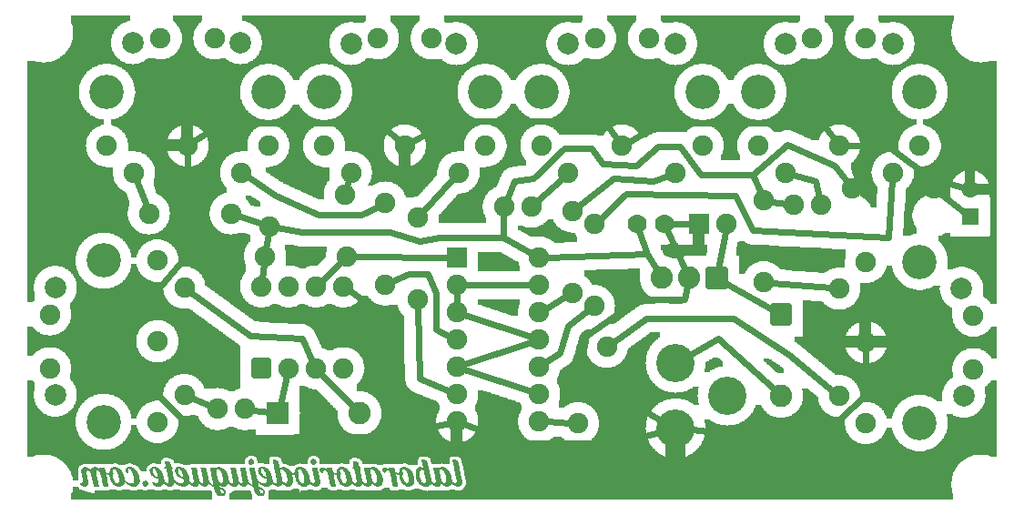
<source format=gbl>
G04 MADE WITH FRITZING*
G04 WWW.FRITZING.ORG*
G04 DOUBLE SIDED*
G04 HOLES PLATED*
G04 CONTOUR ON CENTER OF CONTOUR VECTOR*
%ASAXBY*%
%FSLAX23Y23*%
%MOIN*%
%OFA0B0*%
%SFA1.0B1.0*%
%ADD10C,0.075000*%
%ADD11C,0.070000*%
%ADD12C,0.126000*%
%ADD13C,0.082000*%
%ADD14C,0.140000*%
%ADD15C,0.062992*%
%ADD16C,0.078740*%
%ADD17R,0.082000X0.082000*%
%ADD18R,0.075000X0.075000*%
%ADD19R,0.062992X0.062992*%
%ADD20C,0.024000*%
%ADD21C,0.020000*%
%ADD22R,0.001000X0.001000*%
%LNCOPPER0*%
G90*
G70*
G54D10*
X1006Y1244D03*
X2220Y818D03*
X3236Y686D03*
X261Y1750D03*
G54D11*
X2271Y1050D03*
X2371Y1050D03*
G54D10*
X2511Y1337D03*
X2413Y1239D03*
X2216Y1337D03*
X2019Y1239D03*
X1921Y1337D03*
X2314Y1731D03*
G54D12*
X1921Y1534D03*
X2511Y1534D03*
G54D10*
X2118Y1731D03*
X921Y1337D03*
X822Y1239D03*
X626Y1337D03*
X429Y1239D03*
X330Y1337D03*
X724Y1731D03*
G54D12*
X330Y1534D03*
X921Y1534D03*
G54D10*
X527Y1731D03*
X3307Y1337D03*
X3208Y1239D03*
X3011Y1337D03*
X2814Y1239D03*
X2716Y1337D03*
X3110Y1731D03*
G54D12*
X2716Y1534D03*
X3307Y1534D03*
G54D10*
X2913Y1731D03*
X1716Y1337D03*
X1618Y1239D03*
X1421Y1337D03*
X1224Y1239D03*
X1126Y1337D03*
X1519Y1731D03*
G54D12*
X1126Y1534D03*
X1716Y1534D03*
G54D10*
X1322Y1731D03*
X3358Y1181D03*
X3058Y1181D03*
X2736Y1137D03*
X2736Y836D03*
X2161Y601D03*
X2055Y320D03*
X2846Y1121D03*
X2946Y1121D03*
X2114Y1050D03*
X2114Y750D03*
X925Y1042D03*
X1201Y1159D03*
X1784Y1114D03*
X1884Y1114D03*
X2035Y1097D03*
X2035Y797D03*
X1468Y1074D03*
X1468Y774D03*
X484Y1089D03*
X784Y1089D03*
X1350Y1129D03*
X1350Y829D03*
X909Y932D03*
X1209Y932D03*
G54D13*
X956Y357D03*
X1254Y357D03*
G54D10*
X3110Y322D03*
X3011Y420D03*
X3110Y617D03*
X3011Y814D03*
X3110Y912D03*
X3503Y518D03*
G54D12*
X3307Y912D03*
X3307Y322D03*
G54D10*
X3503Y715D03*
X515Y916D03*
X614Y818D03*
X515Y621D03*
X614Y424D03*
X515Y325D03*
X122Y719D03*
G54D12*
X318Y325D03*
X318Y916D03*
G54D10*
X122Y522D03*
X896Y522D03*
X896Y822D03*
X996Y522D03*
X996Y822D03*
X1096Y522D03*
X1096Y822D03*
X1196Y522D03*
X1196Y822D03*
X736Y373D03*
X836Y373D03*
X1613Y927D03*
X1913Y927D03*
X1613Y827D03*
X1913Y827D03*
X1613Y727D03*
X1913Y727D03*
X1613Y627D03*
X1913Y627D03*
X1613Y527D03*
X1913Y527D03*
X1613Y427D03*
X1913Y427D03*
X1613Y327D03*
X1913Y327D03*
G54D14*
X2413Y542D03*
X2413Y302D03*
X2603Y422D03*
G54D13*
X2563Y853D03*
X2463Y853D03*
X2363Y853D03*
G54D10*
X2500Y1050D03*
X2600Y1050D03*
G54D13*
X2799Y719D03*
X2799Y421D03*
G54D15*
X3492Y1077D03*
X3492Y1176D03*
G54D16*
X141Y424D03*
X141Y818D03*
X3468Y420D03*
X3460Y814D03*
X1610Y1711D03*
X818Y1715D03*
X425Y1715D03*
X1224Y1711D03*
X2019Y1711D03*
X2413Y1711D03*
X2814Y1711D03*
X3208Y1711D03*
G54D17*
X955Y357D03*
G54D18*
X1613Y927D03*
X2500Y1050D03*
G54D19*
X3492Y1077D03*
G54D20*
X1886Y436D02*
X1640Y518D01*
D02*
X1640Y536D02*
X1886Y618D01*
D02*
X1613Y755D02*
X1613Y798D01*
D02*
X1886Y636D02*
X1640Y718D01*
D02*
X2309Y941D02*
X2346Y880D01*
D02*
X2382Y1026D02*
X2449Y882D01*
D02*
X2471Y1050D02*
X2397Y1050D01*
D02*
X709Y384D02*
X640Y413D01*
D02*
X924Y361D02*
X864Y369D01*
D02*
X1115Y502D02*
X1232Y380D01*
D02*
X1045Y631D02*
X856Y642D01*
D02*
X856Y642D02*
X637Y801D01*
D02*
X1083Y548D02*
X1045Y631D01*
D02*
X899Y851D02*
X906Y903D01*
D02*
X1116Y842D02*
X1188Y912D01*
D02*
X1263Y1083D02*
X1107Y1083D01*
D02*
X1107Y1083D02*
X950Y1155D01*
D02*
X950Y1155D02*
X846Y1223D01*
D02*
X1325Y1115D02*
X1263Y1083D01*
D02*
X913Y960D02*
X921Y1014D01*
D02*
X474Y1116D02*
X439Y1212D01*
D02*
X1238Y931D02*
X1585Y927D01*
D02*
X2771Y735D02*
X2590Y837D01*
D02*
X2570Y631D02*
X2466Y572D01*
D02*
X2775Y443D02*
X2570Y631D01*
D02*
X1822Y246D02*
X2200Y246D01*
D02*
X2200Y246D02*
X2354Y286D01*
D02*
X1640Y317D02*
X1822Y246D01*
D02*
X2207Y420D02*
X2360Y332D01*
D02*
X2074Y420D02*
X2207Y420D01*
D02*
X2445Y775D02*
X2248Y775D01*
D02*
X2248Y775D02*
X2185Y712D01*
D02*
X2033Y475D02*
X2074Y420D01*
D02*
X2067Y538D02*
X2033Y475D01*
D02*
X2084Y642D02*
X2067Y538D01*
D02*
X2185Y712D02*
X2084Y642D01*
D02*
X2455Y822D02*
X2445Y775D01*
D02*
X2309Y941D02*
X2280Y1025D01*
D02*
X1942Y928D02*
X2309Y941D01*
D02*
X1045Y1020D02*
X953Y1037D01*
D02*
X1548Y1001D02*
X1474Y986D01*
D02*
X1367Y1020D02*
X1045Y1020D01*
D02*
X1474Y986D02*
X1367Y1020D01*
D02*
X1782Y1001D02*
X1548Y1001D01*
D02*
X1888Y941D02*
X1782Y1001D01*
D02*
X1348Y272D02*
X673Y269D01*
D02*
X673Y269D02*
X444Y498D01*
D02*
X1585Y321D02*
X1348Y272D01*
D02*
X1348Y712D02*
X1219Y806D01*
D02*
X1348Y272D02*
X1348Y712D01*
D02*
X2568Y885D02*
X2594Y1022D01*
D02*
X1537Y798D02*
X1506Y868D01*
D02*
X1537Y664D02*
X1537Y798D01*
D02*
X1506Y868D02*
X1436Y868D01*
D02*
X1436Y868D02*
X1376Y841D01*
D02*
X1587Y639D02*
X1537Y664D01*
D02*
X1474Y483D02*
X1469Y745D01*
D02*
X1587Y438D02*
X1474Y483D01*
D02*
X1598Y1218D02*
X1487Y1095D01*
D02*
X1885Y827D02*
X1642Y827D01*
D02*
X2010Y783D02*
X1938Y741D01*
D02*
X2333Y1209D02*
X2185Y1216D01*
D02*
X2185Y1216D02*
X2057Y1115D01*
D02*
X2386Y1229D02*
X2333Y1209D01*
D02*
X1905Y1134D02*
X1998Y1219D01*
D02*
X1782Y1001D02*
X1783Y1086D01*
D02*
X1209Y1186D02*
X1216Y1211D01*
D02*
X898Y1051D02*
X811Y1080D01*
D02*
X413Y617D02*
X445Y498D01*
D02*
X445Y727D02*
X413Y617D01*
D02*
X619Y931D02*
X445Y727D01*
D02*
X625Y1309D02*
X619Y931D01*
D02*
X1326Y1420D02*
X752Y1420D01*
D02*
X752Y1420D02*
X649Y1353D01*
D02*
X1399Y1356D02*
X1326Y1420D01*
D02*
X2152Y1427D02*
X2199Y1361D01*
D02*
X1585Y1427D02*
X2152Y1427D01*
D02*
X1446Y1351D02*
X1585Y1427D01*
D02*
X2359Y1420D02*
X2241Y1352D01*
D02*
X2948Y1420D02*
X2359Y1420D01*
D02*
X2994Y1360D02*
X2948Y1420D01*
D02*
X2018Y679D02*
X1989Y577D01*
D02*
X1989Y577D02*
X1937Y543D01*
D02*
X2091Y733D02*
X2018Y679D01*
D02*
X2696Y1027D02*
X2633Y1153D01*
D02*
X2633Y1153D02*
X2233Y1160D01*
D02*
X3193Y1001D02*
X2696Y1027D01*
D02*
X2233Y1160D02*
X2135Y1069D01*
D02*
X3206Y1210D02*
X3193Y1001D01*
D02*
X2926Y1209D02*
X2842Y1231D01*
D02*
X2940Y1149D02*
X2926Y1209D01*
D02*
X2107Y1327D02*
X2004Y1327D01*
D02*
X2725Y1163D02*
X2696Y1231D01*
D02*
X2696Y1231D02*
X2507Y1231D01*
D02*
X2430Y1335D02*
X2348Y1335D01*
D02*
X2507Y1231D02*
X2430Y1335D01*
D02*
X2348Y1335D02*
X2270Y1264D01*
D02*
X2270Y1264D02*
X2145Y1272D01*
D02*
X2145Y1272D02*
X2107Y1327D01*
D02*
X1893Y1216D02*
X1822Y1209D01*
D02*
X1822Y1209D02*
X1795Y1141D01*
D02*
X2004Y1327D02*
X1893Y1216D01*
D02*
X2027Y322D02*
X1942Y326D01*
D02*
X2828Y572D02*
X2626Y705D01*
D02*
X2304Y705D02*
X2184Y618D01*
D02*
X2626Y705D02*
X2304Y705D01*
D02*
X2989Y438D02*
X2828Y572D01*
D02*
X2983Y816D02*
X2764Y834D01*
D02*
X2970Y294D02*
X3107Y420D01*
D02*
X3107Y420D02*
X3109Y588D01*
D02*
X2556Y288D02*
X2970Y294D01*
D02*
X2474Y296D02*
X2556Y288D01*
D02*
X2764Y1132D02*
X2818Y1125D01*
D02*
X2996Y1264D02*
X3041Y1204D01*
D02*
X2822Y1342D02*
X2996Y1264D01*
D02*
X2696Y1231D02*
X2822Y1342D01*
D02*
X3470Y1094D02*
X3380Y1163D01*
D02*
X3348Y1216D02*
X3466Y1183D01*
D02*
X3193Y1335D02*
X3348Y1216D01*
D02*
X3040Y1337D02*
X3193Y1335D01*
D02*
X964Y388D02*
X989Y495D01*
G36*
X1808Y1491D02*
X1808Y1485D01*
X1806Y1485D01*
X1806Y1483D01*
X1804Y1483D01*
X1804Y1479D01*
X1802Y1479D01*
X1802Y1475D01*
X1800Y1475D01*
X1800Y1473D01*
X1798Y1473D01*
X1798Y1471D01*
X1796Y1471D01*
X1796Y1469D01*
X1794Y1469D01*
X1794Y1465D01*
X1792Y1465D01*
X1792Y1463D01*
X1790Y1463D01*
X1790Y1461D01*
X1788Y1461D01*
X1788Y1459D01*
X1786Y1459D01*
X1786Y1457D01*
X1784Y1457D01*
X1784Y1455D01*
X1780Y1455D01*
X1780Y1453D01*
X1778Y1453D01*
X1778Y1451D01*
X1776Y1451D01*
X1776Y1449D01*
X1772Y1449D01*
X1772Y1447D01*
X1770Y1447D01*
X1770Y1445D01*
X1766Y1445D01*
X1766Y1443D01*
X1762Y1443D01*
X1762Y1441D01*
X1758Y1441D01*
X1758Y1439D01*
X1752Y1439D01*
X1752Y1437D01*
X1748Y1437D01*
X1748Y1435D01*
X1740Y1435D01*
X1740Y1433D01*
X1728Y1433D01*
X1728Y1413D01*
X1736Y1413D01*
X1736Y1411D01*
X1742Y1411D01*
X1742Y1409D01*
X1748Y1409D01*
X1748Y1407D01*
X1752Y1407D01*
X1752Y1405D01*
X1756Y1405D01*
X1756Y1403D01*
X1758Y1403D01*
X1758Y1401D01*
X1762Y1401D01*
X1762Y1399D01*
X1764Y1399D01*
X1764Y1397D01*
X1766Y1397D01*
X1766Y1395D01*
X1768Y1395D01*
X1768Y1393D01*
X1770Y1393D01*
X1770Y1391D01*
X1772Y1391D01*
X1772Y1389D01*
X1774Y1389D01*
X1774Y1387D01*
X1776Y1387D01*
X1776Y1385D01*
X1778Y1385D01*
X1778Y1383D01*
X1780Y1383D01*
X1780Y1379D01*
X1782Y1379D01*
X1782Y1377D01*
X1784Y1377D01*
X1784Y1373D01*
X1786Y1373D01*
X1786Y1369D01*
X1788Y1369D01*
X1788Y1363D01*
X1790Y1363D01*
X1790Y1357D01*
X1792Y1357D01*
X1792Y1345D01*
X1794Y1345D01*
X1794Y1329D01*
X1792Y1329D01*
X1792Y1317D01*
X1790Y1317D01*
X1790Y1311D01*
X1788Y1311D01*
X1788Y1307D01*
X1786Y1307D01*
X1786Y1303D01*
X1784Y1303D01*
X1784Y1299D01*
X1782Y1299D01*
X1782Y1295D01*
X1780Y1295D01*
X1780Y1293D01*
X1778Y1293D01*
X1778Y1289D01*
X1776Y1289D01*
X1776Y1287D01*
X1774Y1287D01*
X1774Y1285D01*
X1772Y1285D01*
X1772Y1283D01*
X1770Y1283D01*
X1770Y1281D01*
X1768Y1281D01*
X1768Y1279D01*
X1766Y1279D01*
X1766Y1277D01*
X1764Y1277D01*
X1764Y1275D01*
X1760Y1275D01*
X1760Y1273D01*
X1758Y1273D01*
X1758Y1271D01*
X1754Y1271D01*
X1754Y1269D01*
X1750Y1269D01*
X1750Y1267D01*
X1746Y1267D01*
X1746Y1265D01*
X1742Y1265D01*
X1742Y1263D01*
X1734Y1263D01*
X1734Y1261D01*
X1720Y1261D01*
X1720Y1259D01*
X1694Y1259D01*
X1694Y1241D01*
X1696Y1241D01*
X1696Y1237D01*
X1694Y1237D01*
X1694Y1221D01*
X1692Y1221D01*
X1692Y1215D01*
X1690Y1215D01*
X1690Y1209D01*
X1688Y1209D01*
X1688Y1205D01*
X1686Y1205D01*
X1686Y1201D01*
X1684Y1201D01*
X1684Y1197D01*
X1682Y1197D01*
X1682Y1195D01*
X1680Y1195D01*
X1680Y1191D01*
X1678Y1191D01*
X1678Y1189D01*
X1676Y1189D01*
X1676Y1187D01*
X1674Y1187D01*
X1674Y1185D01*
X1672Y1185D01*
X1672Y1183D01*
X1670Y1183D01*
X1670Y1181D01*
X1668Y1181D01*
X1668Y1179D01*
X1666Y1179D01*
X1666Y1177D01*
X1662Y1177D01*
X1662Y1175D01*
X1660Y1175D01*
X1660Y1173D01*
X1656Y1173D01*
X1656Y1171D01*
X1654Y1171D01*
X1654Y1169D01*
X1650Y1169D01*
X1650Y1167D01*
X1644Y1167D01*
X1644Y1165D01*
X1638Y1165D01*
X1638Y1163D01*
X1628Y1163D01*
X1628Y1161D01*
X1616Y1161D01*
X1616Y1159D01*
X1614Y1159D01*
X1614Y1157D01*
X1612Y1157D01*
X1612Y1153D01*
X1610Y1153D01*
X1610Y1151D01*
X1608Y1151D01*
X1608Y1149D01*
X1606Y1149D01*
X1606Y1147D01*
X1604Y1147D01*
X1604Y1145D01*
X1602Y1145D01*
X1602Y1143D01*
X1600Y1143D01*
X1600Y1141D01*
X1598Y1141D01*
X1598Y1139D01*
X1596Y1139D01*
X1596Y1137D01*
X1594Y1137D01*
X1594Y1135D01*
X1592Y1135D01*
X1592Y1131D01*
X1590Y1131D01*
X1590Y1129D01*
X1588Y1129D01*
X1588Y1127D01*
X1586Y1127D01*
X1586Y1125D01*
X1584Y1125D01*
X1584Y1123D01*
X1582Y1123D01*
X1582Y1121D01*
X1580Y1121D01*
X1580Y1119D01*
X1578Y1119D01*
X1578Y1117D01*
X1576Y1117D01*
X1576Y1115D01*
X1574Y1115D01*
X1574Y1111D01*
X1572Y1111D01*
X1572Y1109D01*
X1570Y1109D01*
X1570Y1107D01*
X1568Y1107D01*
X1568Y1105D01*
X1566Y1105D01*
X1566Y1103D01*
X1564Y1103D01*
X1564Y1101D01*
X1562Y1101D01*
X1562Y1099D01*
X1560Y1099D01*
X1560Y1097D01*
X1558Y1097D01*
X1558Y1095D01*
X1556Y1095D01*
X1556Y1093D01*
X1554Y1093D01*
X1554Y1089D01*
X1552Y1089D01*
X1552Y1087D01*
X1550Y1087D01*
X1550Y1085D01*
X1548Y1085D01*
X1548Y1083D01*
X1546Y1083D01*
X1546Y1053D01*
X1720Y1053D01*
X1720Y1073D01*
X1718Y1073D01*
X1718Y1075D01*
X1716Y1075D01*
X1716Y1079D01*
X1714Y1079D01*
X1714Y1083D01*
X1712Y1083D01*
X1712Y1089D01*
X1710Y1089D01*
X1710Y1095D01*
X1708Y1095D01*
X1708Y1105D01*
X1706Y1105D01*
X1706Y1123D01*
X1708Y1123D01*
X1708Y1133D01*
X1710Y1133D01*
X1710Y1139D01*
X1712Y1139D01*
X1712Y1145D01*
X1714Y1145D01*
X1714Y1149D01*
X1716Y1149D01*
X1716Y1153D01*
X1718Y1153D01*
X1718Y1157D01*
X1720Y1157D01*
X1720Y1159D01*
X1722Y1159D01*
X1722Y1161D01*
X1724Y1161D01*
X1724Y1165D01*
X1726Y1165D01*
X1726Y1167D01*
X1728Y1167D01*
X1728Y1169D01*
X1730Y1169D01*
X1730Y1171D01*
X1732Y1171D01*
X1732Y1173D01*
X1734Y1173D01*
X1734Y1175D01*
X1738Y1175D01*
X1738Y1177D01*
X1740Y1177D01*
X1740Y1179D01*
X1744Y1179D01*
X1744Y1181D01*
X1746Y1181D01*
X1746Y1183D01*
X1750Y1183D01*
X1750Y1185D01*
X1754Y1185D01*
X1754Y1187D01*
X1758Y1187D01*
X1758Y1191D01*
X1760Y1191D01*
X1760Y1195D01*
X1762Y1195D01*
X1762Y1201D01*
X1764Y1201D01*
X1764Y1205D01*
X1766Y1205D01*
X1766Y1211D01*
X1768Y1211D01*
X1768Y1215D01*
X1770Y1215D01*
X1770Y1221D01*
X1772Y1221D01*
X1772Y1225D01*
X1774Y1225D01*
X1774Y1231D01*
X1776Y1231D01*
X1776Y1235D01*
X1778Y1235D01*
X1778Y1237D01*
X1780Y1237D01*
X1780Y1239D01*
X1782Y1239D01*
X1782Y1243D01*
X1784Y1243D01*
X1784Y1245D01*
X1786Y1245D01*
X1786Y1247D01*
X1788Y1247D01*
X1788Y1249D01*
X1792Y1249D01*
X1792Y1251D01*
X1794Y1251D01*
X1794Y1253D01*
X1798Y1253D01*
X1798Y1255D01*
X1802Y1255D01*
X1802Y1257D01*
X1806Y1257D01*
X1806Y1259D01*
X1814Y1259D01*
X1814Y1261D01*
X1834Y1261D01*
X1834Y1263D01*
X1852Y1263D01*
X1852Y1265D01*
X1864Y1265D01*
X1864Y1285D01*
X1862Y1285D01*
X1862Y1289D01*
X1860Y1289D01*
X1860Y1291D01*
X1858Y1291D01*
X1858Y1293D01*
X1856Y1293D01*
X1856Y1297D01*
X1854Y1297D01*
X1854Y1299D01*
X1852Y1299D01*
X1852Y1303D01*
X1850Y1303D01*
X1850Y1309D01*
X1848Y1309D01*
X1848Y1313D01*
X1846Y1313D01*
X1846Y1321D01*
X1844Y1321D01*
X1844Y1353D01*
X1846Y1353D01*
X1846Y1361D01*
X1848Y1361D01*
X1848Y1367D01*
X1850Y1367D01*
X1850Y1371D01*
X1852Y1371D01*
X1852Y1375D01*
X1854Y1375D01*
X1854Y1377D01*
X1856Y1377D01*
X1856Y1381D01*
X1858Y1381D01*
X1858Y1383D01*
X1860Y1383D01*
X1860Y1387D01*
X1862Y1387D01*
X1862Y1389D01*
X1864Y1389D01*
X1864Y1391D01*
X1866Y1391D01*
X1866Y1393D01*
X1868Y1393D01*
X1868Y1395D01*
X1870Y1395D01*
X1870Y1397D01*
X1872Y1397D01*
X1872Y1399D01*
X1876Y1399D01*
X1876Y1401D01*
X1878Y1401D01*
X1878Y1403D01*
X1882Y1403D01*
X1882Y1405D01*
X1886Y1405D01*
X1886Y1407D01*
X1890Y1407D01*
X1890Y1409D01*
X1894Y1409D01*
X1894Y1411D01*
X1900Y1411D01*
X1900Y1413D01*
X1908Y1413D01*
X1908Y1433D01*
X1896Y1433D01*
X1896Y1435D01*
X1890Y1435D01*
X1890Y1437D01*
X1884Y1437D01*
X1884Y1439D01*
X1880Y1439D01*
X1880Y1441D01*
X1874Y1441D01*
X1874Y1443D01*
X1872Y1443D01*
X1872Y1445D01*
X1868Y1445D01*
X1868Y1447D01*
X1864Y1447D01*
X1864Y1449D01*
X1862Y1449D01*
X1862Y1451D01*
X1858Y1451D01*
X1858Y1453D01*
X1856Y1453D01*
X1856Y1455D01*
X1854Y1455D01*
X1854Y1457D01*
X1852Y1457D01*
X1852Y1459D01*
X1850Y1459D01*
X1850Y1461D01*
X1848Y1461D01*
X1848Y1463D01*
X1846Y1463D01*
X1846Y1465D01*
X1844Y1465D01*
X1844Y1467D01*
X1842Y1467D01*
X1842Y1469D01*
X1840Y1469D01*
X1840Y1471D01*
X1838Y1471D01*
X1838Y1475D01*
X1836Y1475D01*
X1836Y1477D01*
X1834Y1477D01*
X1834Y1481D01*
X1832Y1481D01*
X1832Y1483D01*
X1830Y1483D01*
X1830Y1487D01*
X1828Y1487D01*
X1828Y1491D01*
X1808Y1491D01*
G37*
D02*
G36*
X2604Y1491D02*
X2604Y1487D01*
X2602Y1487D01*
X2602Y1483D01*
X2600Y1483D01*
X2600Y1481D01*
X2598Y1481D01*
X2598Y1477D01*
X2596Y1477D01*
X2596Y1475D01*
X2594Y1475D01*
X2594Y1471D01*
X2592Y1471D01*
X2592Y1469D01*
X2590Y1469D01*
X2590Y1467D01*
X2588Y1467D01*
X2588Y1465D01*
X2586Y1465D01*
X2586Y1463D01*
X2584Y1463D01*
X2584Y1461D01*
X2582Y1461D01*
X2582Y1459D01*
X2580Y1459D01*
X2580Y1457D01*
X2578Y1457D01*
X2578Y1455D01*
X2576Y1455D01*
X2576Y1453D01*
X2574Y1453D01*
X2574Y1451D01*
X2570Y1451D01*
X2570Y1449D01*
X2568Y1449D01*
X2568Y1447D01*
X2564Y1447D01*
X2564Y1445D01*
X2562Y1445D01*
X2562Y1443D01*
X2558Y1443D01*
X2558Y1441D01*
X2554Y1441D01*
X2554Y1439D01*
X2548Y1439D01*
X2548Y1437D01*
X2542Y1437D01*
X2542Y1435D01*
X2536Y1435D01*
X2536Y1433D01*
X2524Y1433D01*
X2524Y1413D01*
X2532Y1413D01*
X2532Y1411D01*
X2538Y1411D01*
X2538Y1409D01*
X2542Y1409D01*
X2542Y1407D01*
X2546Y1407D01*
X2546Y1405D01*
X2550Y1405D01*
X2550Y1403D01*
X2554Y1403D01*
X2554Y1401D01*
X2556Y1401D01*
X2556Y1399D01*
X2560Y1399D01*
X2560Y1397D01*
X2562Y1397D01*
X2562Y1395D01*
X2564Y1395D01*
X2564Y1393D01*
X2566Y1393D01*
X2566Y1391D01*
X2568Y1391D01*
X2568Y1389D01*
X2570Y1389D01*
X2570Y1387D01*
X2572Y1387D01*
X2572Y1383D01*
X2574Y1383D01*
X2574Y1381D01*
X2576Y1381D01*
X2576Y1379D01*
X2578Y1379D01*
X2578Y1375D01*
X2580Y1375D01*
X2580Y1371D01*
X2582Y1371D01*
X2582Y1367D01*
X2584Y1367D01*
X2584Y1361D01*
X2586Y1361D01*
X2586Y1353D01*
X2588Y1353D01*
X2588Y1321D01*
X2586Y1321D01*
X2586Y1313D01*
X2584Y1313D01*
X2584Y1307D01*
X2582Y1307D01*
X2582Y1303D01*
X2580Y1303D01*
X2580Y1283D01*
X2648Y1283D01*
X2648Y1303D01*
X2646Y1303D01*
X2646Y1307D01*
X2644Y1307D01*
X2644Y1311D01*
X2642Y1311D01*
X2642Y1319D01*
X2640Y1319D01*
X2640Y1329D01*
X2638Y1329D01*
X2638Y1345D01*
X2640Y1345D01*
X2640Y1357D01*
X2642Y1357D01*
X2642Y1363D01*
X2644Y1363D01*
X2644Y1369D01*
X2646Y1369D01*
X2646Y1373D01*
X2648Y1373D01*
X2648Y1375D01*
X2650Y1375D01*
X2650Y1379D01*
X2652Y1379D01*
X2652Y1383D01*
X2654Y1383D01*
X2654Y1385D01*
X2656Y1385D01*
X2656Y1387D01*
X2658Y1387D01*
X2658Y1389D01*
X2660Y1389D01*
X2660Y1391D01*
X2662Y1391D01*
X2662Y1393D01*
X2664Y1393D01*
X2664Y1395D01*
X2666Y1395D01*
X2666Y1397D01*
X2668Y1397D01*
X2668Y1399D01*
X2670Y1399D01*
X2670Y1401D01*
X2674Y1401D01*
X2674Y1403D01*
X2676Y1403D01*
X2676Y1405D01*
X2680Y1405D01*
X2680Y1407D01*
X2684Y1407D01*
X2684Y1409D01*
X2690Y1409D01*
X2690Y1411D01*
X2696Y1411D01*
X2696Y1413D01*
X2704Y1413D01*
X2704Y1433D01*
X2692Y1433D01*
X2692Y1435D01*
X2684Y1435D01*
X2684Y1437D01*
X2680Y1437D01*
X2680Y1439D01*
X2674Y1439D01*
X2674Y1441D01*
X2670Y1441D01*
X2670Y1443D01*
X2666Y1443D01*
X2666Y1445D01*
X2662Y1445D01*
X2662Y1447D01*
X2660Y1447D01*
X2660Y1449D01*
X2656Y1449D01*
X2656Y1451D01*
X2654Y1451D01*
X2654Y1453D01*
X2652Y1453D01*
X2652Y1455D01*
X2650Y1455D01*
X2650Y1457D01*
X2646Y1457D01*
X2646Y1459D01*
X2644Y1459D01*
X2644Y1461D01*
X2642Y1461D01*
X2642Y1463D01*
X2640Y1463D01*
X2640Y1465D01*
X2638Y1465D01*
X2638Y1469D01*
X2636Y1469D01*
X2636Y1471D01*
X2634Y1471D01*
X2634Y1473D01*
X2632Y1473D01*
X2632Y1477D01*
X2630Y1477D01*
X2630Y1479D01*
X2628Y1479D01*
X2628Y1483D01*
X2626Y1483D01*
X2626Y1487D01*
X2624Y1487D01*
X2624Y1491D01*
X2604Y1491D01*
G37*
D02*
G36*
X1012Y1489D02*
X1012Y1485D01*
X1010Y1485D01*
X1010Y1481D01*
X1008Y1481D01*
X1008Y1477D01*
X1006Y1477D01*
X1006Y1475D01*
X1004Y1475D01*
X1004Y1473D01*
X1002Y1473D01*
X1002Y1469D01*
X1000Y1469D01*
X1000Y1467D01*
X998Y1467D01*
X998Y1465D01*
X996Y1465D01*
X996Y1463D01*
X994Y1463D01*
X994Y1461D01*
X992Y1461D01*
X992Y1459D01*
X990Y1459D01*
X990Y1457D01*
X988Y1457D01*
X988Y1455D01*
X986Y1455D01*
X986Y1453D01*
X982Y1453D01*
X982Y1451D01*
X980Y1451D01*
X980Y1449D01*
X978Y1449D01*
X978Y1447D01*
X974Y1447D01*
X974Y1445D01*
X970Y1445D01*
X970Y1443D01*
X966Y1443D01*
X966Y1441D01*
X962Y1441D01*
X962Y1439D01*
X958Y1439D01*
X958Y1437D01*
X952Y1437D01*
X952Y1435D01*
X944Y1435D01*
X944Y1433D01*
X934Y1433D01*
X934Y1413D01*
X940Y1413D01*
X940Y1411D01*
X948Y1411D01*
X948Y1409D01*
X952Y1409D01*
X952Y1407D01*
X956Y1407D01*
X956Y1405D01*
X960Y1405D01*
X960Y1403D01*
X964Y1403D01*
X964Y1401D01*
X966Y1401D01*
X966Y1399D01*
X968Y1399D01*
X968Y1397D01*
X972Y1397D01*
X972Y1395D01*
X974Y1395D01*
X974Y1393D01*
X976Y1393D01*
X976Y1391D01*
X978Y1391D01*
X978Y1389D01*
X980Y1389D01*
X980Y1385D01*
X982Y1385D01*
X982Y1383D01*
X984Y1383D01*
X984Y1381D01*
X986Y1381D01*
X986Y1377D01*
X988Y1377D01*
X988Y1373D01*
X990Y1373D01*
X990Y1369D01*
X992Y1369D01*
X992Y1365D01*
X994Y1365D01*
X994Y1359D01*
X996Y1359D01*
X996Y1351D01*
X998Y1351D01*
X998Y1323D01*
X996Y1323D01*
X996Y1315D01*
X994Y1315D01*
X994Y1309D01*
X992Y1309D01*
X992Y1305D01*
X990Y1305D01*
X990Y1301D01*
X988Y1301D01*
X988Y1297D01*
X986Y1297D01*
X986Y1293D01*
X984Y1293D01*
X984Y1291D01*
X982Y1291D01*
X982Y1289D01*
X980Y1289D01*
X980Y1287D01*
X978Y1287D01*
X978Y1283D01*
X976Y1283D01*
X976Y1281D01*
X972Y1281D01*
X972Y1279D01*
X970Y1279D01*
X970Y1277D01*
X968Y1277D01*
X968Y1275D01*
X966Y1275D01*
X966Y1273D01*
X962Y1273D01*
X962Y1271D01*
X960Y1271D01*
X960Y1269D01*
X956Y1269D01*
X956Y1267D01*
X952Y1267D01*
X952Y1265D01*
X946Y1265D01*
X946Y1263D01*
X940Y1263D01*
X940Y1261D01*
X926Y1261D01*
X926Y1259D01*
X912Y1259D01*
X912Y1241D01*
X916Y1241D01*
X916Y1239D01*
X918Y1239D01*
X918Y1237D01*
X922Y1237D01*
X922Y1235D01*
X924Y1235D01*
X924Y1233D01*
X928Y1233D01*
X928Y1231D01*
X930Y1231D01*
X930Y1229D01*
X934Y1229D01*
X934Y1227D01*
X936Y1227D01*
X936Y1225D01*
X940Y1225D01*
X940Y1223D01*
X942Y1223D01*
X942Y1221D01*
X946Y1221D01*
X946Y1219D01*
X948Y1219D01*
X948Y1217D01*
X952Y1217D01*
X952Y1215D01*
X954Y1215D01*
X954Y1213D01*
X958Y1213D01*
X958Y1211D01*
X960Y1211D01*
X960Y1209D01*
X964Y1209D01*
X964Y1207D01*
X966Y1207D01*
X966Y1205D01*
X970Y1205D01*
X970Y1203D01*
X974Y1203D01*
X974Y1201D01*
X976Y1201D01*
X976Y1199D01*
X980Y1199D01*
X980Y1197D01*
X986Y1197D01*
X986Y1195D01*
X990Y1195D01*
X990Y1193D01*
X994Y1193D01*
X994Y1191D01*
X998Y1191D01*
X998Y1189D01*
X1002Y1189D01*
X1002Y1187D01*
X1006Y1187D01*
X1006Y1185D01*
X1012Y1185D01*
X1012Y1183D01*
X1016Y1183D01*
X1016Y1181D01*
X1020Y1181D01*
X1020Y1179D01*
X1024Y1179D01*
X1024Y1177D01*
X1028Y1177D01*
X1028Y1175D01*
X1034Y1175D01*
X1034Y1173D01*
X1038Y1173D01*
X1038Y1171D01*
X1042Y1171D01*
X1042Y1169D01*
X1046Y1169D01*
X1046Y1167D01*
X1050Y1167D01*
X1050Y1165D01*
X1054Y1165D01*
X1054Y1163D01*
X1060Y1163D01*
X1060Y1161D01*
X1064Y1161D01*
X1064Y1159D01*
X1068Y1159D01*
X1068Y1157D01*
X1072Y1157D01*
X1072Y1155D01*
X1076Y1155D01*
X1076Y1153D01*
X1082Y1153D01*
X1082Y1151D01*
X1086Y1151D01*
X1086Y1149D01*
X1090Y1149D01*
X1090Y1147D01*
X1094Y1147D01*
X1094Y1145D01*
X1098Y1145D01*
X1098Y1143D01*
X1102Y1143D01*
X1102Y1141D01*
X1124Y1141D01*
X1124Y1173D01*
X1126Y1173D01*
X1126Y1181D01*
X1128Y1181D01*
X1128Y1187D01*
X1130Y1187D01*
X1130Y1191D01*
X1132Y1191D01*
X1132Y1195D01*
X1134Y1195D01*
X1134Y1199D01*
X1136Y1199D01*
X1136Y1203D01*
X1138Y1203D01*
X1138Y1205D01*
X1140Y1205D01*
X1140Y1207D01*
X1142Y1207D01*
X1142Y1209D01*
X1144Y1209D01*
X1144Y1213D01*
X1146Y1213D01*
X1146Y1259D01*
X1120Y1259D01*
X1120Y1261D01*
X1108Y1261D01*
X1108Y1263D01*
X1100Y1263D01*
X1100Y1265D01*
X1094Y1265D01*
X1094Y1267D01*
X1090Y1267D01*
X1090Y1269D01*
X1088Y1269D01*
X1088Y1271D01*
X1084Y1271D01*
X1084Y1273D01*
X1080Y1273D01*
X1080Y1275D01*
X1078Y1275D01*
X1078Y1277D01*
X1076Y1277D01*
X1076Y1279D01*
X1074Y1279D01*
X1074Y1281D01*
X1072Y1281D01*
X1072Y1283D01*
X1070Y1283D01*
X1070Y1285D01*
X1068Y1285D01*
X1068Y1287D01*
X1066Y1287D01*
X1066Y1289D01*
X1064Y1289D01*
X1064Y1291D01*
X1062Y1291D01*
X1062Y1295D01*
X1060Y1295D01*
X1060Y1297D01*
X1058Y1297D01*
X1058Y1301D01*
X1056Y1301D01*
X1056Y1305D01*
X1054Y1305D01*
X1054Y1311D01*
X1052Y1311D01*
X1052Y1317D01*
X1050Y1317D01*
X1050Y1325D01*
X1048Y1325D01*
X1048Y1349D01*
X1050Y1349D01*
X1050Y1359D01*
X1052Y1359D01*
X1052Y1365D01*
X1054Y1365D01*
X1054Y1369D01*
X1056Y1369D01*
X1056Y1373D01*
X1058Y1373D01*
X1058Y1377D01*
X1060Y1377D01*
X1060Y1381D01*
X1062Y1381D01*
X1062Y1383D01*
X1064Y1383D01*
X1064Y1385D01*
X1066Y1385D01*
X1066Y1387D01*
X1068Y1387D01*
X1068Y1391D01*
X1070Y1391D01*
X1070Y1393D01*
X1072Y1393D01*
X1072Y1395D01*
X1076Y1395D01*
X1076Y1397D01*
X1078Y1397D01*
X1078Y1399D01*
X1080Y1399D01*
X1080Y1401D01*
X1084Y1401D01*
X1084Y1403D01*
X1086Y1403D01*
X1086Y1405D01*
X1090Y1405D01*
X1090Y1407D01*
X1094Y1407D01*
X1094Y1409D01*
X1100Y1409D01*
X1100Y1411D01*
X1106Y1411D01*
X1106Y1413D01*
X1112Y1413D01*
X1112Y1433D01*
X1102Y1433D01*
X1102Y1435D01*
X1094Y1435D01*
X1094Y1437D01*
X1088Y1437D01*
X1088Y1439D01*
X1084Y1439D01*
X1084Y1441D01*
X1080Y1441D01*
X1080Y1443D01*
X1076Y1443D01*
X1076Y1445D01*
X1072Y1445D01*
X1072Y1447D01*
X1070Y1447D01*
X1070Y1449D01*
X1066Y1449D01*
X1066Y1451D01*
X1064Y1451D01*
X1064Y1453D01*
X1060Y1453D01*
X1060Y1455D01*
X1058Y1455D01*
X1058Y1457D01*
X1056Y1457D01*
X1056Y1459D01*
X1054Y1459D01*
X1054Y1461D01*
X1052Y1461D01*
X1052Y1463D01*
X1050Y1463D01*
X1050Y1465D01*
X1048Y1465D01*
X1048Y1467D01*
X1046Y1467D01*
X1046Y1469D01*
X1044Y1469D01*
X1044Y1473D01*
X1042Y1473D01*
X1042Y1475D01*
X1040Y1475D01*
X1040Y1479D01*
X1038Y1479D01*
X1038Y1481D01*
X1036Y1481D01*
X1036Y1485D01*
X1034Y1485D01*
X1034Y1489D01*
X1012Y1489D01*
G37*
D02*
G36*
X838Y1153D02*
X838Y1143D01*
X840Y1143D01*
X840Y1141D01*
X842Y1141D01*
X842Y1139D01*
X844Y1139D01*
X844Y1137D01*
X846Y1137D01*
X846Y1133D01*
X848Y1133D01*
X848Y1131D01*
X850Y1131D01*
X850Y1127D01*
X852Y1127D01*
X852Y1123D01*
X854Y1123D01*
X854Y1121D01*
X856Y1121D01*
X856Y1119D01*
X862Y1119D01*
X862Y1117D01*
X868Y1117D01*
X868Y1115D01*
X892Y1115D01*
X892Y1131D01*
X890Y1131D01*
X890Y1133D01*
X888Y1133D01*
X888Y1135D01*
X884Y1135D01*
X884Y1137D01*
X882Y1137D01*
X882Y1139D01*
X878Y1139D01*
X878Y1141D01*
X874Y1141D01*
X874Y1143D01*
X872Y1143D01*
X872Y1145D01*
X868Y1145D01*
X868Y1147D01*
X866Y1147D01*
X866Y1149D01*
X862Y1149D01*
X862Y1151D01*
X860Y1151D01*
X860Y1153D01*
X838Y1153D01*
G37*
D02*
G36*
X1944Y1067D02*
X1944Y1065D01*
X1942Y1065D01*
X1942Y1061D01*
X1940Y1061D01*
X1940Y1059D01*
X1938Y1059D01*
X1938Y1057D01*
X1934Y1057D01*
X1934Y1055D01*
X1932Y1055D01*
X1932Y1053D01*
X1930Y1053D01*
X1930Y1051D01*
X1928Y1051D01*
X1928Y1049D01*
X1924Y1049D01*
X1924Y1047D01*
X1920Y1047D01*
X1920Y1045D01*
X1916Y1045D01*
X1916Y1043D01*
X1912Y1043D01*
X1912Y1041D01*
X1906Y1041D01*
X1906Y1039D01*
X1898Y1039D01*
X1898Y1037D01*
X1984Y1037D01*
X1984Y1039D01*
X1982Y1039D01*
X1982Y1041D01*
X1980Y1041D01*
X1980Y1043D01*
X1978Y1043D01*
X1978Y1045D01*
X1976Y1045D01*
X1976Y1049D01*
X1974Y1049D01*
X1974Y1051D01*
X1972Y1051D01*
X1972Y1053D01*
X1970Y1053D01*
X1970Y1057D01*
X1968Y1057D01*
X1968Y1059D01*
X1966Y1059D01*
X1966Y1063D01*
X1964Y1063D01*
X1964Y1067D01*
X1944Y1067D01*
G37*
D02*
G36*
X1834Y1043D02*
X1834Y1037D01*
X1870Y1037D01*
X1870Y1039D01*
X1862Y1039D01*
X1862Y1041D01*
X1856Y1041D01*
X1856Y1043D01*
X1834Y1043D01*
G37*
D02*
G36*
X1834Y1037D02*
X1834Y1035D01*
X1988Y1035D01*
X1988Y1037D01*
X1834Y1037D01*
G37*
D02*
G36*
X1834Y1037D02*
X1834Y1035D01*
X1988Y1035D01*
X1988Y1037D01*
X1834Y1037D01*
G37*
D02*
G36*
X1834Y1035D02*
X1834Y1031D01*
X1836Y1031D01*
X1836Y1029D01*
X1840Y1029D01*
X1840Y1027D01*
X1844Y1027D01*
X1844Y1025D01*
X1846Y1025D01*
X1846Y1023D01*
X1850Y1023D01*
X1850Y1021D01*
X1854Y1021D01*
X1854Y1019D01*
X1858Y1019D01*
X1858Y1017D01*
X1862Y1017D01*
X1862Y1015D01*
X1864Y1015D01*
X1864Y1013D01*
X1868Y1013D01*
X1868Y1011D01*
X1872Y1011D01*
X1872Y1009D01*
X1876Y1009D01*
X1876Y1007D01*
X1878Y1007D01*
X1878Y1005D01*
X1918Y1005D01*
X1918Y1003D01*
X1932Y1003D01*
X1932Y1001D01*
X1938Y1001D01*
X1938Y999D01*
X1944Y999D01*
X1944Y997D01*
X1948Y997D01*
X1948Y995D01*
X1952Y995D01*
X1952Y993D01*
X1954Y993D01*
X1954Y991D01*
X1958Y991D01*
X1958Y989D01*
X1960Y989D01*
X1960Y987D01*
X1964Y987D01*
X1964Y985D01*
X1966Y985D01*
X1966Y983D01*
X1968Y983D01*
X1968Y981D01*
X2004Y981D01*
X2004Y983D01*
X2052Y983D01*
X2052Y1005D01*
X2050Y1005D01*
X2050Y1007D01*
X2048Y1007D01*
X2048Y1011D01*
X2046Y1011D01*
X2046Y1015D01*
X2044Y1015D01*
X2044Y1019D01*
X2028Y1019D01*
X2028Y1021D01*
X2016Y1021D01*
X2016Y1023D01*
X2010Y1023D01*
X2010Y1025D01*
X2004Y1025D01*
X2004Y1027D01*
X2000Y1027D01*
X2000Y1029D01*
X1996Y1029D01*
X1996Y1031D01*
X1992Y1031D01*
X1992Y1033D01*
X1990Y1033D01*
X1990Y1035D01*
X1834Y1035D01*
G37*
D02*
G36*
X1882Y1005D02*
X1882Y1003D01*
X1908Y1003D01*
X1908Y1005D01*
X1882Y1005D01*
G37*
D02*
G36*
X2644Y987D02*
X2644Y985D01*
X2640Y985D01*
X2640Y979D01*
X2638Y979D01*
X2638Y967D01*
X2636Y967D01*
X2636Y957D01*
X2634Y957D01*
X2634Y933D01*
X2644Y933D01*
X2644Y913D01*
X2752Y913D01*
X2752Y911D01*
X2760Y911D01*
X2760Y909D01*
X2766Y909D01*
X2766Y907D01*
X2770Y907D01*
X2770Y905D01*
X2774Y905D01*
X2774Y903D01*
X2776Y903D01*
X2776Y901D01*
X2780Y901D01*
X2780Y899D01*
X2782Y899D01*
X2782Y897D01*
X2786Y897D01*
X2786Y895D01*
X2788Y895D01*
X2788Y893D01*
X2790Y893D01*
X2790Y891D01*
X2792Y891D01*
X2792Y889D01*
X2794Y889D01*
X2794Y887D01*
X2796Y887D01*
X2796Y883D01*
X2816Y883D01*
X2816Y881D01*
X2840Y881D01*
X2840Y879D01*
X2864Y879D01*
X2864Y877D01*
X2888Y877D01*
X2888Y875D01*
X2912Y875D01*
X2912Y873D01*
X2936Y873D01*
X2936Y871D01*
X2960Y871D01*
X2960Y873D01*
X2962Y873D01*
X2962Y875D01*
X2966Y875D01*
X2966Y877D01*
X2968Y877D01*
X2968Y879D01*
X2972Y879D01*
X2972Y881D01*
X2976Y881D01*
X2976Y883D01*
X2980Y883D01*
X2980Y885D01*
X2984Y885D01*
X2984Y887D01*
X2990Y887D01*
X2990Y889D01*
X3000Y889D01*
X3000Y891D01*
X3032Y891D01*
X3032Y921D01*
X3034Y921D01*
X3034Y931D01*
X3036Y931D01*
X3036Y957D01*
X3022Y957D01*
X3022Y959D01*
X2984Y959D01*
X2984Y961D01*
X2946Y961D01*
X2946Y963D01*
X2908Y963D01*
X2908Y965D01*
X2868Y965D01*
X2868Y967D01*
X2830Y967D01*
X2830Y969D01*
X2792Y969D01*
X2792Y971D01*
X2754Y971D01*
X2754Y973D01*
X2716Y973D01*
X2716Y975D01*
X2686Y975D01*
X2686Y977D01*
X2680Y977D01*
X2680Y979D01*
X2674Y979D01*
X2674Y981D01*
X2670Y981D01*
X2670Y983D01*
X2668Y983D01*
X2668Y985D01*
X2664Y985D01*
X2664Y987D01*
X2644Y987D01*
G37*
D02*
G36*
X2644Y913D02*
X2644Y867D01*
X2666Y867D01*
X2666Y871D01*
X2668Y871D01*
X2668Y875D01*
X2670Y875D01*
X2670Y879D01*
X2672Y879D01*
X2672Y881D01*
X2674Y881D01*
X2674Y885D01*
X2676Y885D01*
X2676Y887D01*
X2678Y887D01*
X2678Y889D01*
X2680Y889D01*
X2680Y891D01*
X2682Y891D01*
X2682Y893D01*
X2684Y893D01*
X2684Y895D01*
X2686Y895D01*
X2686Y897D01*
X2688Y897D01*
X2688Y899D01*
X2692Y899D01*
X2692Y901D01*
X2694Y901D01*
X2694Y903D01*
X2698Y903D01*
X2698Y905D01*
X2702Y905D01*
X2702Y907D01*
X2706Y907D01*
X2706Y909D01*
X2712Y909D01*
X2712Y911D01*
X2718Y911D01*
X2718Y913D01*
X2644Y913D01*
G37*
D02*
G36*
X2398Y981D02*
X2398Y979D01*
X2392Y979D01*
X2392Y977D01*
X2384Y977D01*
X2384Y975D01*
X2360Y975D01*
X2360Y955D01*
X2362Y955D01*
X2362Y953D01*
X2364Y953D01*
X2364Y949D01*
X2366Y949D01*
X2366Y945D01*
X2368Y945D01*
X2368Y943D01*
X2370Y943D01*
X2370Y939D01*
X2372Y939D01*
X2372Y935D01*
X2374Y935D01*
X2374Y933D01*
X2380Y933D01*
X2380Y931D01*
X2388Y931D01*
X2388Y929D01*
X2392Y929D01*
X2392Y927D01*
X2398Y927D01*
X2398Y925D01*
X2402Y925D01*
X2402Y923D01*
X2424Y923D01*
X2424Y925D01*
X2428Y925D01*
X2428Y927D01*
X2432Y927D01*
X2432Y929D01*
X2438Y929D01*
X2438Y931D01*
X2446Y931D01*
X2446Y933D01*
X2524Y933D01*
X2524Y935D01*
X2526Y935D01*
X2526Y945D01*
X2528Y945D01*
X2528Y973D01*
X2422Y973D01*
X2422Y981D01*
X2398Y981D01*
G37*
D02*
G36*
X982Y975D02*
X982Y955D01*
X984Y955D01*
X984Y947D01*
X986Y947D01*
X986Y899D01*
X1012Y899D01*
X1012Y897D01*
X1020Y897D01*
X1020Y895D01*
X1024Y895D01*
X1024Y893D01*
X1030Y893D01*
X1030Y891D01*
X1034Y891D01*
X1034Y889D01*
X1058Y889D01*
X1058Y891D01*
X1062Y891D01*
X1062Y893D01*
X1066Y893D01*
X1066Y895D01*
X1072Y895D01*
X1072Y897D01*
X1080Y897D01*
X1080Y899D01*
X1102Y899D01*
X1102Y901D01*
X1104Y901D01*
X1104Y903D01*
X1106Y903D01*
X1106Y905D01*
X1108Y905D01*
X1108Y907D01*
X1110Y907D01*
X1110Y909D01*
X1112Y909D01*
X1112Y911D01*
X1114Y911D01*
X1114Y913D01*
X1116Y913D01*
X1116Y915D01*
X1118Y915D01*
X1118Y917D01*
X1120Y917D01*
X1120Y919D01*
X1122Y919D01*
X1122Y921D01*
X1124Y921D01*
X1124Y923D01*
X1126Y923D01*
X1126Y925D01*
X1128Y925D01*
X1128Y927D01*
X1130Y927D01*
X1130Y929D01*
X1132Y929D01*
X1132Y947D01*
X1134Y947D01*
X1134Y967D01*
X1038Y967D01*
X1038Y969D01*
X1028Y969D01*
X1028Y971D01*
X1016Y971D01*
X1016Y973D01*
X1006Y973D01*
X1006Y975D01*
X982Y975D01*
G37*
D02*
G36*
X1690Y949D02*
X1690Y879D01*
X1842Y879D01*
X1842Y899D01*
X1840Y899D01*
X1840Y905D01*
X1838Y905D01*
X1838Y911D01*
X1834Y911D01*
X1834Y913D01*
X1830Y913D01*
X1830Y915D01*
X1826Y915D01*
X1826Y917D01*
X1822Y917D01*
X1822Y919D01*
X1820Y919D01*
X1820Y921D01*
X1816Y921D01*
X1816Y923D01*
X1812Y923D01*
X1812Y925D01*
X1808Y925D01*
X1808Y927D01*
X1806Y927D01*
X1806Y929D01*
X1802Y929D01*
X1802Y931D01*
X1798Y931D01*
X1798Y933D01*
X1794Y933D01*
X1794Y935D01*
X1792Y935D01*
X1792Y937D01*
X1788Y937D01*
X1788Y939D01*
X1784Y939D01*
X1784Y941D01*
X1780Y941D01*
X1780Y943D01*
X1776Y943D01*
X1776Y945D01*
X1774Y945D01*
X1774Y947D01*
X1770Y947D01*
X1770Y949D01*
X1690Y949D01*
G37*
D02*
G36*
X2238Y887D02*
X2238Y885D01*
X2180Y885D01*
X2180Y883D01*
X2122Y883D01*
X2122Y881D01*
X2078Y881D01*
X2078Y861D01*
X2080Y861D01*
X2080Y859D01*
X2082Y859D01*
X2082Y857D01*
X2086Y857D01*
X2086Y855D01*
X2088Y855D01*
X2088Y853D01*
X2090Y853D01*
X2090Y851D01*
X2092Y851D01*
X2092Y849D01*
X2094Y849D01*
X2094Y845D01*
X2096Y845D01*
X2096Y843D01*
X2098Y843D01*
X2098Y841D01*
X2100Y841D01*
X2100Y837D01*
X2102Y837D01*
X2102Y835D01*
X2104Y835D01*
X2104Y829D01*
X2106Y829D01*
X2106Y827D01*
X2128Y827D01*
X2128Y825D01*
X2136Y825D01*
X2136Y823D01*
X2142Y823D01*
X2142Y821D01*
X2146Y821D01*
X2146Y819D01*
X2150Y819D01*
X2150Y817D01*
X2154Y817D01*
X2154Y815D01*
X2158Y815D01*
X2158Y813D01*
X2160Y813D01*
X2160Y811D01*
X2162Y811D01*
X2162Y809D01*
X2164Y809D01*
X2164Y807D01*
X2166Y807D01*
X2166Y805D01*
X2170Y805D01*
X2170Y801D01*
X2172Y801D01*
X2172Y799D01*
X2174Y799D01*
X2174Y797D01*
X2176Y797D01*
X2176Y795D01*
X2178Y795D01*
X2178Y791D01*
X2180Y791D01*
X2180Y789D01*
X2182Y789D01*
X2182Y785D01*
X2184Y785D01*
X2184Y781D01*
X2186Y781D01*
X2186Y775D01*
X2188Y775D01*
X2188Y767D01*
X2190Y767D01*
X2190Y753D01*
X2192Y753D01*
X2192Y747D01*
X2190Y747D01*
X2190Y731D01*
X2188Y731D01*
X2188Y725D01*
X2186Y725D01*
X2186Y719D01*
X2184Y719D01*
X2184Y715D01*
X2182Y715D01*
X2182Y711D01*
X2180Y711D01*
X2180Y709D01*
X2178Y709D01*
X2178Y705D01*
X2176Y705D01*
X2176Y703D01*
X2174Y703D01*
X2174Y701D01*
X2172Y701D01*
X2172Y697D01*
X2170Y697D01*
X2170Y685D01*
X2190Y685D01*
X2190Y687D01*
X2192Y687D01*
X2192Y689D01*
X2194Y689D01*
X2194Y691D01*
X2198Y691D01*
X2198Y693D01*
X2200Y693D01*
X2200Y695D01*
X2204Y695D01*
X2204Y697D01*
X2206Y697D01*
X2206Y699D01*
X2208Y699D01*
X2208Y701D01*
X2212Y701D01*
X2212Y703D01*
X2214Y703D01*
X2214Y705D01*
X2216Y705D01*
X2216Y707D01*
X2220Y707D01*
X2220Y709D01*
X2222Y709D01*
X2222Y711D01*
X2226Y711D01*
X2226Y713D01*
X2228Y713D01*
X2228Y715D01*
X2230Y715D01*
X2230Y717D01*
X2234Y717D01*
X2234Y719D01*
X2236Y719D01*
X2236Y721D01*
X2238Y721D01*
X2238Y723D01*
X2242Y723D01*
X2242Y725D01*
X2244Y725D01*
X2244Y727D01*
X2248Y727D01*
X2248Y729D01*
X2250Y729D01*
X2250Y731D01*
X2252Y731D01*
X2252Y733D01*
X2256Y733D01*
X2256Y735D01*
X2258Y735D01*
X2258Y737D01*
X2260Y737D01*
X2260Y739D01*
X2264Y739D01*
X2264Y741D01*
X2266Y741D01*
X2266Y743D01*
X2270Y743D01*
X2270Y745D01*
X2272Y745D01*
X2272Y747D01*
X2274Y747D01*
X2274Y749D01*
X2278Y749D01*
X2278Y751D01*
X2282Y751D01*
X2282Y753D01*
X2286Y753D01*
X2286Y755D01*
X2294Y755D01*
X2294Y757D01*
X2338Y757D01*
X2338Y777D01*
X2332Y777D01*
X2332Y779D01*
X2328Y779D01*
X2328Y781D01*
X2324Y781D01*
X2324Y783D01*
X2320Y783D01*
X2320Y785D01*
X2318Y785D01*
X2318Y787D01*
X2314Y787D01*
X2314Y789D01*
X2312Y789D01*
X2312Y791D01*
X2310Y791D01*
X2310Y793D01*
X2308Y793D01*
X2308Y795D01*
X2304Y795D01*
X2304Y799D01*
X2302Y799D01*
X2302Y801D01*
X2300Y801D01*
X2300Y803D01*
X2298Y803D01*
X2298Y805D01*
X2296Y805D01*
X2296Y809D01*
X2294Y809D01*
X2294Y811D01*
X2292Y811D01*
X2292Y815D01*
X2290Y815D01*
X2290Y819D01*
X2288Y819D01*
X2288Y823D01*
X2286Y823D01*
X2286Y829D01*
X2284Y829D01*
X2284Y837D01*
X2282Y837D01*
X2282Y887D01*
X2238Y887D01*
G37*
D02*
G36*
X2402Y783D02*
X2402Y781D01*
X2398Y781D01*
X2398Y779D01*
X2394Y779D01*
X2394Y777D01*
X2388Y777D01*
X2388Y757D01*
X2438Y757D01*
X2438Y777D01*
X2432Y777D01*
X2432Y779D01*
X2428Y779D01*
X2428Y781D01*
X2424Y781D01*
X2424Y783D01*
X2402Y783D01*
G37*
D02*
G36*
X1690Y775D02*
X1690Y755D01*
X1696Y755D01*
X1696Y753D01*
X1702Y753D01*
X1702Y751D01*
X1708Y751D01*
X1708Y749D01*
X1714Y749D01*
X1714Y747D01*
X1720Y747D01*
X1720Y745D01*
X1726Y745D01*
X1726Y743D01*
X1732Y743D01*
X1732Y741D01*
X1738Y741D01*
X1738Y739D01*
X1744Y739D01*
X1744Y737D01*
X1750Y737D01*
X1750Y735D01*
X1756Y735D01*
X1756Y733D01*
X1762Y733D01*
X1762Y731D01*
X1768Y731D01*
X1768Y729D01*
X1774Y729D01*
X1774Y727D01*
X1780Y727D01*
X1780Y725D01*
X1786Y725D01*
X1786Y723D01*
X1792Y723D01*
X1792Y721D01*
X1798Y721D01*
X1798Y719D01*
X1804Y719D01*
X1804Y717D01*
X1810Y717D01*
X1810Y715D01*
X1816Y715D01*
X1816Y713D01*
X1836Y713D01*
X1836Y741D01*
X1838Y741D01*
X1838Y749D01*
X1840Y749D01*
X1840Y755D01*
X1842Y755D01*
X1842Y775D01*
X1690Y775D01*
G37*
D02*
G36*
X3186Y897D02*
X3186Y893D01*
X3184Y893D01*
X3184Y887D01*
X3182Y887D01*
X3182Y881D01*
X3180Y881D01*
X3180Y877D01*
X3178Y877D01*
X3178Y873D01*
X3176Y873D01*
X3176Y871D01*
X3174Y871D01*
X3174Y867D01*
X3172Y867D01*
X3172Y865D01*
X3170Y865D01*
X3170Y863D01*
X3168Y863D01*
X3168Y859D01*
X3166Y859D01*
X3166Y857D01*
X3164Y857D01*
X3164Y855D01*
X3160Y855D01*
X3160Y853D01*
X3158Y853D01*
X3158Y851D01*
X3156Y851D01*
X3156Y849D01*
X3154Y849D01*
X3154Y847D01*
X3150Y847D01*
X3150Y845D01*
X3146Y845D01*
X3146Y843D01*
X3142Y843D01*
X3142Y841D01*
X3138Y841D01*
X3138Y839D01*
X3132Y839D01*
X3132Y837D01*
X3124Y837D01*
X3124Y835D01*
X3088Y835D01*
X3088Y809D01*
X3294Y809D01*
X3294Y811D01*
X3282Y811D01*
X3282Y813D01*
X3276Y813D01*
X3276Y815D01*
X3270Y815D01*
X3270Y817D01*
X3264Y817D01*
X3264Y819D01*
X3260Y819D01*
X3260Y821D01*
X3256Y821D01*
X3256Y823D01*
X3254Y823D01*
X3254Y825D01*
X3250Y825D01*
X3250Y827D01*
X3248Y827D01*
X3248Y829D01*
X3244Y829D01*
X3244Y831D01*
X3242Y831D01*
X3242Y833D01*
X3240Y833D01*
X3240Y835D01*
X3238Y835D01*
X3238Y837D01*
X3236Y837D01*
X3236Y839D01*
X3234Y839D01*
X3234Y841D01*
X3232Y841D01*
X3232Y843D01*
X3230Y843D01*
X3230Y845D01*
X3228Y845D01*
X3228Y847D01*
X3226Y847D01*
X3226Y849D01*
X3224Y849D01*
X3224Y853D01*
X3222Y853D01*
X3222Y855D01*
X3220Y855D01*
X3220Y859D01*
X3218Y859D01*
X3218Y861D01*
X3216Y861D01*
X3216Y865D01*
X3214Y865D01*
X3214Y869D01*
X3212Y869D01*
X3212Y873D01*
X3210Y873D01*
X3210Y879D01*
X3208Y879D01*
X3208Y887D01*
X3206Y887D01*
X3206Y897D01*
X3186Y897D01*
G37*
D02*
G36*
X3360Y825D02*
X3360Y823D01*
X3356Y823D01*
X3356Y821D01*
X3352Y821D01*
X3352Y819D01*
X3348Y819D01*
X3348Y817D01*
X3344Y817D01*
X3344Y815D01*
X3338Y815D01*
X3338Y813D01*
X3330Y813D01*
X3330Y811D01*
X3320Y811D01*
X3320Y809D01*
X3380Y809D01*
X3380Y817D01*
X3382Y817D01*
X3382Y825D01*
X3360Y825D01*
G37*
D02*
G36*
X3088Y809D02*
X3088Y807D01*
X3382Y807D01*
X3382Y809D01*
X3088Y809D01*
G37*
D02*
G36*
X3088Y809D02*
X3088Y807D01*
X3382Y807D01*
X3382Y809D01*
X3088Y809D01*
G37*
D02*
G36*
X3088Y807D02*
X3088Y797D01*
X3086Y797D01*
X3086Y789D01*
X3084Y789D01*
X3084Y785D01*
X3082Y785D01*
X3082Y779D01*
X3080Y779D01*
X3080Y775D01*
X3078Y775D01*
X3078Y773D01*
X3076Y773D01*
X3076Y769D01*
X3074Y769D01*
X3074Y767D01*
X3072Y767D01*
X3072Y765D01*
X3070Y765D01*
X3070Y761D01*
X3068Y761D01*
X3068Y759D01*
X3066Y759D01*
X3066Y757D01*
X3064Y757D01*
X3064Y755D01*
X3060Y755D01*
X3060Y753D01*
X3058Y753D01*
X3058Y751D01*
X3056Y751D01*
X3056Y749D01*
X3052Y749D01*
X3052Y747D01*
X3050Y747D01*
X3050Y745D01*
X3046Y745D01*
X3046Y743D01*
X3040Y743D01*
X3040Y741D01*
X3036Y741D01*
X3036Y739D01*
X3028Y739D01*
X3028Y737D01*
X3426Y737D01*
X3426Y743D01*
X3422Y743D01*
X3422Y745D01*
X3420Y745D01*
X3420Y747D01*
X3416Y747D01*
X3416Y749D01*
X3414Y749D01*
X3414Y751D01*
X3410Y751D01*
X3410Y753D01*
X3408Y753D01*
X3408Y755D01*
X3406Y755D01*
X3406Y757D01*
X3404Y757D01*
X3404Y759D01*
X3402Y759D01*
X3402Y761D01*
X3400Y761D01*
X3400Y763D01*
X3398Y763D01*
X3398Y765D01*
X3396Y765D01*
X3396Y769D01*
X3394Y769D01*
X3394Y771D01*
X3392Y771D01*
X3392Y775D01*
X3390Y775D01*
X3390Y779D01*
X3388Y779D01*
X3388Y783D01*
X3386Y783D01*
X3386Y789D01*
X3384Y789D01*
X3384Y795D01*
X3382Y795D01*
X3382Y807D01*
X3088Y807D01*
G37*
D02*
G36*
X2880Y771D02*
X2880Y737D01*
X2994Y737D01*
X2994Y739D01*
X2988Y739D01*
X2988Y741D01*
X2982Y741D01*
X2982Y743D01*
X2978Y743D01*
X2978Y745D01*
X2974Y745D01*
X2974Y747D01*
X2970Y747D01*
X2970Y749D01*
X2968Y749D01*
X2968Y751D01*
X2964Y751D01*
X2964Y753D01*
X2962Y753D01*
X2962Y755D01*
X2960Y755D01*
X2960Y757D01*
X2958Y757D01*
X2958Y759D01*
X2956Y759D01*
X2956Y761D01*
X2954Y761D01*
X2954Y763D01*
X2952Y763D01*
X2952Y765D01*
X2950Y765D01*
X2950Y767D01*
X2932Y767D01*
X2932Y769D01*
X2908Y769D01*
X2908Y771D01*
X2880Y771D01*
G37*
D02*
G36*
X2880Y737D02*
X2880Y735D01*
X3426Y735D01*
X3426Y737D01*
X2880Y737D01*
G37*
D02*
G36*
X2880Y737D02*
X2880Y735D01*
X3426Y735D01*
X3426Y737D01*
X2880Y737D01*
G37*
D02*
G36*
X2880Y735D02*
X2880Y695D01*
X3114Y695D01*
X3114Y693D01*
X3128Y693D01*
X3128Y691D01*
X3134Y691D01*
X3134Y689D01*
X3140Y689D01*
X3140Y687D01*
X3144Y687D01*
X3144Y685D01*
X3148Y685D01*
X3148Y683D01*
X3152Y683D01*
X3152Y681D01*
X3154Y681D01*
X3154Y679D01*
X3158Y679D01*
X3158Y677D01*
X3160Y677D01*
X3160Y675D01*
X3162Y675D01*
X3162Y673D01*
X3164Y673D01*
X3164Y671D01*
X3166Y671D01*
X3166Y669D01*
X3168Y669D01*
X3168Y667D01*
X3170Y667D01*
X3170Y665D01*
X3172Y665D01*
X3172Y661D01*
X3174Y661D01*
X3174Y659D01*
X3176Y659D01*
X3176Y655D01*
X3178Y655D01*
X3178Y651D01*
X3180Y651D01*
X3180Y647D01*
X3182Y647D01*
X3182Y641D01*
X3184Y641D01*
X3184Y637D01*
X3498Y637D01*
X3498Y639D01*
X3486Y639D01*
X3486Y641D01*
X3478Y641D01*
X3478Y643D01*
X3472Y643D01*
X3472Y645D01*
X3468Y645D01*
X3468Y647D01*
X3464Y647D01*
X3464Y649D01*
X3462Y649D01*
X3462Y651D01*
X3458Y651D01*
X3458Y653D01*
X3456Y653D01*
X3456Y655D01*
X3454Y655D01*
X3454Y657D01*
X3452Y657D01*
X3452Y659D01*
X3450Y659D01*
X3450Y661D01*
X3448Y661D01*
X3448Y663D01*
X3446Y663D01*
X3446Y665D01*
X3444Y665D01*
X3444Y667D01*
X3442Y667D01*
X3442Y669D01*
X3440Y669D01*
X3440Y673D01*
X3438Y673D01*
X3438Y675D01*
X3436Y675D01*
X3436Y679D01*
X3434Y679D01*
X3434Y683D01*
X3432Y683D01*
X3432Y687D01*
X3430Y687D01*
X3430Y695D01*
X3428Y695D01*
X3428Y703D01*
X3426Y703D01*
X3426Y735D01*
X2880Y735D01*
G37*
D02*
G36*
X2880Y695D02*
X2880Y639D01*
X2848Y639D01*
X2848Y619D01*
X2852Y619D01*
X2852Y617D01*
X2854Y617D01*
X2854Y615D01*
X2858Y615D01*
X2858Y613D01*
X2860Y613D01*
X2860Y611D01*
X2862Y611D01*
X2862Y609D01*
X2866Y609D01*
X2866Y607D01*
X2868Y607D01*
X2868Y605D01*
X2870Y605D01*
X2870Y603D01*
X2872Y603D01*
X2872Y601D01*
X2876Y601D01*
X2876Y599D01*
X2878Y599D01*
X2878Y597D01*
X2880Y597D01*
X2880Y595D01*
X2882Y595D01*
X2882Y593D01*
X2884Y593D01*
X2884Y591D01*
X2888Y591D01*
X2888Y589D01*
X2890Y589D01*
X2890Y587D01*
X2892Y587D01*
X2892Y585D01*
X2894Y585D01*
X2894Y583D01*
X2896Y583D01*
X2896Y581D01*
X2900Y581D01*
X2900Y579D01*
X2902Y579D01*
X2902Y577D01*
X2904Y577D01*
X2904Y575D01*
X2906Y575D01*
X2906Y573D01*
X2908Y573D01*
X2908Y571D01*
X2912Y571D01*
X2912Y569D01*
X2914Y569D01*
X2914Y567D01*
X2916Y567D01*
X2916Y565D01*
X2918Y565D01*
X2918Y563D01*
X2920Y563D01*
X2920Y561D01*
X2924Y561D01*
X2924Y559D01*
X2926Y559D01*
X2926Y557D01*
X2928Y557D01*
X2928Y555D01*
X2930Y555D01*
X2930Y553D01*
X2934Y553D01*
X2934Y551D01*
X2936Y551D01*
X2936Y549D01*
X2938Y549D01*
X2938Y547D01*
X2940Y547D01*
X2940Y545D01*
X2942Y545D01*
X2942Y543D01*
X2946Y543D01*
X2946Y541D01*
X2948Y541D01*
X2948Y539D01*
X3100Y539D01*
X3100Y541D01*
X3090Y541D01*
X3090Y543D01*
X3084Y543D01*
X3084Y545D01*
X3078Y545D01*
X3078Y547D01*
X3074Y547D01*
X3074Y549D01*
X3070Y549D01*
X3070Y551D01*
X3068Y551D01*
X3068Y553D01*
X3064Y553D01*
X3064Y555D01*
X3062Y555D01*
X3062Y557D01*
X3060Y557D01*
X3060Y559D01*
X3058Y559D01*
X3058Y561D01*
X3054Y561D01*
X3054Y565D01*
X3052Y565D01*
X3052Y567D01*
X3050Y567D01*
X3050Y569D01*
X3048Y569D01*
X3048Y571D01*
X3046Y571D01*
X3046Y575D01*
X3044Y575D01*
X3044Y577D01*
X3042Y577D01*
X3042Y581D01*
X3040Y581D01*
X3040Y585D01*
X3038Y585D01*
X3038Y591D01*
X3036Y591D01*
X3036Y597D01*
X3034Y597D01*
X3034Y607D01*
X3032Y607D01*
X3032Y627D01*
X3034Y627D01*
X3034Y637D01*
X3036Y637D01*
X3036Y643D01*
X3038Y643D01*
X3038Y649D01*
X3040Y649D01*
X3040Y653D01*
X3042Y653D01*
X3042Y655D01*
X3044Y655D01*
X3044Y659D01*
X3046Y659D01*
X3046Y663D01*
X3048Y663D01*
X3048Y665D01*
X3050Y665D01*
X3050Y667D01*
X3052Y667D01*
X3052Y669D01*
X3054Y669D01*
X3054Y671D01*
X3056Y671D01*
X3056Y673D01*
X3058Y673D01*
X3058Y675D01*
X3060Y675D01*
X3060Y677D01*
X3062Y677D01*
X3062Y679D01*
X3066Y679D01*
X3066Y681D01*
X3068Y681D01*
X3068Y683D01*
X3072Y683D01*
X3072Y685D01*
X3076Y685D01*
X3076Y687D01*
X3080Y687D01*
X3080Y689D01*
X3084Y689D01*
X3084Y691D01*
X3092Y691D01*
X3092Y693D01*
X3106Y693D01*
X3106Y695D01*
X2880Y695D01*
G37*
D02*
G36*
X3568Y673D02*
X3568Y671D01*
X3566Y671D01*
X3566Y669D01*
X3564Y669D01*
X3564Y665D01*
X3562Y665D01*
X3562Y663D01*
X3560Y663D01*
X3560Y661D01*
X3558Y661D01*
X3558Y659D01*
X3556Y659D01*
X3556Y657D01*
X3554Y657D01*
X3554Y655D01*
X3550Y655D01*
X3550Y653D01*
X3548Y653D01*
X3548Y651D01*
X3546Y651D01*
X3546Y649D01*
X3542Y649D01*
X3542Y647D01*
X3538Y647D01*
X3538Y645D01*
X3534Y645D01*
X3534Y643D01*
X3528Y643D01*
X3528Y641D01*
X3522Y641D01*
X3522Y639D01*
X3510Y639D01*
X3510Y637D01*
X3588Y637D01*
X3588Y673D01*
X3568Y673D01*
G37*
D02*
G36*
X3184Y637D02*
X3184Y635D01*
X3588Y635D01*
X3588Y637D01*
X3184Y637D01*
G37*
D02*
G36*
X3184Y637D02*
X3184Y635D01*
X3588Y635D01*
X3588Y637D01*
X3184Y637D01*
G37*
D02*
G36*
X3186Y635D02*
X3186Y621D01*
X3188Y621D01*
X3188Y611D01*
X3186Y611D01*
X3186Y599D01*
X3184Y599D01*
X3184Y595D01*
X3520Y595D01*
X3520Y593D01*
X3528Y593D01*
X3528Y591D01*
X3532Y591D01*
X3532Y589D01*
X3538Y589D01*
X3538Y587D01*
X3542Y587D01*
X3542Y585D01*
X3544Y585D01*
X3544Y583D01*
X3548Y583D01*
X3548Y581D01*
X3550Y581D01*
X3550Y579D01*
X3552Y579D01*
X3552Y577D01*
X3556Y577D01*
X3556Y575D01*
X3558Y575D01*
X3558Y573D01*
X3560Y573D01*
X3560Y571D01*
X3562Y571D01*
X3562Y567D01*
X3564Y567D01*
X3564Y565D01*
X3566Y565D01*
X3566Y563D01*
X3568Y563D01*
X3568Y559D01*
X3588Y559D01*
X3588Y635D01*
X3186Y635D01*
G37*
D02*
G36*
X3184Y595D02*
X3184Y591D01*
X3182Y591D01*
X3182Y587D01*
X3180Y587D01*
X3180Y583D01*
X3178Y583D01*
X3178Y579D01*
X3176Y579D01*
X3176Y575D01*
X3174Y575D01*
X3174Y573D01*
X3172Y573D01*
X3172Y569D01*
X3170Y569D01*
X3170Y567D01*
X3168Y567D01*
X3168Y565D01*
X3166Y565D01*
X3166Y563D01*
X3164Y563D01*
X3164Y561D01*
X3162Y561D01*
X3162Y559D01*
X3160Y559D01*
X3160Y557D01*
X3158Y557D01*
X3158Y555D01*
X3156Y555D01*
X3156Y553D01*
X3152Y553D01*
X3152Y551D01*
X3148Y551D01*
X3148Y549D01*
X3146Y549D01*
X3146Y547D01*
X3142Y547D01*
X3142Y545D01*
X3136Y545D01*
X3136Y543D01*
X3130Y543D01*
X3130Y541D01*
X3120Y541D01*
X3120Y539D01*
X3430Y539D01*
X3430Y545D01*
X3432Y545D01*
X3432Y551D01*
X3434Y551D01*
X3434Y555D01*
X3436Y555D01*
X3436Y557D01*
X3438Y557D01*
X3438Y561D01*
X3440Y561D01*
X3440Y565D01*
X3442Y565D01*
X3442Y567D01*
X3444Y567D01*
X3444Y569D01*
X3446Y569D01*
X3446Y571D01*
X3448Y571D01*
X3448Y573D01*
X3450Y573D01*
X3450Y575D01*
X3452Y575D01*
X3452Y577D01*
X3454Y577D01*
X3454Y579D01*
X3456Y579D01*
X3456Y581D01*
X3460Y581D01*
X3460Y583D01*
X3462Y583D01*
X3462Y585D01*
X3466Y585D01*
X3466Y587D01*
X3470Y587D01*
X3470Y589D01*
X3474Y589D01*
X3474Y591D01*
X3480Y591D01*
X3480Y593D01*
X3486Y593D01*
X3486Y595D01*
X3184Y595D01*
G37*
D02*
G36*
X2950Y539D02*
X2950Y537D01*
X3428Y537D01*
X3428Y539D01*
X2950Y539D01*
G37*
D02*
G36*
X2950Y539D02*
X2950Y537D01*
X3428Y537D01*
X3428Y539D01*
X2950Y539D01*
G37*
D02*
G36*
X2952Y537D02*
X2952Y535D01*
X2954Y535D01*
X2954Y533D01*
X2958Y533D01*
X2958Y531D01*
X2960Y531D01*
X2960Y529D01*
X2962Y529D01*
X2962Y527D01*
X2964Y527D01*
X2964Y525D01*
X2966Y525D01*
X2966Y523D01*
X2970Y523D01*
X2970Y521D01*
X2972Y521D01*
X2972Y519D01*
X2974Y519D01*
X2974Y517D01*
X2976Y517D01*
X2976Y515D01*
X2980Y515D01*
X2980Y513D01*
X2982Y513D01*
X2982Y511D01*
X2984Y511D01*
X2984Y509D01*
X2986Y509D01*
X2986Y507D01*
X2988Y507D01*
X2988Y505D01*
X2992Y505D01*
X2992Y503D01*
X2994Y503D01*
X2994Y501D01*
X2996Y501D01*
X2996Y499D01*
X2998Y499D01*
X2998Y497D01*
X3026Y497D01*
X3026Y495D01*
X3034Y495D01*
X3034Y493D01*
X3040Y493D01*
X3040Y491D01*
X3044Y491D01*
X3044Y489D01*
X3048Y489D01*
X3048Y487D01*
X3052Y487D01*
X3052Y485D01*
X3054Y485D01*
X3054Y483D01*
X3058Y483D01*
X3058Y481D01*
X3060Y481D01*
X3060Y479D01*
X3062Y479D01*
X3062Y477D01*
X3064Y477D01*
X3064Y475D01*
X3066Y475D01*
X3066Y473D01*
X3068Y473D01*
X3068Y471D01*
X3070Y471D01*
X3070Y469D01*
X3072Y469D01*
X3072Y467D01*
X3074Y467D01*
X3074Y465D01*
X3076Y465D01*
X3076Y461D01*
X3078Y461D01*
X3078Y457D01*
X3080Y457D01*
X3080Y453D01*
X3082Y453D01*
X3082Y449D01*
X3084Y449D01*
X3084Y443D01*
X3086Y443D01*
X3086Y437D01*
X3088Y437D01*
X3088Y425D01*
X3316Y425D01*
X3316Y423D01*
X3328Y423D01*
X3328Y421D01*
X3336Y421D01*
X3336Y419D01*
X3342Y419D01*
X3342Y417D01*
X3348Y417D01*
X3348Y415D01*
X3352Y415D01*
X3352Y413D01*
X3356Y413D01*
X3356Y411D01*
X3360Y411D01*
X3360Y409D01*
X3362Y409D01*
X3362Y407D01*
X3366Y407D01*
X3366Y405D01*
X3368Y405D01*
X3368Y403D01*
X3370Y403D01*
X3370Y401D01*
X3390Y401D01*
X3390Y413D01*
X3388Y413D01*
X3388Y427D01*
X3390Y427D01*
X3390Y439D01*
X3392Y439D01*
X3392Y445D01*
X3394Y445D01*
X3394Y451D01*
X3396Y451D01*
X3396Y455D01*
X3398Y455D01*
X3398Y459D01*
X3400Y459D01*
X3400Y461D01*
X3402Y461D01*
X3402Y465D01*
X3404Y465D01*
X3404Y467D01*
X3406Y467D01*
X3406Y471D01*
X3408Y471D01*
X3408Y473D01*
X3410Y473D01*
X3410Y475D01*
X3412Y475D01*
X3412Y477D01*
X3414Y477D01*
X3414Y479D01*
X3416Y479D01*
X3416Y481D01*
X3418Y481D01*
X3418Y483D01*
X3422Y483D01*
X3422Y485D01*
X3424Y485D01*
X3424Y487D01*
X3428Y487D01*
X3428Y507D01*
X3426Y507D01*
X3426Y531D01*
X3428Y531D01*
X3428Y537D01*
X2952Y537D01*
G37*
D02*
G36*
X3088Y425D02*
X3088Y399D01*
X3122Y399D01*
X3122Y397D01*
X3130Y397D01*
X3130Y395D01*
X3136Y395D01*
X3136Y393D01*
X3142Y393D01*
X3142Y391D01*
X3146Y391D01*
X3146Y389D01*
X3150Y389D01*
X3150Y387D01*
X3152Y387D01*
X3152Y385D01*
X3156Y385D01*
X3156Y383D01*
X3158Y383D01*
X3158Y381D01*
X3160Y381D01*
X3160Y379D01*
X3162Y379D01*
X3162Y377D01*
X3164Y377D01*
X3164Y375D01*
X3166Y375D01*
X3166Y373D01*
X3168Y373D01*
X3168Y371D01*
X3170Y371D01*
X3170Y369D01*
X3172Y369D01*
X3172Y367D01*
X3174Y367D01*
X3174Y363D01*
X3176Y363D01*
X3176Y359D01*
X3178Y359D01*
X3178Y357D01*
X3180Y357D01*
X3180Y351D01*
X3182Y351D01*
X3182Y347D01*
X3184Y347D01*
X3184Y339D01*
X3186Y339D01*
X3186Y337D01*
X3206Y337D01*
X3206Y347D01*
X3208Y347D01*
X3208Y355D01*
X3210Y355D01*
X3210Y359D01*
X3212Y359D01*
X3212Y365D01*
X3214Y365D01*
X3214Y369D01*
X3216Y369D01*
X3216Y373D01*
X3218Y373D01*
X3218Y375D01*
X3220Y375D01*
X3220Y379D01*
X3222Y379D01*
X3222Y381D01*
X3224Y381D01*
X3224Y385D01*
X3226Y385D01*
X3226Y387D01*
X3228Y387D01*
X3228Y389D01*
X3230Y389D01*
X3230Y391D01*
X3232Y391D01*
X3232Y393D01*
X3234Y393D01*
X3234Y395D01*
X3236Y395D01*
X3236Y397D01*
X3238Y397D01*
X3238Y399D01*
X3240Y399D01*
X3240Y401D01*
X3242Y401D01*
X3242Y403D01*
X3246Y403D01*
X3246Y405D01*
X3248Y405D01*
X3248Y407D01*
X3250Y407D01*
X3250Y409D01*
X3254Y409D01*
X3254Y411D01*
X3258Y411D01*
X3258Y413D01*
X3262Y413D01*
X3262Y415D01*
X3266Y415D01*
X3266Y417D01*
X3272Y417D01*
X3272Y419D01*
X3276Y419D01*
X3276Y421D01*
X3284Y421D01*
X3284Y423D01*
X3298Y423D01*
X3298Y425D01*
X3088Y425D01*
G37*
D02*
G36*
X2550Y561D02*
X2550Y559D01*
X2548Y559D01*
X2548Y557D01*
X2544Y557D01*
X2544Y555D01*
X2540Y555D01*
X2540Y553D01*
X2536Y553D01*
X2536Y551D01*
X2534Y551D01*
X2534Y549D01*
X2530Y549D01*
X2530Y547D01*
X2526Y547D01*
X2526Y545D01*
X2522Y545D01*
X2522Y521D01*
X2520Y521D01*
X2520Y513D01*
X2518Y513D01*
X2518Y509D01*
X2538Y509D01*
X2538Y511D01*
X2540Y511D01*
X2540Y513D01*
X2544Y513D01*
X2544Y515D01*
X2546Y515D01*
X2546Y517D01*
X2550Y517D01*
X2550Y519D01*
X2554Y519D01*
X2554Y521D01*
X2558Y521D01*
X2558Y523D01*
X2562Y523D01*
X2562Y525D01*
X2568Y525D01*
X2568Y527D01*
X2574Y527D01*
X2574Y529D01*
X2584Y529D01*
X2584Y549D01*
X2582Y549D01*
X2582Y551D01*
X2580Y551D01*
X2580Y553D01*
X2578Y553D01*
X2578Y555D01*
X2574Y555D01*
X2574Y557D01*
X2572Y557D01*
X2572Y559D01*
X2570Y559D01*
X2570Y561D01*
X2550Y561D01*
G37*
D02*
G36*
X2734Y559D02*
X2734Y551D01*
X2736Y551D01*
X2736Y549D01*
X2738Y549D01*
X2738Y547D01*
X2740Y547D01*
X2740Y545D01*
X2742Y545D01*
X2742Y543D01*
X2744Y543D01*
X2744Y541D01*
X2746Y541D01*
X2746Y539D01*
X2748Y539D01*
X2748Y537D01*
X2750Y537D01*
X2750Y535D01*
X2752Y535D01*
X2752Y533D01*
X2754Y533D01*
X2754Y531D01*
X2758Y531D01*
X2758Y529D01*
X2760Y529D01*
X2760Y527D01*
X2762Y527D01*
X2762Y525D01*
X2764Y525D01*
X2764Y523D01*
X2766Y523D01*
X2766Y521D01*
X2768Y521D01*
X2768Y519D01*
X2770Y519D01*
X2770Y517D01*
X2772Y517D01*
X2772Y515D01*
X2774Y515D01*
X2774Y513D01*
X2776Y513D01*
X2776Y511D01*
X2778Y511D01*
X2778Y509D01*
X2782Y509D01*
X2782Y507D01*
X2784Y507D01*
X2784Y505D01*
X2786Y505D01*
X2786Y503D01*
X2808Y503D01*
X2808Y521D01*
X2806Y521D01*
X2806Y523D01*
X2804Y523D01*
X2804Y525D01*
X2802Y525D01*
X2802Y527D01*
X2798Y527D01*
X2798Y529D01*
X2796Y529D01*
X2796Y531D01*
X2794Y531D01*
X2794Y533D01*
X2790Y533D01*
X2790Y535D01*
X2788Y535D01*
X2788Y537D01*
X2784Y537D01*
X2784Y539D01*
X2782Y539D01*
X2782Y541D01*
X2778Y541D01*
X2778Y543D01*
X2776Y543D01*
X2776Y545D01*
X2772Y545D01*
X2772Y547D01*
X2770Y547D01*
X2770Y549D01*
X2766Y549D01*
X2766Y551D01*
X2764Y551D01*
X2764Y553D01*
X2760Y553D01*
X2760Y555D01*
X2756Y555D01*
X2756Y557D01*
X2754Y557D01*
X2754Y559D01*
X2734Y559D01*
G37*
D02*
G36*
X206Y87D02*
X206Y77D01*
X204Y77D01*
X204Y69D01*
X202Y69D01*
X202Y63D01*
X280Y63D01*
X280Y65D01*
X272Y65D01*
X272Y67D01*
X264Y67D01*
X264Y69D01*
X258Y69D01*
X258Y71D01*
X250Y71D01*
X250Y73D01*
X242Y73D01*
X242Y75D01*
X238Y75D01*
X238Y77D01*
X234Y77D01*
X234Y79D01*
X230Y79D01*
X230Y81D01*
X228Y81D01*
X228Y83D01*
X226Y83D01*
X226Y87D01*
X206Y87D01*
G37*
D02*
G36*
X340Y77D02*
X340Y75D01*
X364Y75D01*
X364Y77D01*
X340Y77D01*
G37*
D02*
G36*
X386Y77D02*
X386Y75D01*
X414Y75D01*
X414Y77D01*
X386Y77D01*
G37*
D02*
G36*
X442Y77D02*
X442Y75D01*
X462Y75D01*
X462Y77D01*
X442Y77D01*
G37*
D02*
G36*
X478Y77D02*
X478Y75D01*
X506Y75D01*
X506Y77D01*
X478Y77D01*
G37*
D02*
G36*
X532Y77D02*
X532Y75D01*
X552Y75D01*
X552Y77D01*
X532Y77D01*
G37*
D02*
G36*
X572Y77D02*
X572Y75D01*
X598Y75D01*
X598Y77D01*
X572Y77D01*
G37*
D02*
G36*
X284Y75D02*
X284Y73D01*
X426Y73D01*
X426Y75D01*
X284Y75D01*
G37*
D02*
G36*
X284Y75D02*
X284Y73D01*
X426Y73D01*
X426Y75D01*
X284Y75D01*
G37*
D02*
G36*
X432Y75D02*
X432Y73D01*
X686Y73D01*
X686Y75D01*
X432Y75D01*
G37*
D02*
G36*
X432Y75D02*
X432Y73D01*
X686Y73D01*
X686Y75D01*
X432Y75D01*
G37*
D02*
G36*
X432Y75D02*
X432Y73D01*
X686Y73D01*
X686Y75D01*
X432Y75D01*
G37*
D02*
G36*
X432Y75D02*
X432Y73D01*
X686Y73D01*
X686Y75D01*
X432Y75D01*
G37*
D02*
G36*
X692Y75D02*
X692Y73D01*
X712Y73D01*
X712Y75D01*
X692Y75D01*
G37*
D02*
G36*
X284Y73D02*
X284Y71D01*
X712Y71D01*
X712Y73D01*
X284Y73D01*
G37*
D02*
G36*
X284Y73D02*
X284Y71D01*
X712Y71D01*
X712Y73D01*
X284Y73D01*
G37*
D02*
G36*
X284Y73D02*
X284Y71D01*
X712Y71D01*
X712Y73D01*
X284Y73D01*
G37*
D02*
G36*
X284Y71D02*
X284Y63D01*
X714Y63D01*
X714Y71D01*
X284Y71D01*
G37*
D02*
G36*
X200Y63D02*
X200Y61D01*
X714Y61D01*
X714Y63D01*
X200Y63D01*
G37*
D02*
G36*
X200Y63D02*
X200Y61D01*
X714Y61D01*
X714Y63D01*
X200Y63D01*
G37*
D02*
G36*
X200Y61D02*
X200Y41D01*
X714Y41D01*
X714Y61D01*
X200Y61D01*
G37*
D02*
G36*
X198Y1813D02*
X198Y1791D01*
X200Y1791D01*
X200Y1785D01*
X202Y1785D01*
X202Y1779D01*
X204Y1779D01*
X204Y1771D01*
X206Y1771D01*
X206Y1731D01*
X204Y1731D01*
X204Y1723D01*
X202Y1723D01*
X202Y1715D01*
X200Y1715D01*
X200Y1711D01*
X198Y1711D01*
X198Y1705D01*
X196Y1705D01*
X196Y1701D01*
X194Y1701D01*
X194Y1697D01*
X192Y1697D01*
X192Y1695D01*
X190Y1695D01*
X190Y1691D01*
X188Y1691D01*
X188Y1689D01*
X186Y1689D01*
X186Y1685D01*
X184Y1685D01*
X184Y1683D01*
X182Y1683D01*
X182Y1681D01*
X180Y1681D01*
X180Y1679D01*
X178Y1679D01*
X178Y1675D01*
X176Y1675D01*
X176Y1673D01*
X174Y1673D01*
X174Y1671D01*
X170Y1671D01*
X170Y1669D01*
X168Y1669D01*
X168Y1667D01*
X166Y1667D01*
X166Y1665D01*
X164Y1665D01*
X164Y1663D01*
X160Y1663D01*
X160Y1661D01*
X158Y1661D01*
X158Y1659D01*
X154Y1659D01*
X154Y1657D01*
X152Y1657D01*
X152Y1655D01*
X148Y1655D01*
X148Y1653D01*
X144Y1653D01*
X144Y1651D01*
X140Y1651D01*
X140Y1649D01*
X134Y1649D01*
X134Y1647D01*
X128Y1647D01*
X128Y1645D01*
X120Y1645D01*
X120Y1643D01*
X104Y1643D01*
X104Y1641D01*
X394Y1641D01*
X394Y1643D01*
X390Y1643D01*
X390Y1645D01*
X386Y1645D01*
X386Y1647D01*
X382Y1647D01*
X382Y1649D01*
X380Y1649D01*
X380Y1651D01*
X378Y1651D01*
X378Y1653D01*
X374Y1653D01*
X374Y1655D01*
X372Y1655D01*
X372Y1657D01*
X370Y1657D01*
X370Y1659D01*
X368Y1659D01*
X368Y1661D01*
X366Y1661D01*
X366Y1663D01*
X364Y1663D01*
X364Y1665D01*
X362Y1665D01*
X362Y1669D01*
X360Y1669D01*
X360Y1671D01*
X358Y1671D01*
X358Y1675D01*
X356Y1675D01*
X356Y1677D01*
X354Y1677D01*
X354Y1681D01*
X352Y1681D01*
X352Y1685D01*
X350Y1685D01*
X350Y1691D01*
X348Y1691D01*
X348Y1699D01*
X346Y1699D01*
X346Y1731D01*
X348Y1731D01*
X348Y1739D01*
X350Y1739D01*
X350Y1745D01*
X352Y1745D01*
X352Y1749D01*
X354Y1749D01*
X354Y1753D01*
X356Y1753D01*
X356Y1757D01*
X358Y1757D01*
X358Y1759D01*
X360Y1759D01*
X360Y1763D01*
X362Y1763D01*
X362Y1765D01*
X364Y1765D01*
X364Y1767D01*
X366Y1767D01*
X366Y1769D01*
X368Y1769D01*
X368Y1771D01*
X370Y1771D01*
X370Y1773D01*
X372Y1773D01*
X372Y1775D01*
X374Y1775D01*
X374Y1777D01*
X376Y1777D01*
X376Y1779D01*
X380Y1779D01*
X380Y1781D01*
X382Y1781D01*
X382Y1783D01*
X386Y1783D01*
X386Y1785D01*
X390Y1785D01*
X390Y1787D01*
X394Y1787D01*
X394Y1789D01*
X398Y1789D01*
X398Y1791D01*
X406Y1791D01*
X406Y1793D01*
X416Y1793D01*
X416Y1813D01*
X198Y1813D01*
G37*
D02*
G36*
X572Y1813D02*
X572Y1793D01*
X574Y1793D01*
X574Y1791D01*
X578Y1791D01*
X578Y1789D01*
X580Y1789D01*
X580Y1787D01*
X582Y1787D01*
X582Y1785D01*
X584Y1785D01*
X584Y1783D01*
X586Y1783D01*
X586Y1779D01*
X588Y1779D01*
X588Y1777D01*
X590Y1777D01*
X590Y1775D01*
X592Y1775D01*
X592Y1771D01*
X594Y1771D01*
X594Y1769D01*
X596Y1769D01*
X596Y1765D01*
X598Y1765D01*
X598Y1759D01*
X600Y1759D01*
X600Y1753D01*
X602Y1753D01*
X602Y1747D01*
X604Y1747D01*
X604Y1715D01*
X602Y1715D01*
X602Y1707D01*
X600Y1707D01*
X600Y1703D01*
X598Y1703D01*
X598Y1697D01*
X596Y1697D01*
X596Y1693D01*
X594Y1693D01*
X594Y1691D01*
X592Y1691D01*
X592Y1687D01*
X590Y1687D01*
X590Y1685D01*
X588Y1685D01*
X588Y1681D01*
X586Y1681D01*
X586Y1679D01*
X584Y1679D01*
X584Y1677D01*
X582Y1677D01*
X582Y1675D01*
X580Y1675D01*
X580Y1673D01*
X578Y1673D01*
X578Y1671D01*
X574Y1671D01*
X574Y1669D01*
X572Y1669D01*
X572Y1667D01*
X570Y1667D01*
X570Y1665D01*
X566Y1665D01*
X566Y1663D01*
X562Y1663D01*
X562Y1661D01*
X558Y1661D01*
X558Y1659D01*
X554Y1659D01*
X554Y1657D01*
X546Y1657D01*
X546Y1655D01*
X536Y1655D01*
X536Y1653D01*
X716Y1653D01*
X716Y1655D01*
X704Y1655D01*
X704Y1657D01*
X698Y1657D01*
X698Y1659D01*
X692Y1659D01*
X692Y1661D01*
X688Y1661D01*
X688Y1663D01*
X686Y1663D01*
X686Y1665D01*
X682Y1665D01*
X682Y1667D01*
X678Y1667D01*
X678Y1669D01*
X676Y1669D01*
X676Y1671D01*
X674Y1671D01*
X674Y1673D01*
X672Y1673D01*
X672Y1675D01*
X670Y1675D01*
X670Y1677D01*
X668Y1677D01*
X668Y1679D01*
X666Y1679D01*
X666Y1681D01*
X664Y1681D01*
X664Y1683D01*
X662Y1683D01*
X662Y1685D01*
X660Y1685D01*
X660Y1689D01*
X658Y1689D01*
X658Y1693D01*
X656Y1693D01*
X656Y1695D01*
X654Y1695D01*
X654Y1699D01*
X652Y1699D01*
X652Y1705D01*
X650Y1705D01*
X650Y1711D01*
X648Y1711D01*
X648Y1723D01*
X646Y1723D01*
X646Y1739D01*
X648Y1739D01*
X648Y1751D01*
X650Y1751D01*
X650Y1757D01*
X652Y1757D01*
X652Y1763D01*
X654Y1763D01*
X654Y1767D01*
X656Y1767D01*
X656Y1769D01*
X658Y1769D01*
X658Y1773D01*
X660Y1773D01*
X660Y1775D01*
X662Y1775D01*
X662Y1779D01*
X664Y1779D01*
X664Y1781D01*
X666Y1781D01*
X666Y1783D01*
X668Y1783D01*
X668Y1785D01*
X670Y1785D01*
X670Y1787D01*
X672Y1787D01*
X672Y1789D01*
X674Y1789D01*
X674Y1791D01*
X676Y1791D01*
X676Y1793D01*
X680Y1793D01*
X680Y1813D01*
X572Y1813D01*
G37*
D02*
G36*
X826Y1813D02*
X826Y1793D01*
X838Y1793D01*
X838Y1791D01*
X1232Y1791D01*
X1232Y1789D01*
X1244Y1789D01*
X1244Y1787D01*
X1270Y1787D01*
X1270Y1789D01*
X1272Y1789D01*
X1272Y1791D01*
X1274Y1791D01*
X1274Y1793D01*
X1278Y1793D01*
X1278Y1813D01*
X826Y1813D01*
G37*
D02*
G36*
X1368Y1813D02*
X1368Y1793D01*
X1370Y1793D01*
X1370Y1791D01*
X1372Y1791D01*
X1372Y1789D01*
X1374Y1789D01*
X1374Y1787D01*
X1376Y1787D01*
X1376Y1785D01*
X1378Y1785D01*
X1378Y1783D01*
X1380Y1783D01*
X1380Y1781D01*
X1382Y1781D01*
X1382Y1779D01*
X1384Y1779D01*
X1384Y1777D01*
X1386Y1777D01*
X1386Y1773D01*
X1388Y1773D01*
X1388Y1771D01*
X1390Y1771D01*
X1390Y1767D01*
X1392Y1767D01*
X1392Y1763D01*
X1394Y1763D01*
X1394Y1757D01*
X1396Y1757D01*
X1396Y1751D01*
X1398Y1751D01*
X1398Y1741D01*
X1400Y1741D01*
X1400Y1721D01*
X1398Y1721D01*
X1398Y1711D01*
X1396Y1711D01*
X1396Y1705D01*
X1394Y1705D01*
X1394Y1699D01*
X1392Y1699D01*
X1392Y1695D01*
X1390Y1695D01*
X1390Y1691D01*
X1388Y1691D01*
X1388Y1689D01*
X1386Y1689D01*
X1386Y1685D01*
X1384Y1685D01*
X1384Y1683D01*
X1382Y1683D01*
X1382Y1681D01*
X1380Y1681D01*
X1380Y1679D01*
X1378Y1679D01*
X1378Y1677D01*
X1376Y1677D01*
X1376Y1675D01*
X1374Y1675D01*
X1374Y1673D01*
X1372Y1673D01*
X1372Y1671D01*
X1370Y1671D01*
X1370Y1669D01*
X1368Y1669D01*
X1368Y1667D01*
X1364Y1667D01*
X1364Y1665D01*
X1362Y1665D01*
X1362Y1663D01*
X1358Y1663D01*
X1358Y1661D01*
X1354Y1661D01*
X1354Y1659D01*
X1348Y1659D01*
X1348Y1657D01*
X1342Y1657D01*
X1342Y1655D01*
X1332Y1655D01*
X1332Y1653D01*
X1510Y1653D01*
X1510Y1655D01*
X1500Y1655D01*
X1500Y1657D01*
X1494Y1657D01*
X1494Y1659D01*
X1488Y1659D01*
X1488Y1661D01*
X1484Y1661D01*
X1484Y1663D01*
X1480Y1663D01*
X1480Y1665D01*
X1476Y1665D01*
X1476Y1667D01*
X1474Y1667D01*
X1474Y1669D01*
X1472Y1669D01*
X1472Y1671D01*
X1470Y1671D01*
X1470Y1673D01*
X1466Y1673D01*
X1466Y1675D01*
X1464Y1675D01*
X1464Y1677D01*
X1462Y1677D01*
X1462Y1679D01*
X1460Y1679D01*
X1460Y1683D01*
X1458Y1683D01*
X1458Y1685D01*
X1456Y1685D01*
X1456Y1687D01*
X1454Y1687D01*
X1454Y1691D01*
X1452Y1691D01*
X1452Y1695D01*
X1450Y1695D01*
X1450Y1699D01*
X1448Y1699D01*
X1448Y1703D01*
X1446Y1703D01*
X1446Y1709D01*
X1444Y1709D01*
X1444Y1717D01*
X1442Y1717D01*
X1442Y1745D01*
X1444Y1745D01*
X1444Y1753D01*
X1446Y1753D01*
X1446Y1759D01*
X1448Y1759D01*
X1448Y1763D01*
X1450Y1763D01*
X1450Y1767D01*
X1452Y1767D01*
X1452Y1771D01*
X1454Y1771D01*
X1454Y1775D01*
X1456Y1775D01*
X1456Y1777D01*
X1458Y1777D01*
X1458Y1779D01*
X1460Y1779D01*
X1460Y1781D01*
X1462Y1781D01*
X1462Y1785D01*
X1464Y1785D01*
X1464Y1787D01*
X1466Y1787D01*
X1466Y1789D01*
X1470Y1789D01*
X1470Y1791D01*
X1472Y1791D01*
X1472Y1793D01*
X1474Y1793D01*
X1474Y1813D01*
X1368Y1813D01*
G37*
D02*
G36*
X1564Y1813D02*
X1564Y1793D01*
X1566Y1793D01*
X1566Y1791D01*
X2028Y1791D01*
X2028Y1789D01*
X2038Y1789D01*
X2038Y1787D01*
X2066Y1787D01*
X2066Y1789D01*
X2068Y1789D01*
X2068Y1791D01*
X2070Y1791D01*
X2070Y1793D01*
X2072Y1793D01*
X2072Y1813D01*
X1564Y1813D01*
G37*
D02*
G36*
X2162Y1813D02*
X2162Y1793D01*
X2166Y1793D01*
X2166Y1791D01*
X2168Y1791D01*
X2168Y1789D01*
X2170Y1789D01*
X2170Y1787D01*
X2172Y1787D01*
X2172Y1785D01*
X2174Y1785D01*
X2174Y1783D01*
X2176Y1783D01*
X2176Y1781D01*
X2178Y1781D01*
X2178Y1779D01*
X2180Y1779D01*
X2180Y1775D01*
X2182Y1775D01*
X2182Y1773D01*
X2184Y1773D01*
X2184Y1769D01*
X2186Y1769D01*
X2186Y1765D01*
X2188Y1765D01*
X2188Y1761D01*
X2190Y1761D01*
X2190Y1755D01*
X2192Y1755D01*
X2192Y1749D01*
X2194Y1749D01*
X2194Y1733D01*
X2196Y1733D01*
X2196Y1729D01*
X2194Y1729D01*
X2194Y1713D01*
X2192Y1713D01*
X2192Y1707D01*
X2190Y1707D01*
X2190Y1701D01*
X2188Y1701D01*
X2188Y1697D01*
X2186Y1697D01*
X2186Y1693D01*
X2184Y1693D01*
X2184Y1689D01*
X2182Y1689D01*
X2182Y1687D01*
X2180Y1687D01*
X2180Y1683D01*
X2178Y1683D01*
X2178Y1681D01*
X2176Y1681D01*
X2176Y1679D01*
X2174Y1679D01*
X2174Y1677D01*
X2172Y1677D01*
X2172Y1675D01*
X2170Y1675D01*
X2170Y1673D01*
X2168Y1673D01*
X2168Y1671D01*
X2166Y1671D01*
X2166Y1669D01*
X2162Y1669D01*
X2162Y1667D01*
X2160Y1667D01*
X2160Y1665D01*
X2156Y1665D01*
X2156Y1663D01*
X2152Y1663D01*
X2152Y1661D01*
X2148Y1661D01*
X2148Y1659D01*
X2144Y1659D01*
X2144Y1657D01*
X2138Y1657D01*
X2138Y1655D01*
X2126Y1655D01*
X2126Y1653D01*
X2306Y1653D01*
X2306Y1655D01*
X2296Y1655D01*
X2296Y1657D01*
X2288Y1657D01*
X2288Y1659D01*
X2284Y1659D01*
X2284Y1661D01*
X2280Y1661D01*
X2280Y1663D01*
X2276Y1663D01*
X2276Y1665D01*
X2272Y1665D01*
X2272Y1667D01*
X2270Y1667D01*
X2270Y1669D01*
X2266Y1669D01*
X2266Y1671D01*
X2264Y1671D01*
X2264Y1673D01*
X2262Y1673D01*
X2262Y1675D01*
X2260Y1675D01*
X2260Y1677D01*
X2258Y1677D01*
X2258Y1679D01*
X2256Y1679D01*
X2256Y1681D01*
X2254Y1681D01*
X2254Y1683D01*
X2252Y1683D01*
X2252Y1687D01*
X2250Y1687D01*
X2250Y1689D01*
X2248Y1689D01*
X2248Y1693D01*
X2246Y1693D01*
X2246Y1697D01*
X2244Y1697D01*
X2244Y1701D01*
X2242Y1701D01*
X2242Y1707D01*
X2240Y1707D01*
X2240Y1713D01*
X2238Y1713D01*
X2238Y1749D01*
X2240Y1749D01*
X2240Y1755D01*
X2242Y1755D01*
X2242Y1761D01*
X2244Y1761D01*
X2244Y1765D01*
X2246Y1765D01*
X2246Y1769D01*
X2248Y1769D01*
X2248Y1773D01*
X2250Y1773D01*
X2250Y1775D01*
X2252Y1775D01*
X2252Y1777D01*
X2254Y1777D01*
X2254Y1781D01*
X2256Y1781D01*
X2256Y1783D01*
X2258Y1783D01*
X2258Y1785D01*
X2260Y1785D01*
X2260Y1787D01*
X2262Y1787D01*
X2262Y1789D01*
X2264Y1789D01*
X2264Y1791D01*
X2266Y1791D01*
X2266Y1793D01*
X2270Y1793D01*
X2270Y1813D01*
X2162Y1813D01*
G37*
D02*
G36*
X2360Y1813D02*
X2360Y1793D01*
X2362Y1793D01*
X2362Y1791D01*
X2824Y1791D01*
X2824Y1789D01*
X2834Y1789D01*
X2834Y1787D01*
X2860Y1787D01*
X2860Y1789D01*
X2862Y1789D01*
X2862Y1791D01*
X2866Y1791D01*
X2866Y1793D01*
X2868Y1793D01*
X2868Y1813D01*
X2360Y1813D01*
G37*
D02*
G36*
X2958Y1813D02*
X2958Y1793D01*
X2960Y1793D01*
X2960Y1791D01*
X2962Y1791D01*
X2962Y1789D01*
X2966Y1789D01*
X2966Y1787D01*
X2968Y1787D01*
X2968Y1785D01*
X2970Y1785D01*
X2970Y1783D01*
X2972Y1783D01*
X2972Y1779D01*
X2974Y1779D01*
X2974Y1777D01*
X2976Y1777D01*
X2976Y1775D01*
X2978Y1775D01*
X2978Y1771D01*
X2980Y1771D01*
X2980Y1767D01*
X2982Y1767D01*
X2982Y1763D01*
X2984Y1763D01*
X2984Y1759D01*
X2986Y1759D01*
X2986Y1753D01*
X2988Y1753D01*
X2988Y1745D01*
X2990Y1745D01*
X2990Y1717D01*
X2988Y1717D01*
X2988Y1709D01*
X2986Y1709D01*
X2986Y1703D01*
X2984Y1703D01*
X2984Y1699D01*
X2982Y1699D01*
X2982Y1695D01*
X2980Y1695D01*
X2980Y1691D01*
X2978Y1691D01*
X2978Y1687D01*
X2976Y1687D01*
X2976Y1685D01*
X2974Y1685D01*
X2974Y1683D01*
X2972Y1683D01*
X2972Y1679D01*
X2970Y1679D01*
X2970Y1677D01*
X2968Y1677D01*
X2968Y1675D01*
X2966Y1675D01*
X2966Y1673D01*
X2964Y1673D01*
X2964Y1671D01*
X2960Y1671D01*
X2960Y1669D01*
X2958Y1669D01*
X2958Y1667D01*
X2956Y1667D01*
X2956Y1665D01*
X2952Y1665D01*
X2952Y1663D01*
X2948Y1663D01*
X2948Y1661D01*
X2944Y1661D01*
X2944Y1659D01*
X2938Y1659D01*
X2938Y1657D01*
X2932Y1657D01*
X2932Y1655D01*
X2922Y1655D01*
X2922Y1653D01*
X3100Y1653D01*
X3100Y1655D01*
X3090Y1655D01*
X3090Y1657D01*
X3084Y1657D01*
X3084Y1659D01*
X3078Y1659D01*
X3078Y1661D01*
X3074Y1661D01*
X3074Y1663D01*
X3070Y1663D01*
X3070Y1665D01*
X3068Y1665D01*
X3068Y1667D01*
X3064Y1667D01*
X3064Y1669D01*
X3062Y1669D01*
X3062Y1671D01*
X3060Y1671D01*
X3060Y1673D01*
X3058Y1673D01*
X3058Y1675D01*
X3056Y1675D01*
X3056Y1677D01*
X3054Y1677D01*
X3054Y1679D01*
X3052Y1679D01*
X3052Y1681D01*
X3050Y1681D01*
X3050Y1683D01*
X3048Y1683D01*
X3048Y1685D01*
X3046Y1685D01*
X3046Y1689D01*
X3044Y1689D01*
X3044Y1691D01*
X3042Y1691D01*
X3042Y1695D01*
X3040Y1695D01*
X3040Y1699D01*
X3038Y1699D01*
X3038Y1705D01*
X3036Y1705D01*
X3036Y1711D01*
X3034Y1711D01*
X3034Y1721D01*
X3032Y1721D01*
X3032Y1741D01*
X3034Y1741D01*
X3034Y1751D01*
X3036Y1751D01*
X3036Y1757D01*
X3038Y1757D01*
X3038Y1763D01*
X3040Y1763D01*
X3040Y1767D01*
X3042Y1767D01*
X3042Y1771D01*
X3044Y1771D01*
X3044Y1773D01*
X3046Y1773D01*
X3046Y1777D01*
X3048Y1777D01*
X3048Y1779D01*
X3050Y1779D01*
X3050Y1781D01*
X3052Y1781D01*
X3052Y1783D01*
X3054Y1783D01*
X3054Y1785D01*
X3056Y1785D01*
X3056Y1787D01*
X3058Y1787D01*
X3058Y1789D01*
X3060Y1789D01*
X3060Y1791D01*
X3062Y1791D01*
X3062Y1793D01*
X3064Y1793D01*
X3064Y1813D01*
X2958Y1813D01*
G37*
D02*
G36*
X3154Y1813D02*
X3154Y1793D01*
X3158Y1793D01*
X3158Y1791D01*
X3218Y1791D01*
X3218Y1789D01*
X3228Y1789D01*
X3228Y1787D01*
X3234Y1787D01*
X3234Y1785D01*
X3240Y1785D01*
X3240Y1783D01*
X3244Y1783D01*
X3244Y1781D01*
X3248Y1781D01*
X3248Y1779D01*
X3250Y1779D01*
X3250Y1777D01*
X3254Y1777D01*
X3254Y1775D01*
X3256Y1775D01*
X3256Y1773D01*
X3260Y1773D01*
X3260Y1771D01*
X3262Y1771D01*
X3262Y1769D01*
X3264Y1769D01*
X3264Y1767D01*
X3266Y1767D01*
X3266Y1765D01*
X3268Y1765D01*
X3268Y1761D01*
X3270Y1761D01*
X3270Y1759D01*
X3272Y1759D01*
X3272Y1757D01*
X3274Y1757D01*
X3274Y1753D01*
X3276Y1753D01*
X3276Y1751D01*
X3278Y1751D01*
X3278Y1747D01*
X3280Y1747D01*
X3280Y1743D01*
X3282Y1743D01*
X3282Y1737D01*
X3284Y1737D01*
X3284Y1731D01*
X3286Y1731D01*
X3286Y1719D01*
X3288Y1719D01*
X3288Y1703D01*
X3286Y1703D01*
X3286Y1691D01*
X3284Y1691D01*
X3284Y1685D01*
X3282Y1685D01*
X3282Y1679D01*
X3280Y1679D01*
X3280Y1675D01*
X3278Y1675D01*
X3278Y1673D01*
X3276Y1673D01*
X3276Y1669D01*
X3274Y1669D01*
X3274Y1665D01*
X3272Y1665D01*
X3272Y1663D01*
X3270Y1663D01*
X3270Y1661D01*
X3268Y1661D01*
X3268Y1659D01*
X3266Y1659D01*
X3266Y1655D01*
X3264Y1655D01*
X3264Y1653D01*
X3260Y1653D01*
X3260Y1651D01*
X3258Y1651D01*
X3258Y1649D01*
X3256Y1649D01*
X3256Y1647D01*
X3252Y1647D01*
X3252Y1645D01*
X3250Y1645D01*
X3250Y1643D01*
X3246Y1643D01*
X3246Y1641D01*
X3526Y1641D01*
X3526Y1643D01*
X3508Y1643D01*
X3508Y1645D01*
X3502Y1645D01*
X3502Y1647D01*
X3494Y1647D01*
X3494Y1649D01*
X3490Y1649D01*
X3490Y1651D01*
X3486Y1651D01*
X3486Y1653D01*
X3482Y1653D01*
X3482Y1655D01*
X3478Y1655D01*
X3478Y1657D01*
X3474Y1657D01*
X3474Y1659D01*
X3472Y1659D01*
X3472Y1661D01*
X3468Y1661D01*
X3468Y1663D01*
X3466Y1663D01*
X3466Y1665D01*
X3462Y1665D01*
X3462Y1667D01*
X3460Y1667D01*
X3460Y1669D01*
X3458Y1669D01*
X3458Y1671D01*
X3456Y1671D01*
X3456Y1673D01*
X3454Y1673D01*
X3454Y1675D01*
X3452Y1675D01*
X3452Y1677D01*
X3450Y1677D01*
X3450Y1679D01*
X3448Y1679D01*
X3448Y1681D01*
X3446Y1681D01*
X3446Y1685D01*
X3444Y1685D01*
X3444Y1687D01*
X3442Y1687D01*
X3442Y1689D01*
X3440Y1689D01*
X3440Y1693D01*
X3438Y1693D01*
X3438Y1697D01*
X3436Y1697D01*
X3436Y1699D01*
X3434Y1699D01*
X3434Y1703D01*
X3432Y1703D01*
X3432Y1707D01*
X3430Y1707D01*
X3430Y1713D01*
X3428Y1713D01*
X3428Y1719D01*
X3426Y1719D01*
X3426Y1727D01*
X3424Y1727D01*
X3424Y1737D01*
X3422Y1737D01*
X3422Y1763D01*
X3424Y1763D01*
X3424Y1775D01*
X3426Y1775D01*
X3426Y1783D01*
X3428Y1783D01*
X3428Y1789D01*
X3430Y1789D01*
X3430Y1793D01*
X3432Y1793D01*
X3432Y1813D01*
X3154Y1813D01*
G37*
D02*
G36*
X844Y1791D02*
X844Y1789D01*
X850Y1789D01*
X850Y1787D01*
X854Y1787D01*
X854Y1785D01*
X858Y1785D01*
X858Y1783D01*
X860Y1783D01*
X860Y1781D01*
X864Y1781D01*
X864Y1779D01*
X866Y1779D01*
X866Y1777D01*
X870Y1777D01*
X870Y1775D01*
X872Y1775D01*
X872Y1773D01*
X874Y1773D01*
X874Y1771D01*
X876Y1771D01*
X876Y1769D01*
X878Y1769D01*
X878Y1767D01*
X880Y1767D01*
X880Y1763D01*
X882Y1763D01*
X882Y1761D01*
X884Y1761D01*
X884Y1757D01*
X886Y1757D01*
X886Y1755D01*
X888Y1755D01*
X888Y1751D01*
X890Y1751D01*
X890Y1747D01*
X892Y1747D01*
X892Y1741D01*
X894Y1741D01*
X894Y1735D01*
X896Y1735D01*
X896Y1725D01*
X898Y1725D01*
X898Y1705D01*
X896Y1705D01*
X896Y1695D01*
X894Y1695D01*
X894Y1689D01*
X892Y1689D01*
X892Y1683D01*
X890Y1683D01*
X890Y1679D01*
X888Y1679D01*
X888Y1675D01*
X886Y1675D01*
X886Y1673D01*
X884Y1673D01*
X884Y1669D01*
X882Y1669D01*
X882Y1667D01*
X880Y1667D01*
X880Y1665D01*
X878Y1665D01*
X878Y1661D01*
X876Y1661D01*
X876Y1659D01*
X874Y1659D01*
X874Y1657D01*
X872Y1657D01*
X872Y1655D01*
X868Y1655D01*
X868Y1653D01*
X866Y1653D01*
X866Y1651D01*
X864Y1651D01*
X864Y1649D01*
X860Y1649D01*
X860Y1647D01*
X856Y1647D01*
X856Y1645D01*
X854Y1645D01*
X854Y1643D01*
X850Y1643D01*
X850Y1641D01*
X844Y1641D01*
X844Y1639D01*
X836Y1639D01*
X836Y1637D01*
X1140Y1637D01*
X1140Y1635D01*
X1150Y1635D01*
X1150Y1633D01*
X1158Y1633D01*
X1158Y1631D01*
X1222Y1631D01*
X1222Y1633D01*
X1206Y1633D01*
X1206Y1635D01*
X1198Y1635D01*
X1198Y1637D01*
X1194Y1637D01*
X1194Y1639D01*
X1190Y1639D01*
X1190Y1641D01*
X1186Y1641D01*
X1186Y1643D01*
X1182Y1643D01*
X1182Y1645D01*
X1180Y1645D01*
X1180Y1647D01*
X1176Y1647D01*
X1176Y1649D01*
X1174Y1649D01*
X1174Y1651D01*
X1172Y1651D01*
X1172Y1653D01*
X1170Y1653D01*
X1170Y1655D01*
X1168Y1655D01*
X1168Y1657D01*
X1166Y1657D01*
X1166Y1659D01*
X1164Y1659D01*
X1164Y1661D01*
X1162Y1661D01*
X1162Y1663D01*
X1160Y1663D01*
X1160Y1667D01*
X1158Y1667D01*
X1158Y1669D01*
X1156Y1669D01*
X1156Y1673D01*
X1154Y1673D01*
X1154Y1675D01*
X1152Y1675D01*
X1152Y1679D01*
X1150Y1679D01*
X1150Y1685D01*
X1148Y1685D01*
X1148Y1693D01*
X1146Y1693D01*
X1146Y1703D01*
X1144Y1703D01*
X1144Y1719D01*
X1146Y1719D01*
X1146Y1731D01*
X1148Y1731D01*
X1148Y1737D01*
X1150Y1737D01*
X1150Y1743D01*
X1152Y1743D01*
X1152Y1747D01*
X1154Y1747D01*
X1154Y1751D01*
X1156Y1751D01*
X1156Y1753D01*
X1158Y1753D01*
X1158Y1757D01*
X1160Y1757D01*
X1160Y1759D01*
X1162Y1759D01*
X1162Y1761D01*
X1164Y1761D01*
X1164Y1765D01*
X1166Y1765D01*
X1166Y1767D01*
X1168Y1767D01*
X1168Y1769D01*
X1170Y1769D01*
X1170Y1771D01*
X1174Y1771D01*
X1174Y1773D01*
X1176Y1773D01*
X1176Y1775D01*
X1178Y1775D01*
X1178Y1777D01*
X1182Y1777D01*
X1182Y1779D01*
X1184Y1779D01*
X1184Y1781D01*
X1188Y1781D01*
X1188Y1783D01*
X1192Y1783D01*
X1192Y1785D01*
X1198Y1785D01*
X1198Y1787D01*
X1204Y1787D01*
X1204Y1789D01*
X1214Y1789D01*
X1214Y1791D01*
X844Y1791D01*
G37*
D02*
G36*
X1570Y1791D02*
X1570Y1789D01*
X1600Y1789D01*
X1600Y1791D01*
X1570Y1791D01*
G37*
D02*
G36*
X1618Y1791D02*
X1618Y1789D01*
X1630Y1789D01*
X1630Y1787D01*
X1636Y1787D01*
X1636Y1785D01*
X1642Y1785D01*
X1642Y1783D01*
X1646Y1783D01*
X1646Y1781D01*
X1648Y1781D01*
X1648Y1779D01*
X1652Y1779D01*
X1652Y1777D01*
X1656Y1777D01*
X1656Y1775D01*
X1658Y1775D01*
X1658Y1773D01*
X1660Y1773D01*
X1660Y1771D01*
X1662Y1771D01*
X1662Y1769D01*
X1666Y1769D01*
X1666Y1767D01*
X1668Y1767D01*
X1668Y1763D01*
X1670Y1763D01*
X1670Y1761D01*
X1672Y1761D01*
X1672Y1759D01*
X1674Y1759D01*
X1674Y1757D01*
X1676Y1757D01*
X1676Y1753D01*
X1678Y1753D01*
X1678Y1749D01*
X1680Y1749D01*
X1680Y1745D01*
X1682Y1745D01*
X1682Y1741D01*
X1684Y1741D01*
X1684Y1737D01*
X1686Y1737D01*
X1686Y1729D01*
X1688Y1729D01*
X1688Y1713D01*
X1690Y1713D01*
X1690Y1709D01*
X1688Y1709D01*
X1688Y1693D01*
X1686Y1693D01*
X1686Y1687D01*
X1684Y1687D01*
X1684Y1681D01*
X1682Y1681D01*
X1682Y1677D01*
X1680Y1677D01*
X1680Y1673D01*
X1678Y1673D01*
X1678Y1669D01*
X1676Y1669D01*
X1676Y1667D01*
X1674Y1667D01*
X1674Y1663D01*
X1672Y1663D01*
X1672Y1661D01*
X1670Y1661D01*
X1670Y1659D01*
X1668Y1659D01*
X1668Y1657D01*
X1666Y1657D01*
X1666Y1655D01*
X1664Y1655D01*
X1664Y1653D01*
X1662Y1653D01*
X1662Y1651D01*
X1660Y1651D01*
X1660Y1649D01*
X1658Y1649D01*
X1658Y1647D01*
X1654Y1647D01*
X1654Y1645D01*
X1652Y1645D01*
X1652Y1643D01*
X1648Y1643D01*
X1648Y1641D01*
X1644Y1641D01*
X1644Y1639D01*
X1640Y1639D01*
X1640Y1637D01*
X1934Y1637D01*
X1934Y1635D01*
X1946Y1635D01*
X1946Y1633D01*
X1952Y1633D01*
X1952Y1631D01*
X2018Y1631D01*
X2018Y1633D01*
X2002Y1633D01*
X2002Y1635D01*
X1994Y1635D01*
X1994Y1637D01*
X1988Y1637D01*
X1988Y1639D01*
X1984Y1639D01*
X1984Y1641D01*
X1980Y1641D01*
X1980Y1643D01*
X1978Y1643D01*
X1978Y1645D01*
X1974Y1645D01*
X1974Y1647D01*
X1972Y1647D01*
X1972Y1649D01*
X1968Y1649D01*
X1968Y1651D01*
X1966Y1651D01*
X1966Y1653D01*
X1964Y1653D01*
X1964Y1655D01*
X1962Y1655D01*
X1962Y1657D01*
X1960Y1657D01*
X1960Y1659D01*
X1958Y1659D01*
X1958Y1663D01*
X1956Y1663D01*
X1956Y1665D01*
X1954Y1665D01*
X1954Y1667D01*
X1952Y1667D01*
X1952Y1671D01*
X1950Y1671D01*
X1950Y1675D01*
X1948Y1675D01*
X1948Y1679D01*
X1946Y1679D01*
X1946Y1683D01*
X1944Y1683D01*
X1944Y1689D01*
X1942Y1689D01*
X1942Y1699D01*
X1940Y1699D01*
X1940Y1725D01*
X1942Y1725D01*
X1942Y1733D01*
X1944Y1733D01*
X1944Y1739D01*
X1946Y1739D01*
X1946Y1743D01*
X1948Y1743D01*
X1948Y1747D01*
X1950Y1747D01*
X1950Y1751D01*
X1952Y1751D01*
X1952Y1755D01*
X1954Y1755D01*
X1954Y1757D01*
X1956Y1757D01*
X1956Y1761D01*
X1958Y1761D01*
X1958Y1763D01*
X1960Y1763D01*
X1960Y1765D01*
X1962Y1765D01*
X1962Y1767D01*
X1964Y1767D01*
X1964Y1769D01*
X1966Y1769D01*
X1966Y1771D01*
X1968Y1771D01*
X1968Y1773D01*
X1972Y1773D01*
X1972Y1775D01*
X1974Y1775D01*
X1974Y1777D01*
X1976Y1777D01*
X1976Y1779D01*
X1980Y1779D01*
X1980Y1781D01*
X1984Y1781D01*
X1984Y1783D01*
X1988Y1783D01*
X1988Y1785D01*
X1992Y1785D01*
X1992Y1787D01*
X2000Y1787D01*
X2000Y1789D01*
X2010Y1789D01*
X2010Y1791D01*
X1618Y1791D01*
G37*
D02*
G36*
X2364Y1791D02*
X2364Y1789D01*
X2366Y1789D01*
X2366Y1787D01*
X2394Y1787D01*
X2394Y1789D01*
X2404Y1789D01*
X2404Y1791D01*
X2364Y1791D01*
G37*
D02*
G36*
X2422Y1791D02*
X2422Y1789D01*
X2432Y1789D01*
X2432Y1787D01*
X2440Y1787D01*
X2440Y1785D01*
X2444Y1785D01*
X2444Y1783D01*
X2448Y1783D01*
X2448Y1781D01*
X2452Y1781D01*
X2452Y1779D01*
X2456Y1779D01*
X2456Y1777D01*
X2458Y1777D01*
X2458Y1775D01*
X2462Y1775D01*
X2462Y1773D01*
X2464Y1773D01*
X2464Y1771D01*
X2466Y1771D01*
X2466Y1769D01*
X2468Y1769D01*
X2468Y1767D01*
X2470Y1767D01*
X2470Y1765D01*
X2472Y1765D01*
X2472Y1763D01*
X2474Y1763D01*
X2474Y1761D01*
X2476Y1761D01*
X2476Y1757D01*
X2478Y1757D01*
X2478Y1755D01*
X2480Y1755D01*
X2480Y1751D01*
X2482Y1751D01*
X2482Y1749D01*
X2484Y1749D01*
X2484Y1745D01*
X2486Y1745D01*
X2486Y1739D01*
X2488Y1739D01*
X2488Y1733D01*
X2490Y1733D01*
X2490Y1725D01*
X2492Y1725D01*
X2492Y1697D01*
X2490Y1697D01*
X2490Y1689D01*
X2488Y1689D01*
X2488Y1683D01*
X2486Y1683D01*
X2486Y1679D01*
X2484Y1679D01*
X2484Y1675D01*
X2482Y1675D01*
X2482Y1671D01*
X2480Y1671D01*
X2480Y1667D01*
X2478Y1667D01*
X2478Y1665D01*
X2476Y1665D01*
X2476Y1663D01*
X2474Y1663D01*
X2474Y1659D01*
X2472Y1659D01*
X2472Y1657D01*
X2470Y1657D01*
X2470Y1655D01*
X2468Y1655D01*
X2468Y1653D01*
X2466Y1653D01*
X2466Y1651D01*
X2464Y1651D01*
X2464Y1649D01*
X2460Y1649D01*
X2460Y1647D01*
X2458Y1647D01*
X2458Y1645D01*
X2454Y1645D01*
X2454Y1643D01*
X2452Y1643D01*
X2452Y1641D01*
X2448Y1641D01*
X2448Y1639D01*
X2444Y1639D01*
X2444Y1637D01*
X2730Y1637D01*
X2730Y1635D01*
X2740Y1635D01*
X2740Y1633D01*
X2748Y1633D01*
X2748Y1631D01*
X2812Y1631D01*
X2812Y1633D01*
X2796Y1633D01*
X2796Y1635D01*
X2790Y1635D01*
X2790Y1637D01*
X2784Y1637D01*
X2784Y1639D01*
X2780Y1639D01*
X2780Y1641D01*
X2776Y1641D01*
X2776Y1643D01*
X2772Y1643D01*
X2772Y1645D01*
X2770Y1645D01*
X2770Y1647D01*
X2766Y1647D01*
X2766Y1649D01*
X2764Y1649D01*
X2764Y1651D01*
X2762Y1651D01*
X2762Y1653D01*
X2760Y1653D01*
X2760Y1655D01*
X2758Y1655D01*
X2758Y1657D01*
X2756Y1657D01*
X2756Y1659D01*
X2754Y1659D01*
X2754Y1661D01*
X2752Y1661D01*
X2752Y1665D01*
X2750Y1665D01*
X2750Y1667D01*
X2748Y1667D01*
X2748Y1669D01*
X2746Y1669D01*
X2746Y1673D01*
X2744Y1673D01*
X2744Y1677D01*
X2742Y1677D01*
X2742Y1681D01*
X2740Y1681D01*
X2740Y1687D01*
X2738Y1687D01*
X2738Y1695D01*
X2736Y1695D01*
X2736Y1729D01*
X2738Y1729D01*
X2738Y1735D01*
X2740Y1735D01*
X2740Y1741D01*
X2742Y1741D01*
X2742Y1745D01*
X2744Y1745D01*
X2744Y1749D01*
X2746Y1749D01*
X2746Y1753D01*
X2748Y1753D01*
X2748Y1755D01*
X2750Y1755D01*
X2750Y1759D01*
X2752Y1759D01*
X2752Y1761D01*
X2754Y1761D01*
X2754Y1763D01*
X2756Y1763D01*
X2756Y1765D01*
X2758Y1765D01*
X2758Y1767D01*
X2760Y1767D01*
X2760Y1769D01*
X2762Y1769D01*
X2762Y1771D01*
X2764Y1771D01*
X2764Y1773D01*
X2766Y1773D01*
X2766Y1775D01*
X2770Y1775D01*
X2770Y1777D01*
X2772Y1777D01*
X2772Y1779D01*
X2776Y1779D01*
X2776Y1781D01*
X2778Y1781D01*
X2778Y1783D01*
X2782Y1783D01*
X2782Y1785D01*
X2788Y1785D01*
X2788Y1787D01*
X2794Y1787D01*
X2794Y1789D01*
X2806Y1789D01*
X2806Y1791D01*
X2422Y1791D01*
G37*
D02*
G36*
X3160Y1791D02*
X3160Y1789D01*
X3162Y1789D01*
X3162Y1787D01*
X3188Y1787D01*
X3188Y1789D01*
X3200Y1789D01*
X3200Y1791D01*
X3160Y1791D01*
G37*
D02*
G36*
X480Y1659D02*
X480Y1657D01*
X478Y1657D01*
X478Y1655D01*
X476Y1655D01*
X476Y1653D01*
X518Y1653D01*
X518Y1655D01*
X508Y1655D01*
X508Y1657D01*
X502Y1657D01*
X502Y1659D01*
X480Y1659D01*
G37*
D02*
G36*
X744Y1657D02*
X744Y1655D01*
X732Y1655D01*
X732Y1653D01*
X768Y1653D01*
X768Y1655D01*
X766Y1655D01*
X766Y1657D01*
X744Y1657D01*
G37*
D02*
G36*
X1280Y1657D02*
X1280Y1655D01*
X1278Y1655D01*
X1278Y1653D01*
X1314Y1653D01*
X1314Y1655D01*
X1304Y1655D01*
X1304Y1657D01*
X1280Y1657D01*
G37*
D02*
G36*
X2076Y1657D02*
X2076Y1655D01*
X2074Y1655D01*
X2074Y1653D01*
X2108Y1653D01*
X2108Y1655D01*
X2098Y1655D01*
X2098Y1657D01*
X2076Y1657D01*
G37*
D02*
G36*
X2334Y1657D02*
X2334Y1655D01*
X2324Y1655D01*
X2324Y1653D01*
X2358Y1653D01*
X2358Y1655D01*
X2356Y1655D01*
X2356Y1657D01*
X2334Y1657D01*
G37*
D02*
G36*
X2872Y1657D02*
X2872Y1655D01*
X2870Y1655D01*
X2870Y1653D01*
X2904Y1653D01*
X2904Y1655D01*
X2894Y1655D01*
X2894Y1657D01*
X2872Y1657D01*
G37*
D02*
G36*
X3130Y1657D02*
X3130Y1655D01*
X3118Y1655D01*
X3118Y1653D01*
X3154Y1653D01*
X3154Y1655D01*
X3152Y1655D01*
X3152Y1657D01*
X3130Y1657D01*
G37*
D02*
G36*
X1528Y1655D02*
X1528Y1653D01*
X1554Y1653D01*
X1554Y1655D01*
X1528Y1655D01*
G37*
D02*
G36*
X472Y1653D02*
X472Y1651D01*
X770Y1651D01*
X770Y1653D01*
X472Y1653D01*
G37*
D02*
G36*
X472Y1653D02*
X472Y1651D01*
X770Y1651D01*
X770Y1653D01*
X472Y1653D01*
G37*
D02*
G36*
X472Y1653D02*
X472Y1651D01*
X770Y1651D01*
X770Y1653D01*
X472Y1653D01*
G37*
D02*
G36*
X1276Y1653D02*
X1276Y1651D01*
X1558Y1651D01*
X1558Y1653D01*
X1276Y1653D01*
G37*
D02*
G36*
X1276Y1653D02*
X1276Y1651D01*
X1558Y1651D01*
X1558Y1653D01*
X1276Y1653D01*
G37*
D02*
G36*
X1276Y1653D02*
X1276Y1651D01*
X1558Y1651D01*
X1558Y1653D01*
X1276Y1653D01*
G37*
D02*
G36*
X2072Y1653D02*
X2072Y1651D01*
X2360Y1651D01*
X2360Y1653D01*
X2072Y1653D01*
G37*
D02*
G36*
X2072Y1653D02*
X2072Y1651D01*
X2360Y1651D01*
X2360Y1653D01*
X2072Y1653D01*
G37*
D02*
G36*
X2072Y1653D02*
X2072Y1651D01*
X2360Y1651D01*
X2360Y1653D01*
X2072Y1653D01*
G37*
D02*
G36*
X2868Y1653D02*
X2868Y1651D01*
X3156Y1651D01*
X3156Y1653D01*
X2868Y1653D01*
G37*
D02*
G36*
X2868Y1653D02*
X2868Y1651D01*
X3156Y1651D01*
X3156Y1653D01*
X2868Y1653D01*
G37*
D02*
G36*
X2868Y1653D02*
X2868Y1651D01*
X3156Y1651D01*
X3156Y1653D01*
X2868Y1653D01*
G37*
D02*
G36*
X470Y1651D02*
X470Y1649D01*
X466Y1649D01*
X466Y1647D01*
X464Y1647D01*
X464Y1645D01*
X460Y1645D01*
X460Y1643D01*
X456Y1643D01*
X456Y1641D01*
X450Y1641D01*
X450Y1639D01*
X442Y1639D01*
X442Y1637D01*
X428Y1637D01*
X428Y1635D01*
X816Y1635D01*
X816Y1637D01*
X800Y1637D01*
X800Y1639D01*
X794Y1639D01*
X794Y1641D01*
X788Y1641D01*
X788Y1643D01*
X784Y1643D01*
X784Y1645D01*
X780Y1645D01*
X780Y1647D01*
X776Y1647D01*
X776Y1649D01*
X774Y1649D01*
X774Y1651D01*
X470Y1651D01*
G37*
D02*
G36*
X1274Y1651D02*
X1274Y1649D01*
X1272Y1649D01*
X1272Y1647D01*
X1268Y1647D01*
X1268Y1645D01*
X1266Y1645D01*
X1266Y1643D01*
X1262Y1643D01*
X1262Y1641D01*
X1258Y1641D01*
X1258Y1639D01*
X1254Y1639D01*
X1254Y1637D01*
X1248Y1637D01*
X1248Y1635D01*
X1242Y1635D01*
X1242Y1633D01*
X1226Y1633D01*
X1226Y1631D01*
X1608Y1631D01*
X1608Y1633D01*
X1592Y1633D01*
X1592Y1635D01*
X1584Y1635D01*
X1584Y1637D01*
X1580Y1637D01*
X1580Y1639D01*
X1576Y1639D01*
X1576Y1641D01*
X1572Y1641D01*
X1572Y1643D01*
X1568Y1643D01*
X1568Y1645D01*
X1564Y1645D01*
X1564Y1647D01*
X1562Y1647D01*
X1562Y1649D01*
X1560Y1649D01*
X1560Y1651D01*
X1274Y1651D01*
G37*
D02*
G36*
X2070Y1651D02*
X2070Y1649D01*
X2066Y1649D01*
X2066Y1647D01*
X2064Y1647D01*
X2064Y1645D01*
X2060Y1645D01*
X2060Y1643D01*
X2058Y1643D01*
X2058Y1641D01*
X2054Y1641D01*
X2054Y1639D01*
X2050Y1639D01*
X2050Y1637D01*
X2044Y1637D01*
X2044Y1635D01*
X2038Y1635D01*
X2038Y1633D01*
X2022Y1633D01*
X2022Y1631D01*
X2410Y1631D01*
X2410Y1633D01*
X2394Y1633D01*
X2394Y1635D01*
X2388Y1635D01*
X2388Y1637D01*
X2382Y1637D01*
X2382Y1639D01*
X2378Y1639D01*
X2378Y1641D01*
X2374Y1641D01*
X2374Y1643D01*
X2372Y1643D01*
X2372Y1645D01*
X2368Y1645D01*
X2368Y1647D01*
X2366Y1647D01*
X2366Y1649D01*
X2362Y1649D01*
X2362Y1651D01*
X2070Y1651D01*
G37*
D02*
G36*
X2864Y1651D02*
X2864Y1649D01*
X2862Y1649D01*
X2862Y1647D01*
X2860Y1647D01*
X2860Y1645D01*
X2856Y1645D01*
X2856Y1643D01*
X2852Y1643D01*
X2852Y1641D01*
X2850Y1641D01*
X2850Y1639D01*
X2846Y1639D01*
X2846Y1637D01*
X2840Y1637D01*
X2840Y1635D01*
X2832Y1635D01*
X2832Y1633D01*
X2816Y1633D01*
X2816Y1631D01*
X3206Y1631D01*
X3206Y1633D01*
X3190Y1633D01*
X3190Y1635D01*
X3184Y1635D01*
X3184Y1637D01*
X3178Y1637D01*
X3178Y1639D01*
X3174Y1639D01*
X3174Y1641D01*
X3170Y1641D01*
X3170Y1643D01*
X3166Y1643D01*
X3166Y1645D01*
X3164Y1645D01*
X3164Y1647D01*
X3160Y1647D01*
X3160Y1649D01*
X3158Y1649D01*
X3158Y1651D01*
X2864Y1651D01*
G37*
D02*
G36*
X40Y1649D02*
X40Y1641D01*
X92Y1641D01*
X92Y1643D01*
X76Y1643D01*
X76Y1645D01*
X68Y1645D01*
X68Y1647D01*
X62Y1647D01*
X62Y1649D01*
X40Y1649D01*
G37*
D02*
G36*
X3568Y1649D02*
X3568Y1647D01*
X3560Y1647D01*
X3560Y1645D01*
X3554Y1645D01*
X3554Y1643D01*
X3536Y1643D01*
X3536Y1641D01*
X3588Y1641D01*
X3588Y1649D01*
X3568Y1649D01*
G37*
D02*
G36*
X40Y1641D02*
X40Y1639D01*
X400Y1639D01*
X400Y1641D01*
X40Y1641D01*
G37*
D02*
G36*
X40Y1641D02*
X40Y1639D01*
X400Y1639D01*
X400Y1641D01*
X40Y1641D01*
G37*
D02*
G36*
X3242Y1641D02*
X3242Y1639D01*
X3588Y1639D01*
X3588Y1641D01*
X3242Y1641D01*
G37*
D02*
G36*
X3242Y1641D02*
X3242Y1639D01*
X3588Y1639D01*
X3588Y1641D01*
X3242Y1641D01*
G37*
D02*
G36*
X40Y1639D02*
X40Y1637D01*
X344Y1637D01*
X344Y1635D01*
X422Y1635D01*
X422Y1637D01*
X406Y1637D01*
X406Y1639D01*
X40Y1639D01*
G37*
D02*
G36*
X3238Y1639D02*
X3238Y1637D01*
X3320Y1637D01*
X3320Y1635D01*
X3332Y1635D01*
X3332Y1633D01*
X3338Y1633D01*
X3338Y1631D01*
X3344Y1631D01*
X3344Y1629D01*
X3348Y1629D01*
X3348Y1627D01*
X3352Y1627D01*
X3352Y1625D01*
X3356Y1625D01*
X3356Y1623D01*
X3360Y1623D01*
X3360Y1621D01*
X3364Y1621D01*
X3364Y1619D01*
X3366Y1619D01*
X3366Y1617D01*
X3368Y1617D01*
X3368Y1615D01*
X3372Y1615D01*
X3372Y1613D01*
X3374Y1613D01*
X3374Y1611D01*
X3376Y1611D01*
X3376Y1609D01*
X3378Y1609D01*
X3378Y1607D01*
X3380Y1607D01*
X3380Y1605D01*
X3382Y1605D01*
X3382Y1603D01*
X3384Y1603D01*
X3384Y1601D01*
X3386Y1601D01*
X3386Y1599D01*
X3388Y1599D01*
X3388Y1595D01*
X3390Y1595D01*
X3390Y1593D01*
X3392Y1593D01*
X3392Y1591D01*
X3394Y1591D01*
X3394Y1587D01*
X3396Y1587D01*
X3396Y1583D01*
X3398Y1583D01*
X3398Y1579D01*
X3400Y1579D01*
X3400Y1575D01*
X3402Y1575D01*
X3402Y1571D01*
X3404Y1571D01*
X3404Y1565D01*
X3406Y1565D01*
X3406Y1557D01*
X3408Y1557D01*
X3408Y1545D01*
X3410Y1545D01*
X3410Y1523D01*
X3408Y1523D01*
X3408Y1511D01*
X3406Y1511D01*
X3406Y1503D01*
X3404Y1503D01*
X3404Y1499D01*
X3402Y1499D01*
X3402Y1493D01*
X3400Y1493D01*
X3400Y1489D01*
X3398Y1489D01*
X3398Y1485D01*
X3396Y1485D01*
X3396Y1481D01*
X3394Y1481D01*
X3394Y1479D01*
X3392Y1479D01*
X3392Y1475D01*
X3390Y1475D01*
X3390Y1473D01*
X3388Y1473D01*
X3388Y1469D01*
X3386Y1469D01*
X3386Y1467D01*
X3384Y1467D01*
X3384Y1465D01*
X3382Y1465D01*
X3382Y1463D01*
X3380Y1463D01*
X3380Y1461D01*
X3378Y1461D01*
X3378Y1459D01*
X3376Y1459D01*
X3376Y1457D01*
X3374Y1457D01*
X3374Y1455D01*
X3372Y1455D01*
X3372Y1453D01*
X3368Y1453D01*
X3368Y1451D01*
X3366Y1451D01*
X3366Y1449D01*
X3364Y1449D01*
X3364Y1447D01*
X3360Y1447D01*
X3360Y1445D01*
X3356Y1445D01*
X3356Y1443D01*
X3352Y1443D01*
X3352Y1441D01*
X3348Y1441D01*
X3348Y1439D01*
X3344Y1439D01*
X3344Y1437D01*
X3338Y1437D01*
X3338Y1435D01*
X3330Y1435D01*
X3330Y1433D01*
X3320Y1433D01*
X3320Y1413D01*
X3326Y1413D01*
X3326Y1411D01*
X3332Y1411D01*
X3332Y1409D01*
X3338Y1409D01*
X3338Y1407D01*
X3342Y1407D01*
X3342Y1405D01*
X3346Y1405D01*
X3346Y1403D01*
X3350Y1403D01*
X3350Y1401D01*
X3352Y1401D01*
X3352Y1399D01*
X3354Y1399D01*
X3354Y1397D01*
X3356Y1397D01*
X3356Y1395D01*
X3360Y1395D01*
X3360Y1393D01*
X3362Y1393D01*
X3362Y1391D01*
X3364Y1391D01*
X3364Y1389D01*
X3366Y1389D01*
X3366Y1385D01*
X3368Y1385D01*
X3368Y1383D01*
X3370Y1383D01*
X3370Y1381D01*
X3372Y1381D01*
X3372Y1377D01*
X3374Y1377D01*
X3374Y1373D01*
X3376Y1373D01*
X3376Y1369D01*
X3378Y1369D01*
X3378Y1365D01*
X3380Y1365D01*
X3380Y1359D01*
X3382Y1359D01*
X3382Y1349D01*
X3384Y1349D01*
X3384Y1325D01*
X3382Y1325D01*
X3382Y1315D01*
X3380Y1315D01*
X3380Y1309D01*
X3378Y1309D01*
X3378Y1305D01*
X3376Y1305D01*
X3376Y1301D01*
X3374Y1301D01*
X3374Y1297D01*
X3372Y1297D01*
X3372Y1295D01*
X3370Y1295D01*
X3370Y1291D01*
X3368Y1291D01*
X3368Y1289D01*
X3366Y1289D01*
X3366Y1287D01*
X3364Y1287D01*
X3364Y1285D01*
X3362Y1285D01*
X3362Y1283D01*
X3360Y1283D01*
X3360Y1281D01*
X3358Y1281D01*
X3358Y1279D01*
X3356Y1279D01*
X3356Y1277D01*
X3354Y1277D01*
X3354Y1275D01*
X3352Y1275D01*
X3352Y1273D01*
X3348Y1273D01*
X3348Y1271D01*
X3344Y1271D01*
X3344Y1269D01*
X3342Y1269D01*
X3342Y1267D01*
X3338Y1267D01*
X3338Y1265D01*
X3332Y1265D01*
X3332Y1263D01*
X3324Y1263D01*
X3324Y1261D01*
X3312Y1261D01*
X3312Y1259D01*
X3286Y1259D01*
X3286Y1247D01*
X3506Y1247D01*
X3506Y1245D01*
X3512Y1245D01*
X3512Y1243D01*
X3518Y1243D01*
X3518Y1241D01*
X3522Y1241D01*
X3522Y1239D01*
X3526Y1239D01*
X3526Y1237D01*
X3530Y1237D01*
X3530Y1235D01*
X3532Y1235D01*
X3532Y1233D01*
X3536Y1233D01*
X3536Y1231D01*
X3538Y1231D01*
X3538Y1229D01*
X3540Y1229D01*
X3540Y1227D01*
X3542Y1227D01*
X3542Y1225D01*
X3544Y1225D01*
X3544Y1223D01*
X3546Y1223D01*
X3546Y1221D01*
X3548Y1221D01*
X3548Y1219D01*
X3550Y1219D01*
X3550Y1215D01*
X3552Y1215D01*
X3552Y1213D01*
X3554Y1213D01*
X3554Y1209D01*
X3556Y1209D01*
X3556Y1205D01*
X3558Y1205D01*
X3558Y1199D01*
X3560Y1199D01*
X3560Y1193D01*
X3562Y1193D01*
X3562Y1179D01*
X3564Y1179D01*
X3564Y1173D01*
X3562Y1173D01*
X3562Y1149D01*
X3564Y1149D01*
X3564Y1007D01*
X3562Y1007D01*
X3562Y1005D01*
X3588Y1005D01*
X3588Y1639D01*
X3238Y1639D01*
G37*
D02*
G36*
X40Y1637D02*
X40Y1019D01*
X332Y1019D01*
X332Y1017D01*
X342Y1017D01*
X342Y1015D01*
X350Y1015D01*
X350Y1013D01*
X356Y1013D01*
X356Y1011D01*
X478Y1011D01*
X478Y1013D01*
X466Y1013D01*
X466Y1015D01*
X458Y1015D01*
X458Y1017D01*
X454Y1017D01*
X454Y1019D01*
X450Y1019D01*
X450Y1021D01*
X446Y1021D01*
X446Y1023D01*
X442Y1023D01*
X442Y1025D01*
X440Y1025D01*
X440Y1027D01*
X436Y1027D01*
X436Y1029D01*
X434Y1029D01*
X434Y1031D01*
X432Y1031D01*
X432Y1033D01*
X430Y1033D01*
X430Y1035D01*
X428Y1035D01*
X428Y1037D01*
X426Y1037D01*
X426Y1039D01*
X424Y1039D01*
X424Y1041D01*
X422Y1041D01*
X422Y1043D01*
X420Y1043D01*
X420Y1047D01*
X418Y1047D01*
X418Y1051D01*
X416Y1051D01*
X416Y1053D01*
X414Y1053D01*
X414Y1057D01*
X412Y1057D01*
X412Y1063D01*
X410Y1063D01*
X410Y1069D01*
X408Y1069D01*
X408Y1079D01*
X406Y1079D01*
X406Y1099D01*
X408Y1099D01*
X408Y1109D01*
X410Y1109D01*
X410Y1115D01*
X412Y1115D01*
X412Y1137D01*
X410Y1137D01*
X410Y1141D01*
X408Y1141D01*
X408Y1147D01*
X406Y1147D01*
X406Y1153D01*
X404Y1153D01*
X404Y1157D01*
X402Y1157D01*
X402Y1163D01*
X400Y1163D01*
X400Y1167D01*
X398Y1167D01*
X398Y1169D01*
X394Y1169D01*
X394Y1171D01*
X390Y1171D01*
X390Y1173D01*
X386Y1173D01*
X386Y1175D01*
X384Y1175D01*
X384Y1177D01*
X380Y1177D01*
X380Y1179D01*
X378Y1179D01*
X378Y1181D01*
X376Y1181D01*
X376Y1183D01*
X374Y1183D01*
X374Y1185D01*
X372Y1185D01*
X372Y1187D01*
X370Y1187D01*
X370Y1189D01*
X368Y1189D01*
X368Y1193D01*
X366Y1193D01*
X366Y1195D01*
X364Y1195D01*
X364Y1197D01*
X362Y1197D01*
X362Y1201D01*
X360Y1201D01*
X360Y1205D01*
X358Y1205D01*
X358Y1209D01*
X356Y1209D01*
X356Y1215D01*
X354Y1215D01*
X354Y1223D01*
X352Y1223D01*
X352Y1259D01*
X326Y1259D01*
X326Y1261D01*
X312Y1261D01*
X312Y1263D01*
X306Y1263D01*
X306Y1265D01*
X300Y1265D01*
X300Y1267D01*
X296Y1267D01*
X296Y1269D01*
X292Y1269D01*
X292Y1271D01*
X288Y1271D01*
X288Y1273D01*
X286Y1273D01*
X286Y1275D01*
X282Y1275D01*
X282Y1277D01*
X280Y1277D01*
X280Y1279D01*
X278Y1279D01*
X278Y1281D01*
X276Y1281D01*
X276Y1283D01*
X274Y1283D01*
X274Y1285D01*
X272Y1285D01*
X272Y1287D01*
X270Y1287D01*
X270Y1289D01*
X268Y1289D01*
X268Y1293D01*
X266Y1293D01*
X266Y1295D01*
X264Y1295D01*
X264Y1299D01*
X262Y1299D01*
X262Y1303D01*
X260Y1303D01*
X260Y1307D01*
X258Y1307D01*
X258Y1313D01*
X256Y1313D01*
X256Y1319D01*
X254Y1319D01*
X254Y1333D01*
X252Y1333D01*
X252Y1341D01*
X254Y1341D01*
X254Y1355D01*
X256Y1355D01*
X256Y1363D01*
X258Y1363D01*
X258Y1367D01*
X260Y1367D01*
X260Y1371D01*
X262Y1371D01*
X262Y1375D01*
X264Y1375D01*
X264Y1379D01*
X266Y1379D01*
X266Y1381D01*
X268Y1381D01*
X268Y1385D01*
X270Y1385D01*
X270Y1387D01*
X272Y1387D01*
X272Y1389D01*
X274Y1389D01*
X274Y1391D01*
X276Y1391D01*
X276Y1393D01*
X278Y1393D01*
X278Y1395D01*
X280Y1395D01*
X280Y1397D01*
X282Y1397D01*
X282Y1399D01*
X284Y1399D01*
X284Y1401D01*
X288Y1401D01*
X288Y1403D01*
X292Y1403D01*
X292Y1405D01*
X294Y1405D01*
X294Y1407D01*
X298Y1407D01*
X298Y1409D01*
X304Y1409D01*
X304Y1411D01*
X310Y1411D01*
X310Y1413D01*
X318Y1413D01*
X318Y1433D01*
X306Y1433D01*
X306Y1435D01*
X300Y1435D01*
X300Y1437D01*
X294Y1437D01*
X294Y1439D01*
X288Y1439D01*
X288Y1441D01*
X284Y1441D01*
X284Y1443D01*
X280Y1443D01*
X280Y1445D01*
X278Y1445D01*
X278Y1447D01*
X274Y1447D01*
X274Y1449D01*
X270Y1449D01*
X270Y1451D01*
X268Y1451D01*
X268Y1453D01*
X266Y1453D01*
X266Y1455D01*
X264Y1455D01*
X264Y1457D01*
X262Y1457D01*
X262Y1459D01*
X258Y1459D01*
X258Y1461D01*
X256Y1461D01*
X256Y1463D01*
X254Y1463D01*
X254Y1467D01*
X252Y1467D01*
X252Y1469D01*
X250Y1469D01*
X250Y1471D01*
X248Y1471D01*
X248Y1473D01*
X246Y1473D01*
X246Y1477D01*
X244Y1477D01*
X244Y1479D01*
X242Y1479D01*
X242Y1483D01*
X240Y1483D01*
X240Y1487D01*
X238Y1487D01*
X238Y1491D01*
X236Y1491D01*
X236Y1495D01*
X234Y1495D01*
X234Y1501D01*
X232Y1501D01*
X232Y1507D01*
X230Y1507D01*
X230Y1515D01*
X228Y1515D01*
X228Y1553D01*
X230Y1553D01*
X230Y1561D01*
X232Y1561D01*
X232Y1567D01*
X234Y1567D01*
X234Y1573D01*
X236Y1573D01*
X236Y1577D01*
X238Y1577D01*
X238Y1581D01*
X240Y1581D01*
X240Y1585D01*
X242Y1585D01*
X242Y1589D01*
X244Y1589D01*
X244Y1591D01*
X246Y1591D01*
X246Y1595D01*
X248Y1595D01*
X248Y1597D01*
X250Y1597D01*
X250Y1599D01*
X252Y1599D01*
X252Y1601D01*
X254Y1601D01*
X254Y1605D01*
X256Y1605D01*
X256Y1607D01*
X258Y1607D01*
X258Y1609D01*
X260Y1609D01*
X260Y1611D01*
X264Y1611D01*
X264Y1613D01*
X266Y1613D01*
X266Y1615D01*
X268Y1615D01*
X268Y1617D01*
X270Y1617D01*
X270Y1619D01*
X274Y1619D01*
X274Y1621D01*
X276Y1621D01*
X276Y1623D01*
X280Y1623D01*
X280Y1625D01*
X284Y1625D01*
X284Y1627D01*
X288Y1627D01*
X288Y1629D01*
X294Y1629D01*
X294Y1631D01*
X298Y1631D01*
X298Y1633D01*
X306Y1633D01*
X306Y1635D01*
X316Y1635D01*
X316Y1637D01*
X40Y1637D01*
G37*
D02*
G36*
X822Y1637D02*
X822Y1635D01*
X908Y1635D01*
X908Y1637D01*
X822Y1637D01*
G37*
D02*
G36*
X934Y1637D02*
X934Y1635D01*
X946Y1635D01*
X946Y1633D01*
X952Y1633D01*
X952Y1631D01*
X958Y1631D01*
X958Y1629D01*
X962Y1629D01*
X962Y1627D01*
X966Y1627D01*
X966Y1625D01*
X970Y1625D01*
X970Y1623D01*
X974Y1623D01*
X974Y1621D01*
X978Y1621D01*
X978Y1619D01*
X980Y1619D01*
X980Y1617D01*
X982Y1617D01*
X982Y1615D01*
X986Y1615D01*
X986Y1613D01*
X988Y1613D01*
X988Y1611D01*
X990Y1611D01*
X990Y1609D01*
X992Y1609D01*
X992Y1607D01*
X994Y1607D01*
X994Y1605D01*
X996Y1605D01*
X996Y1603D01*
X998Y1603D01*
X998Y1601D01*
X1000Y1601D01*
X1000Y1599D01*
X1002Y1599D01*
X1002Y1595D01*
X1004Y1595D01*
X1004Y1593D01*
X1006Y1593D01*
X1006Y1591D01*
X1008Y1591D01*
X1008Y1587D01*
X1010Y1587D01*
X1010Y1583D01*
X1012Y1583D01*
X1012Y1579D01*
X1034Y1579D01*
X1034Y1583D01*
X1036Y1583D01*
X1036Y1587D01*
X1038Y1587D01*
X1038Y1589D01*
X1040Y1589D01*
X1040Y1593D01*
X1042Y1593D01*
X1042Y1595D01*
X1044Y1595D01*
X1044Y1599D01*
X1046Y1599D01*
X1046Y1601D01*
X1048Y1601D01*
X1048Y1603D01*
X1050Y1603D01*
X1050Y1605D01*
X1052Y1605D01*
X1052Y1607D01*
X1054Y1607D01*
X1054Y1609D01*
X1056Y1609D01*
X1056Y1611D01*
X1058Y1611D01*
X1058Y1613D01*
X1060Y1613D01*
X1060Y1615D01*
X1064Y1615D01*
X1064Y1617D01*
X1066Y1617D01*
X1066Y1619D01*
X1068Y1619D01*
X1068Y1621D01*
X1072Y1621D01*
X1072Y1623D01*
X1076Y1623D01*
X1076Y1625D01*
X1080Y1625D01*
X1080Y1627D01*
X1084Y1627D01*
X1084Y1629D01*
X1088Y1629D01*
X1088Y1631D01*
X1094Y1631D01*
X1094Y1633D01*
X1102Y1633D01*
X1102Y1635D01*
X1112Y1635D01*
X1112Y1637D01*
X934Y1637D01*
G37*
D02*
G36*
X1634Y1637D02*
X1634Y1635D01*
X1628Y1635D01*
X1628Y1633D01*
X1612Y1633D01*
X1612Y1631D01*
X1684Y1631D01*
X1684Y1633D01*
X1692Y1633D01*
X1692Y1635D01*
X1702Y1635D01*
X1702Y1637D01*
X1634Y1637D01*
G37*
D02*
G36*
X1730Y1637D02*
X1730Y1635D01*
X1740Y1635D01*
X1740Y1633D01*
X1748Y1633D01*
X1748Y1631D01*
X1754Y1631D01*
X1754Y1629D01*
X1758Y1629D01*
X1758Y1627D01*
X1762Y1627D01*
X1762Y1625D01*
X1766Y1625D01*
X1766Y1623D01*
X1770Y1623D01*
X1770Y1621D01*
X1772Y1621D01*
X1772Y1619D01*
X1776Y1619D01*
X1776Y1617D01*
X1778Y1617D01*
X1778Y1615D01*
X1780Y1615D01*
X1780Y1613D01*
X1784Y1613D01*
X1784Y1611D01*
X1786Y1611D01*
X1786Y1609D01*
X1788Y1609D01*
X1788Y1607D01*
X1790Y1607D01*
X1790Y1605D01*
X1792Y1605D01*
X1792Y1603D01*
X1794Y1603D01*
X1794Y1601D01*
X1796Y1601D01*
X1796Y1597D01*
X1798Y1597D01*
X1798Y1595D01*
X1800Y1595D01*
X1800Y1593D01*
X1802Y1593D01*
X1802Y1589D01*
X1804Y1589D01*
X1804Y1585D01*
X1806Y1585D01*
X1806Y1583D01*
X1808Y1583D01*
X1808Y1579D01*
X1828Y1579D01*
X1828Y1581D01*
X1830Y1581D01*
X1830Y1585D01*
X1832Y1585D01*
X1832Y1587D01*
X1834Y1587D01*
X1834Y1591D01*
X1836Y1591D01*
X1836Y1593D01*
X1838Y1593D01*
X1838Y1597D01*
X1840Y1597D01*
X1840Y1599D01*
X1842Y1599D01*
X1842Y1601D01*
X1844Y1601D01*
X1844Y1603D01*
X1846Y1603D01*
X1846Y1605D01*
X1848Y1605D01*
X1848Y1607D01*
X1850Y1607D01*
X1850Y1609D01*
X1852Y1609D01*
X1852Y1611D01*
X1854Y1611D01*
X1854Y1613D01*
X1856Y1613D01*
X1856Y1615D01*
X1858Y1615D01*
X1858Y1617D01*
X1862Y1617D01*
X1862Y1619D01*
X1864Y1619D01*
X1864Y1621D01*
X1868Y1621D01*
X1868Y1623D01*
X1870Y1623D01*
X1870Y1625D01*
X1874Y1625D01*
X1874Y1627D01*
X1878Y1627D01*
X1878Y1629D01*
X1884Y1629D01*
X1884Y1631D01*
X1890Y1631D01*
X1890Y1633D01*
X1896Y1633D01*
X1896Y1635D01*
X1908Y1635D01*
X1908Y1637D01*
X1730Y1637D01*
G37*
D02*
G36*
X2438Y1637D02*
X2438Y1635D01*
X2430Y1635D01*
X2430Y1633D01*
X2416Y1633D01*
X2416Y1631D01*
X2480Y1631D01*
X2480Y1633D01*
X2486Y1633D01*
X2486Y1635D01*
X2498Y1635D01*
X2498Y1637D01*
X2438Y1637D01*
G37*
D02*
G36*
X2526Y1637D02*
X2526Y1635D01*
X2536Y1635D01*
X2536Y1633D01*
X2544Y1633D01*
X2544Y1631D01*
X2548Y1631D01*
X2548Y1629D01*
X2554Y1629D01*
X2554Y1627D01*
X2558Y1627D01*
X2558Y1625D01*
X2562Y1625D01*
X2562Y1623D01*
X2564Y1623D01*
X2564Y1621D01*
X2568Y1621D01*
X2568Y1619D01*
X2570Y1619D01*
X2570Y1617D01*
X2574Y1617D01*
X2574Y1615D01*
X2576Y1615D01*
X2576Y1613D01*
X2578Y1613D01*
X2578Y1611D01*
X2580Y1611D01*
X2580Y1609D01*
X2582Y1609D01*
X2582Y1607D01*
X2584Y1607D01*
X2584Y1605D01*
X2586Y1605D01*
X2586Y1603D01*
X2588Y1603D01*
X2588Y1601D01*
X2590Y1601D01*
X2590Y1599D01*
X2592Y1599D01*
X2592Y1597D01*
X2594Y1597D01*
X2594Y1593D01*
X2596Y1593D01*
X2596Y1591D01*
X2598Y1591D01*
X2598Y1587D01*
X2600Y1587D01*
X2600Y1585D01*
X2602Y1585D01*
X2602Y1581D01*
X2604Y1581D01*
X2604Y1577D01*
X2624Y1577D01*
X2624Y1581D01*
X2626Y1581D01*
X2626Y1585D01*
X2628Y1585D01*
X2628Y1589D01*
X2630Y1589D01*
X2630Y1593D01*
X2632Y1593D01*
X2632Y1595D01*
X2634Y1595D01*
X2634Y1597D01*
X2636Y1597D01*
X2636Y1599D01*
X2638Y1599D01*
X2638Y1603D01*
X2640Y1603D01*
X2640Y1605D01*
X2642Y1605D01*
X2642Y1607D01*
X2644Y1607D01*
X2644Y1609D01*
X2646Y1609D01*
X2646Y1611D01*
X2648Y1611D01*
X2648Y1613D01*
X2652Y1613D01*
X2652Y1615D01*
X2654Y1615D01*
X2654Y1617D01*
X2656Y1617D01*
X2656Y1619D01*
X2660Y1619D01*
X2660Y1621D01*
X2662Y1621D01*
X2662Y1623D01*
X2666Y1623D01*
X2666Y1625D01*
X2670Y1625D01*
X2670Y1627D01*
X2674Y1627D01*
X2674Y1629D01*
X2678Y1629D01*
X2678Y1631D01*
X2684Y1631D01*
X2684Y1633D01*
X2692Y1633D01*
X2692Y1635D01*
X2702Y1635D01*
X2702Y1637D01*
X2526Y1637D01*
G37*
D02*
G36*
X3234Y1637D02*
X3234Y1635D01*
X3226Y1635D01*
X3226Y1633D01*
X3210Y1633D01*
X3210Y1631D01*
X3274Y1631D01*
X3274Y1633D01*
X3282Y1633D01*
X3282Y1635D01*
X3292Y1635D01*
X3292Y1637D01*
X3234Y1637D01*
G37*
D02*
G36*
X354Y1635D02*
X354Y1633D01*
X896Y1633D01*
X896Y1635D01*
X354Y1635D01*
G37*
D02*
G36*
X354Y1635D02*
X354Y1633D01*
X896Y1633D01*
X896Y1635D01*
X354Y1635D01*
G37*
D02*
G36*
X354Y1635D02*
X354Y1633D01*
X896Y1633D01*
X896Y1635D01*
X354Y1635D01*
G37*
D02*
G36*
X362Y1633D02*
X362Y1631D01*
X368Y1631D01*
X368Y1629D01*
X372Y1629D01*
X372Y1627D01*
X376Y1627D01*
X376Y1625D01*
X380Y1625D01*
X380Y1623D01*
X384Y1623D01*
X384Y1621D01*
X386Y1621D01*
X386Y1619D01*
X390Y1619D01*
X390Y1617D01*
X392Y1617D01*
X392Y1615D01*
X396Y1615D01*
X396Y1613D01*
X398Y1613D01*
X398Y1611D01*
X400Y1611D01*
X400Y1609D01*
X402Y1609D01*
X402Y1607D01*
X404Y1607D01*
X404Y1605D01*
X406Y1605D01*
X406Y1603D01*
X408Y1603D01*
X408Y1601D01*
X410Y1601D01*
X410Y1597D01*
X412Y1597D01*
X412Y1595D01*
X414Y1595D01*
X414Y1593D01*
X416Y1593D01*
X416Y1589D01*
X418Y1589D01*
X418Y1587D01*
X420Y1587D01*
X420Y1583D01*
X422Y1583D01*
X422Y1579D01*
X424Y1579D01*
X424Y1575D01*
X426Y1575D01*
X426Y1569D01*
X428Y1569D01*
X428Y1563D01*
X430Y1563D01*
X430Y1555D01*
X432Y1555D01*
X432Y1539D01*
X434Y1539D01*
X434Y1529D01*
X432Y1529D01*
X432Y1513D01*
X430Y1513D01*
X430Y1505D01*
X428Y1505D01*
X428Y1499D01*
X426Y1499D01*
X426Y1493D01*
X424Y1493D01*
X424Y1489D01*
X422Y1489D01*
X422Y1485D01*
X420Y1485D01*
X420Y1483D01*
X418Y1483D01*
X418Y1479D01*
X416Y1479D01*
X416Y1475D01*
X414Y1475D01*
X414Y1473D01*
X412Y1473D01*
X412Y1471D01*
X410Y1471D01*
X410Y1467D01*
X408Y1467D01*
X408Y1465D01*
X406Y1465D01*
X406Y1463D01*
X404Y1463D01*
X404Y1461D01*
X402Y1461D01*
X402Y1459D01*
X400Y1459D01*
X400Y1457D01*
X398Y1457D01*
X398Y1455D01*
X394Y1455D01*
X394Y1453D01*
X392Y1453D01*
X392Y1451D01*
X390Y1451D01*
X390Y1449D01*
X386Y1449D01*
X386Y1447D01*
X384Y1447D01*
X384Y1445D01*
X380Y1445D01*
X380Y1443D01*
X376Y1443D01*
X376Y1441D01*
X372Y1441D01*
X372Y1439D01*
X368Y1439D01*
X368Y1437D01*
X362Y1437D01*
X362Y1435D01*
X354Y1435D01*
X354Y1433D01*
X344Y1433D01*
X344Y1415D01*
X636Y1415D01*
X636Y1413D01*
X646Y1413D01*
X646Y1411D01*
X652Y1411D01*
X652Y1409D01*
X656Y1409D01*
X656Y1407D01*
X662Y1407D01*
X662Y1405D01*
X664Y1405D01*
X664Y1403D01*
X668Y1403D01*
X668Y1401D01*
X670Y1401D01*
X670Y1399D01*
X674Y1399D01*
X674Y1397D01*
X676Y1397D01*
X676Y1395D01*
X678Y1395D01*
X678Y1393D01*
X680Y1393D01*
X680Y1391D01*
X682Y1391D01*
X682Y1389D01*
X684Y1389D01*
X684Y1387D01*
X686Y1387D01*
X686Y1385D01*
X688Y1385D01*
X688Y1381D01*
X690Y1381D01*
X690Y1379D01*
X692Y1379D01*
X692Y1375D01*
X694Y1375D01*
X694Y1371D01*
X696Y1371D01*
X696Y1367D01*
X698Y1367D01*
X698Y1361D01*
X700Y1361D01*
X700Y1355D01*
X702Y1355D01*
X702Y1319D01*
X700Y1319D01*
X700Y1313D01*
X698Y1313D01*
X698Y1307D01*
X696Y1307D01*
X696Y1303D01*
X694Y1303D01*
X694Y1299D01*
X692Y1299D01*
X692Y1295D01*
X690Y1295D01*
X690Y1293D01*
X688Y1293D01*
X688Y1291D01*
X686Y1291D01*
X686Y1287D01*
X684Y1287D01*
X684Y1285D01*
X682Y1285D01*
X682Y1283D01*
X680Y1283D01*
X680Y1281D01*
X678Y1281D01*
X678Y1279D01*
X676Y1279D01*
X676Y1277D01*
X672Y1277D01*
X672Y1275D01*
X670Y1275D01*
X670Y1273D01*
X668Y1273D01*
X668Y1271D01*
X664Y1271D01*
X664Y1269D01*
X660Y1269D01*
X660Y1267D01*
X656Y1267D01*
X656Y1265D01*
X650Y1265D01*
X650Y1263D01*
X644Y1263D01*
X644Y1261D01*
X630Y1261D01*
X630Y1259D01*
X748Y1259D01*
X748Y1263D01*
X750Y1263D01*
X750Y1269D01*
X752Y1269D01*
X752Y1273D01*
X754Y1273D01*
X754Y1277D01*
X756Y1277D01*
X756Y1281D01*
X758Y1281D01*
X758Y1283D01*
X760Y1283D01*
X760Y1285D01*
X762Y1285D01*
X762Y1289D01*
X764Y1289D01*
X764Y1291D01*
X766Y1291D01*
X766Y1293D01*
X768Y1293D01*
X768Y1295D01*
X770Y1295D01*
X770Y1297D01*
X772Y1297D01*
X772Y1299D01*
X776Y1299D01*
X776Y1301D01*
X778Y1301D01*
X778Y1303D01*
X780Y1303D01*
X780Y1305D01*
X784Y1305D01*
X784Y1307D01*
X788Y1307D01*
X788Y1309D01*
X792Y1309D01*
X792Y1311D01*
X798Y1311D01*
X798Y1313D01*
X804Y1313D01*
X804Y1315D01*
X818Y1315D01*
X818Y1317D01*
X844Y1317D01*
X844Y1353D01*
X846Y1353D01*
X846Y1361D01*
X848Y1361D01*
X848Y1367D01*
X850Y1367D01*
X850Y1371D01*
X852Y1371D01*
X852Y1375D01*
X854Y1375D01*
X854Y1377D01*
X856Y1377D01*
X856Y1381D01*
X858Y1381D01*
X858Y1383D01*
X860Y1383D01*
X860Y1387D01*
X862Y1387D01*
X862Y1389D01*
X864Y1389D01*
X864Y1391D01*
X866Y1391D01*
X866Y1393D01*
X868Y1393D01*
X868Y1395D01*
X870Y1395D01*
X870Y1397D01*
X872Y1397D01*
X872Y1399D01*
X876Y1399D01*
X876Y1401D01*
X878Y1401D01*
X878Y1403D01*
X882Y1403D01*
X882Y1405D01*
X886Y1405D01*
X886Y1407D01*
X890Y1407D01*
X890Y1409D01*
X894Y1409D01*
X894Y1411D01*
X900Y1411D01*
X900Y1413D01*
X908Y1413D01*
X908Y1433D01*
X896Y1433D01*
X896Y1435D01*
X890Y1435D01*
X890Y1437D01*
X884Y1437D01*
X884Y1439D01*
X880Y1439D01*
X880Y1441D01*
X874Y1441D01*
X874Y1443D01*
X870Y1443D01*
X870Y1445D01*
X868Y1445D01*
X868Y1447D01*
X864Y1447D01*
X864Y1449D01*
X862Y1449D01*
X862Y1451D01*
X858Y1451D01*
X858Y1453D01*
X856Y1453D01*
X856Y1455D01*
X854Y1455D01*
X854Y1457D01*
X852Y1457D01*
X852Y1459D01*
X850Y1459D01*
X850Y1461D01*
X848Y1461D01*
X848Y1463D01*
X846Y1463D01*
X846Y1465D01*
X844Y1465D01*
X844Y1467D01*
X842Y1467D01*
X842Y1469D01*
X840Y1469D01*
X840Y1471D01*
X838Y1471D01*
X838Y1475D01*
X836Y1475D01*
X836Y1477D01*
X834Y1477D01*
X834Y1481D01*
X832Y1481D01*
X832Y1483D01*
X830Y1483D01*
X830Y1487D01*
X828Y1487D01*
X828Y1491D01*
X826Y1491D01*
X826Y1497D01*
X824Y1497D01*
X824Y1503D01*
X822Y1503D01*
X822Y1509D01*
X820Y1509D01*
X820Y1519D01*
X818Y1519D01*
X818Y1549D01*
X820Y1549D01*
X820Y1559D01*
X822Y1559D01*
X822Y1567D01*
X824Y1567D01*
X824Y1571D01*
X826Y1571D01*
X826Y1577D01*
X828Y1577D01*
X828Y1581D01*
X830Y1581D01*
X830Y1585D01*
X832Y1585D01*
X832Y1587D01*
X834Y1587D01*
X834Y1591D01*
X836Y1591D01*
X836Y1593D01*
X838Y1593D01*
X838Y1597D01*
X840Y1597D01*
X840Y1599D01*
X842Y1599D01*
X842Y1601D01*
X844Y1601D01*
X844Y1603D01*
X846Y1603D01*
X846Y1605D01*
X848Y1605D01*
X848Y1607D01*
X850Y1607D01*
X850Y1609D01*
X852Y1609D01*
X852Y1611D01*
X854Y1611D01*
X854Y1613D01*
X856Y1613D01*
X856Y1615D01*
X858Y1615D01*
X858Y1617D01*
X862Y1617D01*
X862Y1619D01*
X864Y1619D01*
X864Y1621D01*
X868Y1621D01*
X868Y1623D01*
X870Y1623D01*
X870Y1625D01*
X874Y1625D01*
X874Y1627D01*
X878Y1627D01*
X878Y1629D01*
X884Y1629D01*
X884Y1631D01*
X890Y1631D01*
X890Y1633D01*
X362Y1633D01*
G37*
D02*
G36*
X1162Y1631D02*
X1162Y1629D01*
X1678Y1629D01*
X1678Y1631D01*
X1162Y1631D01*
G37*
D02*
G36*
X1162Y1631D02*
X1162Y1629D01*
X1678Y1629D01*
X1678Y1631D01*
X1162Y1631D01*
G37*
D02*
G36*
X1162Y1631D02*
X1162Y1629D01*
X1678Y1629D01*
X1678Y1631D01*
X1162Y1631D01*
G37*
D02*
G36*
X1958Y1631D02*
X1958Y1629D01*
X2474Y1629D01*
X2474Y1631D01*
X1958Y1631D01*
G37*
D02*
G36*
X1958Y1631D02*
X1958Y1629D01*
X2474Y1629D01*
X2474Y1631D01*
X1958Y1631D01*
G37*
D02*
G36*
X1958Y1631D02*
X1958Y1629D01*
X2474Y1629D01*
X2474Y1631D01*
X1958Y1631D01*
G37*
D02*
G36*
X2754Y1631D02*
X2754Y1629D01*
X3270Y1629D01*
X3270Y1631D01*
X2754Y1631D01*
G37*
D02*
G36*
X2754Y1631D02*
X2754Y1629D01*
X3270Y1629D01*
X3270Y1631D01*
X2754Y1631D01*
G37*
D02*
G36*
X2754Y1631D02*
X2754Y1629D01*
X3270Y1629D01*
X3270Y1631D01*
X2754Y1631D01*
G37*
D02*
G36*
X1168Y1629D02*
X1168Y1627D01*
X1172Y1627D01*
X1172Y1625D01*
X1176Y1625D01*
X1176Y1623D01*
X1178Y1623D01*
X1178Y1621D01*
X1182Y1621D01*
X1182Y1619D01*
X1186Y1619D01*
X1186Y1617D01*
X1188Y1617D01*
X1188Y1615D01*
X1190Y1615D01*
X1190Y1613D01*
X1192Y1613D01*
X1192Y1611D01*
X1194Y1611D01*
X1194Y1609D01*
X1198Y1609D01*
X1198Y1607D01*
X1200Y1607D01*
X1200Y1603D01*
X1202Y1603D01*
X1202Y1601D01*
X1204Y1601D01*
X1204Y1599D01*
X1206Y1599D01*
X1206Y1597D01*
X1208Y1597D01*
X1208Y1595D01*
X1210Y1595D01*
X1210Y1591D01*
X1212Y1591D01*
X1212Y1589D01*
X1214Y1589D01*
X1214Y1585D01*
X1216Y1585D01*
X1216Y1581D01*
X1218Y1581D01*
X1218Y1577D01*
X1220Y1577D01*
X1220Y1573D01*
X1222Y1573D01*
X1222Y1567D01*
X1224Y1567D01*
X1224Y1561D01*
X1226Y1561D01*
X1226Y1551D01*
X1228Y1551D01*
X1228Y1517D01*
X1226Y1517D01*
X1226Y1507D01*
X1224Y1507D01*
X1224Y1501D01*
X1222Y1501D01*
X1222Y1495D01*
X1220Y1495D01*
X1220Y1491D01*
X1218Y1491D01*
X1218Y1487D01*
X1216Y1487D01*
X1216Y1483D01*
X1214Y1483D01*
X1214Y1479D01*
X1212Y1479D01*
X1212Y1477D01*
X1210Y1477D01*
X1210Y1473D01*
X1208Y1473D01*
X1208Y1471D01*
X1206Y1471D01*
X1206Y1469D01*
X1204Y1469D01*
X1204Y1467D01*
X1202Y1467D01*
X1202Y1465D01*
X1200Y1465D01*
X1200Y1461D01*
X1196Y1461D01*
X1196Y1459D01*
X1194Y1459D01*
X1194Y1457D01*
X1192Y1457D01*
X1192Y1455D01*
X1190Y1455D01*
X1190Y1453D01*
X1188Y1453D01*
X1188Y1451D01*
X1184Y1451D01*
X1184Y1449D01*
X1182Y1449D01*
X1182Y1447D01*
X1178Y1447D01*
X1178Y1445D01*
X1176Y1445D01*
X1176Y1443D01*
X1172Y1443D01*
X1172Y1441D01*
X1168Y1441D01*
X1168Y1439D01*
X1162Y1439D01*
X1162Y1437D01*
X1156Y1437D01*
X1156Y1435D01*
X1150Y1435D01*
X1150Y1433D01*
X1138Y1433D01*
X1138Y1415D01*
X1430Y1415D01*
X1430Y1413D01*
X1440Y1413D01*
X1440Y1411D01*
X1448Y1411D01*
X1448Y1409D01*
X1452Y1409D01*
X1452Y1407D01*
X1456Y1407D01*
X1456Y1405D01*
X1460Y1405D01*
X1460Y1403D01*
X1464Y1403D01*
X1464Y1401D01*
X1466Y1401D01*
X1466Y1399D01*
X1468Y1399D01*
X1468Y1397D01*
X1472Y1397D01*
X1472Y1395D01*
X1474Y1395D01*
X1474Y1393D01*
X1476Y1393D01*
X1476Y1391D01*
X1478Y1391D01*
X1478Y1389D01*
X1480Y1389D01*
X1480Y1385D01*
X1482Y1385D01*
X1482Y1383D01*
X1484Y1383D01*
X1484Y1381D01*
X1486Y1381D01*
X1486Y1377D01*
X1488Y1377D01*
X1488Y1373D01*
X1490Y1373D01*
X1490Y1369D01*
X1492Y1369D01*
X1492Y1365D01*
X1494Y1365D01*
X1494Y1359D01*
X1496Y1359D01*
X1496Y1351D01*
X1498Y1351D01*
X1498Y1323D01*
X1496Y1323D01*
X1496Y1315D01*
X1494Y1315D01*
X1494Y1309D01*
X1492Y1309D01*
X1492Y1305D01*
X1490Y1305D01*
X1490Y1301D01*
X1488Y1301D01*
X1488Y1297D01*
X1486Y1297D01*
X1486Y1293D01*
X1484Y1293D01*
X1484Y1291D01*
X1482Y1291D01*
X1482Y1289D01*
X1480Y1289D01*
X1480Y1287D01*
X1478Y1287D01*
X1478Y1283D01*
X1476Y1283D01*
X1476Y1281D01*
X1472Y1281D01*
X1472Y1279D01*
X1470Y1279D01*
X1470Y1277D01*
X1468Y1277D01*
X1468Y1275D01*
X1466Y1275D01*
X1466Y1273D01*
X1462Y1273D01*
X1462Y1271D01*
X1460Y1271D01*
X1460Y1269D01*
X1456Y1269D01*
X1456Y1267D01*
X1452Y1267D01*
X1452Y1265D01*
X1446Y1265D01*
X1446Y1263D01*
X1440Y1263D01*
X1440Y1261D01*
X1426Y1261D01*
X1426Y1259D01*
X1544Y1259D01*
X1544Y1265D01*
X1546Y1265D01*
X1546Y1271D01*
X1548Y1271D01*
X1548Y1275D01*
X1550Y1275D01*
X1550Y1279D01*
X1552Y1279D01*
X1552Y1281D01*
X1554Y1281D01*
X1554Y1285D01*
X1556Y1285D01*
X1556Y1287D01*
X1558Y1287D01*
X1558Y1289D01*
X1560Y1289D01*
X1560Y1291D01*
X1562Y1291D01*
X1562Y1293D01*
X1564Y1293D01*
X1564Y1295D01*
X1566Y1295D01*
X1566Y1297D01*
X1568Y1297D01*
X1568Y1299D01*
X1570Y1299D01*
X1570Y1301D01*
X1572Y1301D01*
X1572Y1303D01*
X1576Y1303D01*
X1576Y1305D01*
X1580Y1305D01*
X1580Y1307D01*
X1582Y1307D01*
X1582Y1309D01*
X1588Y1309D01*
X1588Y1311D01*
X1592Y1311D01*
X1592Y1313D01*
X1600Y1313D01*
X1600Y1315D01*
X1612Y1315D01*
X1612Y1317D01*
X1638Y1317D01*
X1638Y1345D01*
X1640Y1345D01*
X1640Y1357D01*
X1642Y1357D01*
X1642Y1363D01*
X1644Y1363D01*
X1644Y1369D01*
X1646Y1369D01*
X1646Y1373D01*
X1648Y1373D01*
X1648Y1375D01*
X1650Y1375D01*
X1650Y1379D01*
X1652Y1379D01*
X1652Y1383D01*
X1654Y1383D01*
X1654Y1385D01*
X1656Y1385D01*
X1656Y1387D01*
X1658Y1387D01*
X1658Y1389D01*
X1660Y1389D01*
X1660Y1391D01*
X1662Y1391D01*
X1662Y1393D01*
X1664Y1393D01*
X1664Y1395D01*
X1666Y1395D01*
X1666Y1397D01*
X1668Y1397D01*
X1668Y1399D01*
X1670Y1399D01*
X1670Y1401D01*
X1674Y1401D01*
X1674Y1403D01*
X1676Y1403D01*
X1676Y1405D01*
X1680Y1405D01*
X1680Y1407D01*
X1684Y1407D01*
X1684Y1409D01*
X1690Y1409D01*
X1690Y1411D01*
X1696Y1411D01*
X1696Y1413D01*
X1704Y1413D01*
X1704Y1433D01*
X1692Y1433D01*
X1692Y1435D01*
X1684Y1435D01*
X1684Y1437D01*
X1680Y1437D01*
X1680Y1439D01*
X1674Y1439D01*
X1674Y1441D01*
X1670Y1441D01*
X1670Y1443D01*
X1666Y1443D01*
X1666Y1445D01*
X1662Y1445D01*
X1662Y1447D01*
X1660Y1447D01*
X1660Y1449D01*
X1656Y1449D01*
X1656Y1451D01*
X1654Y1451D01*
X1654Y1453D01*
X1652Y1453D01*
X1652Y1455D01*
X1650Y1455D01*
X1650Y1457D01*
X1646Y1457D01*
X1646Y1459D01*
X1644Y1459D01*
X1644Y1461D01*
X1642Y1461D01*
X1642Y1463D01*
X1640Y1463D01*
X1640Y1465D01*
X1638Y1465D01*
X1638Y1469D01*
X1636Y1469D01*
X1636Y1471D01*
X1634Y1471D01*
X1634Y1473D01*
X1632Y1473D01*
X1632Y1477D01*
X1630Y1477D01*
X1630Y1479D01*
X1628Y1479D01*
X1628Y1483D01*
X1626Y1483D01*
X1626Y1487D01*
X1624Y1487D01*
X1624Y1491D01*
X1622Y1491D01*
X1622Y1495D01*
X1620Y1495D01*
X1620Y1499D01*
X1618Y1499D01*
X1618Y1507D01*
X1616Y1507D01*
X1616Y1515D01*
X1614Y1515D01*
X1614Y1553D01*
X1616Y1553D01*
X1616Y1561D01*
X1618Y1561D01*
X1618Y1569D01*
X1620Y1569D01*
X1620Y1573D01*
X1622Y1573D01*
X1622Y1577D01*
X1624Y1577D01*
X1624Y1583D01*
X1626Y1583D01*
X1626Y1585D01*
X1628Y1585D01*
X1628Y1589D01*
X1630Y1589D01*
X1630Y1593D01*
X1632Y1593D01*
X1632Y1595D01*
X1634Y1595D01*
X1634Y1597D01*
X1636Y1597D01*
X1636Y1599D01*
X1638Y1599D01*
X1638Y1603D01*
X1640Y1603D01*
X1640Y1605D01*
X1642Y1605D01*
X1642Y1607D01*
X1644Y1607D01*
X1644Y1609D01*
X1646Y1609D01*
X1646Y1611D01*
X1648Y1611D01*
X1648Y1613D01*
X1652Y1613D01*
X1652Y1615D01*
X1654Y1615D01*
X1654Y1617D01*
X1656Y1617D01*
X1656Y1619D01*
X1660Y1619D01*
X1660Y1621D01*
X1662Y1621D01*
X1662Y1623D01*
X1666Y1623D01*
X1666Y1625D01*
X1670Y1625D01*
X1670Y1627D01*
X1674Y1627D01*
X1674Y1629D01*
X1168Y1629D01*
G37*
D02*
G36*
X1962Y1629D02*
X1962Y1627D01*
X1966Y1627D01*
X1966Y1625D01*
X1970Y1625D01*
X1970Y1623D01*
X1974Y1623D01*
X1974Y1621D01*
X1978Y1621D01*
X1978Y1619D01*
X1980Y1619D01*
X1980Y1617D01*
X1982Y1617D01*
X1982Y1615D01*
X1986Y1615D01*
X1986Y1613D01*
X1988Y1613D01*
X1988Y1611D01*
X1990Y1611D01*
X1990Y1609D01*
X1992Y1609D01*
X1992Y1607D01*
X1994Y1607D01*
X1994Y1605D01*
X1996Y1605D01*
X1996Y1603D01*
X1998Y1603D01*
X1998Y1601D01*
X2000Y1601D01*
X2000Y1599D01*
X2002Y1599D01*
X2002Y1595D01*
X2004Y1595D01*
X2004Y1593D01*
X2006Y1593D01*
X2006Y1591D01*
X2008Y1591D01*
X2008Y1587D01*
X2010Y1587D01*
X2010Y1583D01*
X2012Y1583D01*
X2012Y1579D01*
X2014Y1579D01*
X2014Y1575D01*
X2016Y1575D01*
X2016Y1571D01*
X2018Y1571D01*
X2018Y1565D01*
X2020Y1565D01*
X2020Y1557D01*
X2022Y1557D01*
X2022Y1545D01*
X2024Y1545D01*
X2024Y1523D01*
X2022Y1523D01*
X2022Y1511D01*
X2020Y1511D01*
X2020Y1503D01*
X2018Y1503D01*
X2018Y1497D01*
X2016Y1497D01*
X2016Y1493D01*
X2014Y1493D01*
X2014Y1489D01*
X2012Y1489D01*
X2012Y1485D01*
X2010Y1485D01*
X2010Y1481D01*
X2008Y1481D01*
X2008Y1477D01*
X2006Y1477D01*
X2006Y1475D01*
X2004Y1475D01*
X2004Y1473D01*
X2002Y1473D01*
X2002Y1469D01*
X2000Y1469D01*
X2000Y1467D01*
X1998Y1467D01*
X1998Y1465D01*
X1996Y1465D01*
X1996Y1463D01*
X1994Y1463D01*
X1994Y1461D01*
X1992Y1461D01*
X1992Y1459D01*
X1990Y1459D01*
X1990Y1457D01*
X1988Y1457D01*
X1988Y1455D01*
X1986Y1455D01*
X1986Y1453D01*
X1982Y1453D01*
X1982Y1451D01*
X1980Y1451D01*
X1980Y1449D01*
X1978Y1449D01*
X1978Y1447D01*
X1974Y1447D01*
X1974Y1445D01*
X1970Y1445D01*
X1970Y1443D01*
X1966Y1443D01*
X1966Y1441D01*
X1962Y1441D01*
X1962Y1439D01*
X1958Y1439D01*
X1958Y1437D01*
X1952Y1437D01*
X1952Y1435D01*
X1944Y1435D01*
X1944Y1433D01*
X1934Y1433D01*
X1934Y1415D01*
X2226Y1415D01*
X2226Y1413D01*
X2236Y1413D01*
X2236Y1411D01*
X2242Y1411D01*
X2242Y1409D01*
X2248Y1409D01*
X2248Y1407D01*
X2252Y1407D01*
X2252Y1405D01*
X2256Y1405D01*
X2256Y1403D01*
X2258Y1403D01*
X2258Y1401D01*
X2262Y1401D01*
X2262Y1399D01*
X2264Y1399D01*
X2264Y1397D01*
X2266Y1397D01*
X2266Y1395D01*
X2268Y1395D01*
X2268Y1393D01*
X2270Y1393D01*
X2270Y1391D01*
X2272Y1391D01*
X2272Y1389D01*
X2274Y1389D01*
X2274Y1387D01*
X2276Y1387D01*
X2276Y1385D01*
X2278Y1385D01*
X2278Y1383D01*
X2280Y1383D01*
X2280Y1379D01*
X2282Y1379D01*
X2282Y1377D01*
X2284Y1377D01*
X2284Y1373D01*
X2286Y1373D01*
X2286Y1369D01*
X2288Y1369D01*
X2288Y1367D01*
X2308Y1367D01*
X2308Y1369D01*
X2310Y1369D01*
X2310Y1371D01*
X2312Y1371D01*
X2312Y1373D01*
X2314Y1373D01*
X2314Y1375D01*
X2316Y1375D01*
X2316Y1377D01*
X2320Y1377D01*
X2320Y1379D01*
X2324Y1379D01*
X2324Y1381D01*
X2328Y1381D01*
X2328Y1383D01*
X2332Y1383D01*
X2332Y1385D01*
X2342Y1385D01*
X2342Y1387D01*
X2452Y1387D01*
X2452Y1389D01*
X2454Y1389D01*
X2454Y1391D01*
X2456Y1391D01*
X2456Y1393D01*
X2458Y1393D01*
X2458Y1395D01*
X2460Y1395D01*
X2460Y1397D01*
X2464Y1397D01*
X2464Y1399D01*
X2466Y1399D01*
X2466Y1401D01*
X2468Y1401D01*
X2468Y1403D01*
X2472Y1403D01*
X2472Y1405D01*
X2476Y1405D01*
X2476Y1407D01*
X2480Y1407D01*
X2480Y1409D01*
X2486Y1409D01*
X2486Y1411D01*
X2492Y1411D01*
X2492Y1413D01*
X2498Y1413D01*
X2498Y1433D01*
X2488Y1433D01*
X2488Y1435D01*
X2480Y1435D01*
X2480Y1437D01*
X2474Y1437D01*
X2474Y1439D01*
X2470Y1439D01*
X2470Y1441D01*
X2466Y1441D01*
X2466Y1443D01*
X2462Y1443D01*
X2462Y1445D01*
X2458Y1445D01*
X2458Y1447D01*
X2454Y1447D01*
X2454Y1449D01*
X2452Y1449D01*
X2452Y1451D01*
X2450Y1451D01*
X2450Y1453D01*
X2446Y1453D01*
X2446Y1455D01*
X2444Y1455D01*
X2444Y1457D01*
X2442Y1457D01*
X2442Y1459D01*
X2440Y1459D01*
X2440Y1461D01*
X2438Y1461D01*
X2438Y1463D01*
X2436Y1463D01*
X2436Y1465D01*
X2434Y1465D01*
X2434Y1467D01*
X2432Y1467D01*
X2432Y1469D01*
X2430Y1469D01*
X2430Y1473D01*
X2428Y1473D01*
X2428Y1475D01*
X2426Y1475D01*
X2426Y1479D01*
X2424Y1479D01*
X2424Y1481D01*
X2422Y1481D01*
X2422Y1485D01*
X2420Y1485D01*
X2420Y1489D01*
X2418Y1489D01*
X2418Y1493D01*
X2416Y1493D01*
X2416Y1497D01*
X2414Y1497D01*
X2414Y1503D01*
X2412Y1503D01*
X2412Y1511D01*
X2410Y1511D01*
X2410Y1523D01*
X2408Y1523D01*
X2408Y1545D01*
X2410Y1545D01*
X2410Y1557D01*
X2412Y1557D01*
X2412Y1565D01*
X2414Y1565D01*
X2414Y1571D01*
X2416Y1571D01*
X2416Y1575D01*
X2418Y1575D01*
X2418Y1579D01*
X2420Y1579D01*
X2420Y1583D01*
X2422Y1583D01*
X2422Y1587D01*
X2424Y1587D01*
X2424Y1591D01*
X2426Y1591D01*
X2426Y1593D01*
X2428Y1593D01*
X2428Y1595D01*
X2430Y1595D01*
X2430Y1599D01*
X2432Y1599D01*
X2432Y1601D01*
X2434Y1601D01*
X2434Y1603D01*
X2436Y1603D01*
X2436Y1605D01*
X2438Y1605D01*
X2438Y1607D01*
X2440Y1607D01*
X2440Y1609D01*
X2442Y1609D01*
X2442Y1611D01*
X2444Y1611D01*
X2444Y1613D01*
X2446Y1613D01*
X2446Y1615D01*
X2450Y1615D01*
X2450Y1617D01*
X2452Y1617D01*
X2452Y1619D01*
X2454Y1619D01*
X2454Y1621D01*
X2458Y1621D01*
X2458Y1623D01*
X2462Y1623D01*
X2462Y1625D01*
X2466Y1625D01*
X2466Y1627D01*
X2470Y1627D01*
X2470Y1629D01*
X1962Y1629D01*
G37*
D02*
G36*
X2758Y1629D02*
X2758Y1627D01*
X2762Y1627D01*
X2762Y1625D01*
X2766Y1625D01*
X2766Y1623D01*
X2770Y1623D01*
X2770Y1621D01*
X2772Y1621D01*
X2772Y1619D01*
X2776Y1619D01*
X2776Y1617D01*
X2778Y1617D01*
X2778Y1615D01*
X2780Y1615D01*
X2780Y1613D01*
X2784Y1613D01*
X2784Y1611D01*
X2786Y1611D01*
X2786Y1609D01*
X2788Y1609D01*
X2788Y1607D01*
X2790Y1607D01*
X2790Y1605D01*
X2792Y1605D01*
X2792Y1603D01*
X2794Y1603D01*
X2794Y1601D01*
X2796Y1601D01*
X2796Y1597D01*
X2798Y1597D01*
X2798Y1595D01*
X2800Y1595D01*
X2800Y1593D01*
X2802Y1593D01*
X2802Y1589D01*
X2804Y1589D01*
X2804Y1585D01*
X2806Y1585D01*
X2806Y1583D01*
X2808Y1583D01*
X2808Y1579D01*
X2810Y1579D01*
X2810Y1575D01*
X2812Y1575D01*
X2812Y1569D01*
X2814Y1569D01*
X2814Y1563D01*
X2816Y1563D01*
X2816Y1555D01*
X2818Y1555D01*
X2818Y1535D01*
X2820Y1535D01*
X2820Y1533D01*
X2818Y1533D01*
X2818Y1513D01*
X2816Y1513D01*
X2816Y1505D01*
X2814Y1505D01*
X2814Y1499D01*
X2812Y1499D01*
X2812Y1495D01*
X2810Y1495D01*
X2810Y1489D01*
X2808Y1489D01*
X2808Y1485D01*
X2806Y1485D01*
X2806Y1483D01*
X2804Y1483D01*
X2804Y1479D01*
X2802Y1479D01*
X2802Y1475D01*
X2800Y1475D01*
X2800Y1473D01*
X2798Y1473D01*
X2798Y1471D01*
X2796Y1471D01*
X2796Y1469D01*
X2794Y1469D01*
X2794Y1465D01*
X2792Y1465D01*
X2792Y1463D01*
X2790Y1463D01*
X2790Y1461D01*
X2788Y1461D01*
X2788Y1459D01*
X2786Y1459D01*
X2786Y1457D01*
X2784Y1457D01*
X2784Y1455D01*
X2780Y1455D01*
X2780Y1453D01*
X2778Y1453D01*
X2778Y1451D01*
X2776Y1451D01*
X2776Y1449D01*
X2772Y1449D01*
X2772Y1447D01*
X2770Y1447D01*
X2770Y1445D01*
X2766Y1445D01*
X2766Y1443D01*
X2762Y1443D01*
X2762Y1441D01*
X2758Y1441D01*
X2758Y1439D01*
X2752Y1439D01*
X2752Y1437D01*
X2748Y1437D01*
X2748Y1435D01*
X2740Y1435D01*
X2740Y1433D01*
X2728Y1433D01*
X2728Y1415D01*
X3022Y1415D01*
X3022Y1413D01*
X3032Y1413D01*
X3032Y1411D01*
X3038Y1411D01*
X3038Y1409D01*
X3042Y1409D01*
X3042Y1407D01*
X3046Y1407D01*
X3046Y1405D01*
X3050Y1405D01*
X3050Y1403D01*
X3054Y1403D01*
X3054Y1401D01*
X3056Y1401D01*
X3056Y1399D01*
X3060Y1399D01*
X3060Y1397D01*
X3062Y1397D01*
X3062Y1395D01*
X3064Y1395D01*
X3064Y1393D01*
X3066Y1393D01*
X3066Y1391D01*
X3068Y1391D01*
X3068Y1389D01*
X3070Y1389D01*
X3070Y1387D01*
X3072Y1387D01*
X3072Y1385D01*
X3074Y1385D01*
X3074Y1381D01*
X3076Y1381D01*
X3076Y1379D01*
X3078Y1379D01*
X3078Y1375D01*
X3080Y1375D01*
X3080Y1371D01*
X3082Y1371D01*
X3082Y1367D01*
X3084Y1367D01*
X3084Y1361D01*
X3086Y1361D01*
X3086Y1353D01*
X3088Y1353D01*
X3088Y1321D01*
X3086Y1321D01*
X3086Y1313D01*
X3084Y1313D01*
X3084Y1307D01*
X3082Y1307D01*
X3082Y1303D01*
X3080Y1303D01*
X3080Y1299D01*
X3078Y1299D01*
X3078Y1297D01*
X3076Y1297D01*
X3076Y1293D01*
X3074Y1293D01*
X3074Y1291D01*
X3072Y1291D01*
X3072Y1287D01*
X3070Y1287D01*
X3070Y1285D01*
X3068Y1285D01*
X3068Y1283D01*
X3066Y1283D01*
X3066Y1281D01*
X3064Y1281D01*
X3064Y1279D01*
X3062Y1279D01*
X3062Y1277D01*
X3058Y1277D01*
X3058Y1275D01*
X3056Y1275D01*
X3056Y1273D01*
X3054Y1273D01*
X3054Y1253D01*
X3056Y1253D01*
X3056Y1247D01*
X3058Y1247D01*
X3058Y1241D01*
X3060Y1241D01*
X3060Y1235D01*
X3062Y1235D01*
X3062Y1229D01*
X3064Y1229D01*
X3064Y1223D01*
X3066Y1223D01*
X3066Y1217D01*
X3068Y1217D01*
X3068Y1211D01*
X3070Y1211D01*
X3070Y1205D01*
X3072Y1205D01*
X3072Y1199D01*
X3074Y1199D01*
X3074Y1193D01*
X3076Y1193D01*
X3076Y1187D01*
X3078Y1187D01*
X3078Y1181D01*
X3080Y1181D01*
X3080Y1175D01*
X3082Y1175D01*
X3082Y1169D01*
X3084Y1169D01*
X3084Y1163D01*
X3086Y1163D01*
X3086Y1157D01*
X3088Y1157D01*
X3088Y1153D01*
X3090Y1153D01*
X3090Y1151D01*
X3094Y1151D01*
X3094Y1149D01*
X3098Y1149D01*
X3098Y1147D01*
X3100Y1147D01*
X3100Y1145D01*
X3104Y1145D01*
X3104Y1143D01*
X3106Y1143D01*
X3106Y1141D01*
X3108Y1141D01*
X3108Y1139D01*
X3110Y1139D01*
X3110Y1137D01*
X3112Y1137D01*
X3112Y1135D01*
X3114Y1135D01*
X3114Y1133D01*
X3116Y1133D01*
X3116Y1131D01*
X3118Y1131D01*
X3118Y1129D01*
X3120Y1129D01*
X3120Y1127D01*
X3122Y1127D01*
X3122Y1123D01*
X3124Y1123D01*
X3124Y1119D01*
X3126Y1119D01*
X3126Y1115D01*
X3128Y1115D01*
X3128Y1111D01*
X3148Y1111D01*
X3148Y1131D01*
X3150Y1131D01*
X3150Y1161D01*
X3152Y1161D01*
X3152Y1187D01*
X3150Y1187D01*
X3150Y1189D01*
X3148Y1189D01*
X3148Y1191D01*
X3146Y1191D01*
X3146Y1195D01*
X3144Y1195D01*
X3144Y1197D01*
X3142Y1197D01*
X3142Y1201D01*
X3140Y1201D01*
X3140Y1205D01*
X3138Y1205D01*
X3138Y1209D01*
X3136Y1209D01*
X3136Y1213D01*
X3134Y1213D01*
X3134Y1221D01*
X3132Y1221D01*
X3132Y1233D01*
X3130Y1233D01*
X3130Y1245D01*
X3132Y1245D01*
X3132Y1257D01*
X3134Y1257D01*
X3134Y1263D01*
X3136Y1263D01*
X3136Y1269D01*
X3138Y1269D01*
X3138Y1273D01*
X3140Y1273D01*
X3140Y1277D01*
X3142Y1277D01*
X3142Y1281D01*
X3144Y1281D01*
X3144Y1283D01*
X3146Y1283D01*
X3146Y1287D01*
X3148Y1287D01*
X3148Y1289D01*
X3150Y1289D01*
X3150Y1291D01*
X3152Y1291D01*
X3152Y1293D01*
X3154Y1293D01*
X3154Y1295D01*
X3156Y1295D01*
X3156Y1297D01*
X3158Y1297D01*
X3158Y1299D01*
X3160Y1299D01*
X3160Y1301D01*
X3164Y1301D01*
X3164Y1303D01*
X3166Y1303D01*
X3166Y1305D01*
X3170Y1305D01*
X3170Y1307D01*
X3174Y1307D01*
X3174Y1309D01*
X3178Y1309D01*
X3178Y1311D01*
X3184Y1311D01*
X3184Y1313D01*
X3190Y1313D01*
X3190Y1315D01*
X3202Y1315D01*
X3202Y1317D01*
X3230Y1317D01*
X3230Y1355D01*
X3232Y1355D01*
X3232Y1361D01*
X3234Y1361D01*
X3234Y1367D01*
X3236Y1367D01*
X3236Y1371D01*
X3238Y1371D01*
X3238Y1375D01*
X3240Y1375D01*
X3240Y1379D01*
X3242Y1379D01*
X3242Y1381D01*
X3244Y1381D01*
X3244Y1385D01*
X3246Y1385D01*
X3246Y1387D01*
X3248Y1387D01*
X3248Y1389D01*
X3250Y1389D01*
X3250Y1391D01*
X3252Y1391D01*
X3252Y1393D01*
X3254Y1393D01*
X3254Y1395D01*
X3256Y1395D01*
X3256Y1397D01*
X3258Y1397D01*
X3258Y1399D01*
X3262Y1399D01*
X3262Y1401D01*
X3264Y1401D01*
X3264Y1403D01*
X3268Y1403D01*
X3268Y1405D01*
X3272Y1405D01*
X3272Y1407D01*
X3276Y1407D01*
X3276Y1409D01*
X3280Y1409D01*
X3280Y1411D01*
X3286Y1411D01*
X3286Y1413D01*
X3294Y1413D01*
X3294Y1433D01*
X3282Y1433D01*
X3282Y1435D01*
X3276Y1435D01*
X3276Y1437D01*
X3270Y1437D01*
X3270Y1439D01*
X3264Y1439D01*
X3264Y1441D01*
X3260Y1441D01*
X3260Y1443D01*
X3256Y1443D01*
X3256Y1445D01*
X3254Y1445D01*
X3254Y1447D01*
X3250Y1447D01*
X3250Y1449D01*
X3248Y1449D01*
X3248Y1451D01*
X3244Y1451D01*
X3244Y1453D01*
X3242Y1453D01*
X3242Y1455D01*
X3240Y1455D01*
X3240Y1457D01*
X3238Y1457D01*
X3238Y1459D01*
X3236Y1459D01*
X3236Y1461D01*
X3234Y1461D01*
X3234Y1463D01*
X3232Y1463D01*
X3232Y1465D01*
X3230Y1465D01*
X3230Y1467D01*
X3228Y1467D01*
X3228Y1469D01*
X3226Y1469D01*
X3226Y1471D01*
X3224Y1471D01*
X3224Y1475D01*
X3222Y1475D01*
X3222Y1477D01*
X3220Y1477D01*
X3220Y1481D01*
X3218Y1481D01*
X3218Y1483D01*
X3216Y1483D01*
X3216Y1487D01*
X3214Y1487D01*
X3214Y1491D01*
X3212Y1491D01*
X3212Y1495D01*
X3210Y1495D01*
X3210Y1501D01*
X3208Y1501D01*
X3208Y1509D01*
X3206Y1509D01*
X3206Y1519D01*
X3204Y1519D01*
X3204Y1549D01*
X3206Y1549D01*
X3206Y1559D01*
X3208Y1559D01*
X3208Y1567D01*
X3210Y1567D01*
X3210Y1573D01*
X3212Y1573D01*
X3212Y1577D01*
X3214Y1577D01*
X3214Y1581D01*
X3216Y1581D01*
X3216Y1585D01*
X3218Y1585D01*
X3218Y1587D01*
X3220Y1587D01*
X3220Y1591D01*
X3222Y1591D01*
X3222Y1595D01*
X3224Y1595D01*
X3224Y1597D01*
X3226Y1597D01*
X3226Y1599D01*
X3228Y1599D01*
X3228Y1601D01*
X3230Y1601D01*
X3230Y1603D01*
X3232Y1603D01*
X3232Y1607D01*
X3234Y1607D01*
X3234Y1609D01*
X3238Y1609D01*
X3238Y1611D01*
X3240Y1611D01*
X3240Y1613D01*
X3242Y1613D01*
X3242Y1615D01*
X3244Y1615D01*
X3244Y1617D01*
X3248Y1617D01*
X3248Y1619D01*
X3250Y1619D01*
X3250Y1621D01*
X3254Y1621D01*
X3254Y1623D01*
X3256Y1623D01*
X3256Y1625D01*
X3260Y1625D01*
X3260Y1627D01*
X3264Y1627D01*
X3264Y1629D01*
X2758Y1629D01*
G37*
D02*
G36*
X344Y1415D02*
X344Y1413D01*
X350Y1413D01*
X350Y1411D01*
X356Y1411D01*
X356Y1409D01*
X362Y1409D01*
X362Y1407D01*
X366Y1407D01*
X366Y1405D01*
X370Y1405D01*
X370Y1403D01*
X372Y1403D01*
X372Y1401D01*
X376Y1401D01*
X376Y1399D01*
X378Y1399D01*
X378Y1397D01*
X380Y1397D01*
X380Y1395D01*
X382Y1395D01*
X382Y1393D01*
X386Y1393D01*
X386Y1389D01*
X388Y1389D01*
X388Y1387D01*
X390Y1387D01*
X390Y1385D01*
X392Y1385D01*
X392Y1383D01*
X394Y1383D01*
X394Y1379D01*
X396Y1379D01*
X396Y1377D01*
X398Y1377D01*
X398Y1373D01*
X400Y1373D01*
X400Y1369D01*
X402Y1369D01*
X402Y1363D01*
X404Y1363D01*
X404Y1357D01*
X406Y1357D01*
X406Y1347D01*
X408Y1347D01*
X408Y1317D01*
X434Y1317D01*
X434Y1315D01*
X446Y1315D01*
X446Y1313D01*
X454Y1313D01*
X454Y1311D01*
X460Y1311D01*
X460Y1309D01*
X464Y1309D01*
X464Y1307D01*
X468Y1307D01*
X468Y1305D01*
X470Y1305D01*
X470Y1303D01*
X474Y1303D01*
X474Y1301D01*
X476Y1301D01*
X476Y1299D01*
X478Y1299D01*
X478Y1297D01*
X480Y1297D01*
X480Y1295D01*
X484Y1295D01*
X484Y1291D01*
X486Y1291D01*
X486Y1289D01*
X488Y1289D01*
X488Y1287D01*
X490Y1287D01*
X490Y1285D01*
X492Y1285D01*
X492Y1281D01*
X494Y1281D01*
X494Y1279D01*
X496Y1279D01*
X496Y1275D01*
X498Y1275D01*
X498Y1271D01*
X500Y1271D01*
X500Y1267D01*
X502Y1267D01*
X502Y1261D01*
X504Y1261D01*
X504Y1259D01*
X620Y1259D01*
X620Y1261D01*
X608Y1261D01*
X608Y1263D01*
X600Y1263D01*
X600Y1265D01*
X594Y1265D01*
X594Y1267D01*
X590Y1267D01*
X590Y1269D01*
X588Y1269D01*
X588Y1271D01*
X584Y1271D01*
X584Y1273D01*
X580Y1273D01*
X580Y1275D01*
X578Y1275D01*
X578Y1277D01*
X576Y1277D01*
X576Y1279D01*
X574Y1279D01*
X574Y1281D01*
X572Y1281D01*
X572Y1283D01*
X570Y1283D01*
X570Y1285D01*
X568Y1285D01*
X568Y1287D01*
X566Y1287D01*
X566Y1289D01*
X564Y1289D01*
X564Y1291D01*
X562Y1291D01*
X562Y1295D01*
X560Y1295D01*
X560Y1297D01*
X558Y1297D01*
X558Y1301D01*
X556Y1301D01*
X556Y1305D01*
X554Y1305D01*
X554Y1311D01*
X552Y1311D01*
X552Y1317D01*
X550Y1317D01*
X550Y1325D01*
X548Y1325D01*
X548Y1349D01*
X550Y1349D01*
X550Y1359D01*
X552Y1359D01*
X552Y1365D01*
X554Y1365D01*
X554Y1369D01*
X556Y1369D01*
X556Y1373D01*
X558Y1373D01*
X558Y1377D01*
X560Y1377D01*
X560Y1381D01*
X562Y1381D01*
X562Y1383D01*
X564Y1383D01*
X564Y1385D01*
X566Y1385D01*
X566Y1387D01*
X568Y1387D01*
X568Y1391D01*
X570Y1391D01*
X570Y1393D01*
X572Y1393D01*
X572Y1395D01*
X576Y1395D01*
X576Y1397D01*
X578Y1397D01*
X578Y1399D01*
X580Y1399D01*
X580Y1401D01*
X584Y1401D01*
X584Y1403D01*
X586Y1403D01*
X586Y1405D01*
X590Y1405D01*
X590Y1407D01*
X594Y1407D01*
X594Y1409D01*
X600Y1409D01*
X600Y1411D01*
X606Y1411D01*
X606Y1413D01*
X616Y1413D01*
X616Y1415D01*
X344Y1415D01*
G37*
D02*
G36*
X1138Y1415D02*
X1138Y1413D01*
X1146Y1413D01*
X1146Y1411D01*
X1152Y1411D01*
X1152Y1409D01*
X1156Y1409D01*
X1156Y1407D01*
X1162Y1407D01*
X1162Y1405D01*
X1164Y1405D01*
X1164Y1403D01*
X1168Y1403D01*
X1168Y1401D01*
X1170Y1401D01*
X1170Y1399D01*
X1174Y1399D01*
X1174Y1397D01*
X1176Y1397D01*
X1176Y1395D01*
X1178Y1395D01*
X1178Y1393D01*
X1180Y1393D01*
X1180Y1391D01*
X1182Y1391D01*
X1182Y1389D01*
X1184Y1389D01*
X1184Y1387D01*
X1186Y1387D01*
X1186Y1385D01*
X1188Y1385D01*
X1188Y1381D01*
X1190Y1381D01*
X1190Y1379D01*
X1192Y1379D01*
X1192Y1375D01*
X1194Y1375D01*
X1194Y1371D01*
X1196Y1371D01*
X1196Y1367D01*
X1198Y1367D01*
X1198Y1361D01*
X1200Y1361D01*
X1200Y1355D01*
X1202Y1355D01*
X1202Y1317D01*
X1230Y1317D01*
X1230Y1315D01*
X1242Y1315D01*
X1242Y1313D01*
X1250Y1313D01*
X1250Y1311D01*
X1254Y1311D01*
X1254Y1309D01*
X1258Y1309D01*
X1258Y1307D01*
X1262Y1307D01*
X1262Y1305D01*
X1266Y1305D01*
X1266Y1303D01*
X1268Y1303D01*
X1268Y1301D01*
X1272Y1301D01*
X1272Y1299D01*
X1274Y1299D01*
X1274Y1297D01*
X1276Y1297D01*
X1276Y1295D01*
X1278Y1295D01*
X1278Y1293D01*
X1280Y1293D01*
X1280Y1291D01*
X1282Y1291D01*
X1282Y1289D01*
X1284Y1289D01*
X1284Y1287D01*
X1286Y1287D01*
X1286Y1283D01*
X1288Y1283D01*
X1288Y1281D01*
X1290Y1281D01*
X1290Y1277D01*
X1292Y1277D01*
X1292Y1273D01*
X1294Y1273D01*
X1294Y1269D01*
X1296Y1269D01*
X1296Y1265D01*
X1298Y1265D01*
X1298Y1259D01*
X1416Y1259D01*
X1416Y1261D01*
X1402Y1261D01*
X1402Y1263D01*
X1396Y1263D01*
X1396Y1265D01*
X1390Y1265D01*
X1390Y1267D01*
X1386Y1267D01*
X1386Y1269D01*
X1382Y1269D01*
X1382Y1271D01*
X1380Y1271D01*
X1380Y1273D01*
X1376Y1273D01*
X1376Y1275D01*
X1374Y1275D01*
X1374Y1277D01*
X1370Y1277D01*
X1370Y1279D01*
X1368Y1279D01*
X1368Y1281D01*
X1366Y1281D01*
X1366Y1283D01*
X1364Y1283D01*
X1364Y1285D01*
X1362Y1285D01*
X1362Y1289D01*
X1360Y1289D01*
X1360Y1291D01*
X1358Y1291D01*
X1358Y1293D01*
X1356Y1293D01*
X1356Y1297D01*
X1354Y1297D01*
X1354Y1299D01*
X1352Y1299D01*
X1352Y1303D01*
X1350Y1303D01*
X1350Y1309D01*
X1348Y1309D01*
X1348Y1313D01*
X1346Y1313D01*
X1346Y1321D01*
X1344Y1321D01*
X1344Y1353D01*
X1346Y1353D01*
X1346Y1361D01*
X1348Y1361D01*
X1348Y1367D01*
X1350Y1367D01*
X1350Y1371D01*
X1352Y1371D01*
X1352Y1375D01*
X1354Y1375D01*
X1354Y1377D01*
X1356Y1377D01*
X1356Y1381D01*
X1358Y1381D01*
X1358Y1383D01*
X1360Y1383D01*
X1360Y1387D01*
X1362Y1387D01*
X1362Y1389D01*
X1364Y1389D01*
X1364Y1391D01*
X1366Y1391D01*
X1366Y1393D01*
X1368Y1393D01*
X1368Y1395D01*
X1370Y1395D01*
X1370Y1397D01*
X1372Y1397D01*
X1372Y1399D01*
X1376Y1399D01*
X1376Y1401D01*
X1378Y1401D01*
X1378Y1403D01*
X1382Y1403D01*
X1382Y1405D01*
X1386Y1405D01*
X1386Y1407D01*
X1390Y1407D01*
X1390Y1409D01*
X1394Y1409D01*
X1394Y1411D01*
X1400Y1411D01*
X1400Y1413D01*
X1412Y1413D01*
X1412Y1415D01*
X1138Y1415D01*
G37*
D02*
G36*
X1934Y1415D02*
X1934Y1413D01*
X1940Y1413D01*
X1940Y1411D01*
X1948Y1411D01*
X1948Y1409D01*
X1952Y1409D01*
X1952Y1407D01*
X1956Y1407D01*
X1956Y1405D01*
X1960Y1405D01*
X1960Y1403D01*
X1964Y1403D01*
X1964Y1401D01*
X1966Y1401D01*
X1966Y1399D01*
X1968Y1399D01*
X1968Y1397D01*
X1972Y1397D01*
X1972Y1395D01*
X1974Y1395D01*
X1974Y1393D01*
X1976Y1393D01*
X1976Y1391D01*
X1978Y1391D01*
X1978Y1389D01*
X1980Y1389D01*
X1980Y1385D01*
X1982Y1385D01*
X1982Y1383D01*
X1984Y1383D01*
X1984Y1381D01*
X1986Y1381D01*
X1986Y1379D01*
X2118Y1379D01*
X2118Y1377D01*
X2126Y1377D01*
X2126Y1375D01*
X2150Y1375D01*
X2150Y1379D01*
X2152Y1379D01*
X2152Y1383D01*
X2154Y1383D01*
X2154Y1385D01*
X2156Y1385D01*
X2156Y1387D01*
X2158Y1387D01*
X2158Y1389D01*
X2160Y1389D01*
X2160Y1391D01*
X2162Y1391D01*
X2162Y1393D01*
X2164Y1393D01*
X2164Y1395D01*
X2166Y1395D01*
X2166Y1397D01*
X2168Y1397D01*
X2168Y1399D01*
X2170Y1399D01*
X2170Y1401D01*
X2174Y1401D01*
X2174Y1403D01*
X2176Y1403D01*
X2176Y1405D01*
X2180Y1405D01*
X2180Y1407D01*
X2184Y1407D01*
X2184Y1409D01*
X2190Y1409D01*
X2190Y1411D01*
X2196Y1411D01*
X2196Y1413D01*
X2206Y1413D01*
X2206Y1415D01*
X1934Y1415D01*
G37*
D02*
G36*
X2728Y1415D02*
X2728Y1413D01*
X2736Y1413D01*
X2736Y1411D01*
X2742Y1411D01*
X2742Y1409D01*
X2748Y1409D01*
X2748Y1407D01*
X2752Y1407D01*
X2752Y1405D01*
X2756Y1405D01*
X2756Y1403D01*
X2758Y1403D01*
X2758Y1401D01*
X2762Y1401D01*
X2762Y1399D01*
X2764Y1399D01*
X2764Y1397D01*
X2766Y1397D01*
X2766Y1395D01*
X2768Y1395D01*
X2768Y1393D01*
X2836Y1393D01*
X2836Y1391D01*
X2842Y1391D01*
X2842Y1389D01*
X2846Y1389D01*
X2846Y1387D01*
X2852Y1387D01*
X2852Y1385D01*
X2856Y1385D01*
X2856Y1383D01*
X2860Y1383D01*
X2860Y1381D01*
X2864Y1381D01*
X2864Y1379D01*
X2868Y1379D01*
X2868Y1377D01*
X2874Y1377D01*
X2874Y1375D01*
X2878Y1375D01*
X2878Y1373D01*
X2882Y1373D01*
X2882Y1371D01*
X2886Y1371D01*
X2886Y1369D01*
X2892Y1369D01*
X2892Y1367D01*
X2896Y1367D01*
X2896Y1365D01*
X2900Y1365D01*
X2900Y1363D01*
X2904Y1363D01*
X2904Y1361D01*
X2910Y1361D01*
X2910Y1359D01*
X2914Y1359D01*
X2914Y1357D01*
X2936Y1357D01*
X2936Y1359D01*
X2938Y1359D01*
X2938Y1365D01*
X2940Y1365D01*
X2940Y1369D01*
X2942Y1369D01*
X2942Y1373D01*
X2944Y1373D01*
X2944Y1377D01*
X2946Y1377D01*
X2946Y1381D01*
X2948Y1381D01*
X2948Y1383D01*
X2950Y1383D01*
X2950Y1385D01*
X2952Y1385D01*
X2952Y1389D01*
X2954Y1389D01*
X2954Y1391D01*
X2956Y1391D01*
X2956Y1393D01*
X2958Y1393D01*
X2958Y1395D01*
X2960Y1395D01*
X2960Y1397D01*
X2964Y1397D01*
X2964Y1399D01*
X2966Y1399D01*
X2966Y1401D01*
X2968Y1401D01*
X2968Y1403D01*
X2972Y1403D01*
X2972Y1405D01*
X2976Y1405D01*
X2976Y1407D01*
X2980Y1407D01*
X2980Y1409D01*
X2986Y1409D01*
X2986Y1411D01*
X2992Y1411D01*
X2992Y1413D01*
X3002Y1413D01*
X3002Y1415D01*
X2728Y1415D01*
G37*
D02*
G36*
X2770Y1393D02*
X2770Y1391D01*
X2772Y1391D01*
X2772Y1389D01*
X2774Y1389D01*
X2774Y1387D01*
X2798Y1387D01*
X2798Y1389D01*
X2802Y1389D01*
X2802Y1391D01*
X2808Y1391D01*
X2808Y1393D01*
X2770Y1393D01*
G37*
D02*
G36*
X504Y1259D02*
X504Y1257D01*
X748Y1257D01*
X748Y1259D01*
X504Y1259D01*
G37*
D02*
G36*
X504Y1259D02*
X504Y1257D01*
X748Y1257D01*
X748Y1259D01*
X504Y1259D01*
G37*
D02*
G36*
X1298Y1259D02*
X1298Y1257D01*
X1542Y1257D01*
X1542Y1259D01*
X1298Y1259D01*
G37*
D02*
G36*
X1298Y1259D02*
X1298Y1257D01*
X1542Y1257D01*
X1542Y1259D01*
X1298Y1259D01*
G37*
D02*
G36*
X504Y1257D02*
X504Y1251D01*
X506Y1251D01*
X506Y1225D01*
X504Y1225D01*
X504Y1217D01*
X502Y1217D01*
X502Y1187D01*
X504Y1187D01*
X504Y1183D01*
X506Y1183D01*
X506Y1177D01*
X508Y1177D01*
X508Y1171D01*
X510Y1171D01*
X510Y1165D01*
X512Y1165D01*
X512Y1161D01*
X516Y1161D01*
X516Y1159D01*
X520Y1159D01*
X520Y1157D01*
X522Y1157D01*
X522Y1155D01*
X526Y1155D01*
X526Y1153D01*
X530Y1153D01*
X530Y1151D01*
X532Y1151D01*
X532Y1149D01*
X534Y1149D01*
X534Y1147D01*
X536Y1147D01*
X536Y1145D01*
X538Y1145D01*
X538Y1143D01*
X540Y1143D01*
X540Y1141D01*
X542Y1141D01*
X542Y1139D01*
X544Y1139D01*
X544Y1137D01*
X546Y1137D01*
X546Y1133D01*
X548Y1133D01*
X548Y1131D01*
X550Y1131D01*
X550Y1127D01*
X552Y1127D01*
X552Y1123D01*
X554Y1123D01*
X554Y1119D01*
X556Y1119D01*
X556Y1115D01*
X558Y1115D01*
X558Y1107D01*
X560Y1107D01*
X560Y1093D01*
X562Y1093D01*
X562Y1085D01*
X560Y1085D01*
X560Y1071D01*
X558Y1071D01*
X558Y1065D01*
X556Y1065D01*
X556Y1059D01*
X554Y1059D01*
X554Y1055D01*
X552Y1055D01*
X552Y1051D01*
X550Y1051D01*
X550Y1047D01*
X548Y1047D01*
X548Y1045D01*
X546Y1045D01*
X546Y1041D01*
X544Y1041D01*
X544Y1039D01*
X542Y1039D01*
X542Y1037D01*
X540Y1037D01*
X540Y1035D01*
X538Y1035D01*
X538Y1033D01*
X536Y1033D01*
X536Y1031D01*
X534Y1031D01*
X534Y1029D01*
X532Y1029D01*
X532Y1027D01*
X528Y1027D01*
X528Y1025D01*
X526Y1025D01*
X526Y1023D01*
X522Y1023D01*
X522Y1021D01*
X518Y1021D01*
X518Y1019D01*
X514Y1019D01*
X514Y1017D01*
X508Y1017D01*
X508Y1015D01*
X502Y1015D01*
X502Y1013D01*
X490Y1013D01*
X490Y1011D01*
X778Y1011D01*
X778Y1013D01*
X766Y1013D01*
X766Y1015D01*
X758Y1015D01*
X758Y1017D01*
X754Y1017D01*
X754Y1019D01*
X750Y1019D01*
X750Y1021D01*
X746Y1021D01*
X746Y1023D01*
X742Y1023D01*
X742Y1025D01*
X740Y1025D01*
X740Y1027D01*
X736Y1027D01*
X736Y1029D01*
X734Y1029D01*
X734Y1031D01*
X732Y1031D01*
X732Y1033D01*
X730Y1033D01*
X730Y1035D01*
X728Y1035D01*
X728Y1037D01*
X726Y1037D01*
X726Y1039D01*
X724Y1039D01*
X724Y1041D01*
X722Y1041D01*
X722Y1043D01*
X720Y1043D01*
X720Y1047D01*
X718Y1047D01*
X718Y1051D01*
X716Y1051D01*
X716Y1053D01*
X714Y1053D01*
X714Y1057D01*
X712Y1057D01*
X712Y1063D01*
X710Y1063D01*
X710Y1069D01*
X708Y1069D01*
X708Y1079D01*
X706Y1079D01*
X706Y1099D01*
X708Y1099D01*
X708Y1109D01*
X710Y1109D01*
X710Y1115D01*
X712Y1115D01*
X712Y1121D01*
X714Y1121D01*
X714Y1125D01*
X716Y1125D01*
X716Y1129D01*
X718Y1129D01*
X718Y1131D01*
X720Y1131D01*
X720Y1135D01*
X722Y1135D01*
X722Y1137D01*
X724Y1137D01*
X724Y1139D01*
X726Y1139D01*
X726Y1141D01*
X728Y1141D01*
X728Y1143D01*
X730Y1143D01*
X730Y1145D01*
X732Y1145D01*
X732Y1147D01*
X734Y1147D01*
X734Y1149D01*
X736Y1149D01*
X736Y1151D01*
X738Y1151D01*
X738Y1153D01*
X742Y1153D01*
X742Y1155D01*
X744Y1155D01*
X744Y1157D01*
X748Y1157D01*
X748Y1159D01*
X752Y1159D01*
X752Y1161D01*
X758Y1161D01*
X758Y1163D01*
X764Y1163D01*
X764Y1165D01*
X768Y1165D01*
X768Y1185D01*
X766Y1185D01*
X766Y1187D01*
X764Y1187D01*
X764Y1189D01*
X762Y1189D01*
X762Y1191D01*
X760Y1191D01*
X760Y1195D01*
X758Y1195D01*
X758Y1197D01*
X756Y1197D01*
X756Y1201D01*
X754Y1201D01*
X754Y1205D01*
X752Y1205D01*
X752Y1209D01*
X750Y1209D01*
X750Y1215D01*
X748Y1215D01*
X748Y1221D01*
X746Y1221D01*
X746Y1237D01*
X744Y1237D01*
X744Y1241D01*
X746Y1241D01*
X746Y1257D01*
X504Y1257D01*
G37*
D02*
G36*
X1300Y1257D02*
X1300Y1247D01*
X1302Y1247D01*
X1302Y1231D01*
X1300Y1231D01*
X1300Y1219D01*
X1298Y1219D01*
X1298Y1213D01*
X1296Y1213D01*
X1296Y1207D01*
X1352Y1207D01*
X1352Y1205D01*
X1368Y1205D01*
X1368Y1203D01*
X1374Y1203D01*
X1374Y1201D01*
X1380Y1201D01*
X1380Y1199D01*
X1384Y1199D01*
X1384Y1197D01*
X1388Y1197D01*
X1388Y1195D01*
X1392Y1195D01*
X1392Y1193D01*
X1394Y1193D01*
X1394Y1191D01*
X1396Y1191D01*
X1396Y1189D01*
X1400Y1189D01*
X1400Y1187D01*
X1402Y1187D01*
X1402Y1185D01*
X1404Y1185D01*
X1404Y1183D01*
X1406Y1183D01*
X1406Y1181D01*
X1408Y1181D01*
X1408Y1179D01*
X1410Y1179D01*
X1410Y1177D01*
X1412Y1177D01*
X1412Y1173D01*
X1414Y1173D01*
X1414Y1171D01*
X1416Y1171D01*
X1416Y1167D01*
X1418Y1167D01*
X1418Y1163D01*
X1420Y1163D01*
X1420Y1159D01*
X1422Y1159D01*
X1422Y1155D01*
X1424Y1155D01*
X1424Y1147D01*
X1448Y1147D01*
X1448Y1149D01*
X1456Y1149D01*
X1456Y1151D01*
X1468Y1151D01*
X1468Y1153D01*
X1470Y1153D01*
X1470Y1155D01*
X1472Y1155D01*
X1472Y1157D01*
X1474Y1157D01*
X1474Y1159D01*
X1476Y1159D01*
X1476Y1161D01*
X1478Y1161D01*
X1478Y1163D01*
X1480Y1163D01*
X1480Y1165D01*
X1482Y1165D01*
X1482Y1167D01*
X1484Y1167D01*
X1484Y1169D01*
X1486Y1169D01*
X1486Y1171D01*
X1488Y1171D01*
X1488Y1175D01*
X1490Y1175D01*
X1490Y1177D01*
X1492Y1177D01*
X1492Y1179D01*
X1494Y1179D01*
X1494Y1181D01*
X1496Y1181D01*
X1496Y1183D01*
X1498Y1183D01*
X1498Y1185D01*
X1500Y1185D01*
X1500Y1187D01*
X1502Y1187D01*
X1502Y1189D01*
X1504Y1189D01*
X1504Y1191D01*
X1506Y1191D01*
X1506Y1195D01*
X1508Y1195D01*
X1508Y1197D01*
X1510Y1197D01*
X1510Y1199D01*
X1512Y1199D01*
X1512Y1201D01*
X1514Y1201D01*
X1514Y1203D01*
X1516Y1203D01*
X1516Y1205D01*
X1518Y1205D01*
X1518Y1207D01*
X1520Y1207D01*
X1520Y1209D01*
X1522Y1209D01*
X1522Y1211D01*
X1524Y1211D01*
X1524Y1213D01*
X1526Y1213D01*
X1526Y1217D01*
X1528Y1217D01*
X1528Y1219D01*
X1530Y1219D01*
X1530Y1221D01*
X1532Y1221D01*
X1532Y1223D01*
X1534Y1223D01*
X1534Y1225D01*
X1536Y1225D01*
X1536Y1227D01*
X1538Y1227D01*
X1538Y1229D01*
X1540Y1229D01*
X1540Y1249D01*
X1542Y1249D01*
X1542Y1257D01*
X1300Y1257D01*
G37*
D02*
G36*
X3286Y1247D02*
X3286Y1229D01*
X3284Y1229D01*
X3284Y1219D01*
X3282Y1219D01*
X3282Y1213D01*
X3280Y1213D01*
X3280Y1207D01*
X3278Y1207D01*
X3278Y1203D01*
X3276Y1203D01*
X3276Y1199D01*
X3274Y1199D01*
X3274Y1197D01*
X3272Y1197D01*
X3272Y1193D01*
X3270Y1193D01*
X3270Y1191D01*
X3268Y1191D01*
X3268Y1189D01*
X3266Y1189D01*
X3266Y1187D01*
X3264Y1187D01*
X3264Y1185D01*
X3262Y1185D01*
X3262Y1183D01*
X3260Y1183D01*
X3260Y1181D01*
X3258Y1181D01*
X3258Y1179D01*
X3256Y1179D01*
X3256Y1159D01*
X3368Y1159D01*
X3368Y1157D01*
X3378Y1157D01*
X3378Y1155D01*
X3384Y1155D01*
X3384Y1153D01*
X3390Y1153D01*
X3390Y1151D01*
X3394Y1151D01*
X3394Y1149D01*
X3398Y1149D01*
X3398Y1147D01*
X3400Y1147D01*
X3400Y1145D01*
X3420Y1145D01*
X3420Y1185D01*
X3422Y1185D01*
X3422Y1195D01*
X3424Y1195D01*
X3424Y1201D01*
X3426Y1201D01*
X3426Y1207D01*
X3428Y1207D01*
X3428Y1209D01*
X3430Y1209D01*
X3430Y1213D01*
X3432Y1213D01*
X3432Y1217D01*
X3434Y1217D01*
X3434Y1219D01*
X3436Y1219D01*
X3436Y1221D01*
X3438Y1221D01*
X3438Y1223D01*
X3440Y1223D01*
X3440Y1227D01*
X3442Y1227D01*
X3442Y1229D01*
X3446Y1229D01*
X3446Y1231D01*
X3448Y1231D01*
X3448Y1233D01*
X3450Y1233D01*
X3450Y1235D01*
X3454Y1235D01*
X3454Y1237D01*
X3456Y1237D01*
X3456Y1239D01*
X3460Y1239D01*
X3460Y1241D01*
X3464Y1241D01*
X3464Y1243D01*
X3470Y1243D01*
X3470Y1245D01*
X3478Y1245D01*
X3478Y1247D01*
X3286Y1247D01*
G37*
D02*
G36*
X1294Y1207D02*
X1294Y1203D01*
X1292Y1203D01*
X1292Y1201D01*
X1290Y1201D01*
X1290Y1197D01*
X1288Y1197D01*
X1288Y1193D01*
X1286Y1193D01*
X1286Y1191D01*
X1306Y1191D01*
X1306Y1193D01*
X1308Y1193D01*
X1308Y1195D01*
X1312Y1195D01*
X1312Y1197D01*
X1316Y1197D01*
X1316Y1199D01*
X1320Y1199D01*
X1320Y1201D01*
X1326Y1201D01*
X1326Y1203D01*
X1332Y1203D01*
X1332Y1205D01*
X1348Y1205D01*
X1348Y1207D01*
X1294Y1207D01*
G37*
D02*
G36*
X3256Y1159D02*
X3256Y1157D01*
X3254Y1157D01*
X3254Y1127D01*
X3252Y1127D01*
X3252Y1097D01*
X3250Y1097D01*
X3250Y1065D01*
X3248Y1065D01*
X3248Y1035D01*
X3246Y1035D01*
X3246Y1007D01*
X3270Y1007D01*
X3270Y1009D01*
X3276Y1009D01*
X3276Y1011D01*
X3282Y1011D01*
X3282Y1013D01*
X3294Y1013D01*
X3294Y1015D01*
X3296Y1015D01*
X3296Y1037D01*
X3294Y1037D01*
X3294Y1039D01*
X3292Y1039D01*
X3292Y1043D01*
X3290Y1043D01*
X3290Y1045D01*
X3288Y1045D01*
X3288Y1049D01*
X3286Y1049D01*
X3286Y1055D01*
X3284Y1055D01*
X3284Y1061D01*
X3282Y1061D01*
X3282Y1071D01*
X3280Y1071D01*
X3280Y1091D01*
X3282Y1091D01*
X3282Y1101D01*
X3284Y1101D01*
X3284Y1107D01*
X3286Y1107D01*
X3286Y1113D01*
X3288Y1113D01*
X3288Y1117D01*
X3290Y1117D01*
X3290Y1121D01*
X3292Y1121D01*
X3292Y1123D01*
X3294Y1123D01*
X3294Y1127D01*
X3296Y1127D01*
X3296Y1129D01*
X3298Y1129D01*
X3298Y1131D01*
X3300Y1131D01*
X3300Y1133D01*
X3302Y1133D01*
X3302Y1137D01*
X3306Y1137D01*
X3306Y1139D01*
X3308Y1139D01*
X3308Y1141D01*
X3310Y1141D01*
X3310Y1143D01*
X3312Y1143D01*
X3312Y1145D01*
X3316Y1145D01*
X3316Y1147D01*
X3318Y1147D01*
X3318Y1149D01*
X3322Y1149D01*
X3322Y1151D01*
X3326Y1151D01*
X3326Y1153D01*
X3332Y1153D01*
X3332Y1155D01*
X3338Y1155D01*
X3338Y1157D01*
X3348Y1157D01*
X3348Y1159D01*
X3256Y1159D01*
G37*
D02*
G36*
X40Y1019D02*
X40Y897D01*
X152Y897D01*
X152Y895D01*
X162Y895D01*
X162Y893D01*
X168Y893D01*
X168Y891D01*
X174Y891D01*
X174Y889D01*
X178Y889D01*
X178Y887D01*
X180Y887D01*
X180Y885D01*
X184Y885D01*
X184Y883D01*
X188Y883D01*
X188Y881D01*
X190Y881D01*
X190Y879D01*
X192Y879D01*
X192Y877D01*
X194Y877D01*
X194Y875D01*
X196Y875D01*
X196Y873D01*
X198Y873D01*
X198Y871D01*
X200Y871D01*
X200Y869D01*
X202Y869D01*
X202Y867D01*
X204Y867D01*
X204Y865D01*
X206Y865D01*
X206Y861D01*
X208Y861D01*
X208Y859D01*
X210Y859D01*
X210Y855D01*
X212Y855D01*
X212Y851D01*
X214Y851D01*
X214Y847D01*
X216Y847D01*
X216Y841D01*
X218Y841D01*
X218Y833D01*
X220Y833D01*
X220Y813D01*
X304Y813D01*
X304Y815D01*
X294Y815D01*
X294Y817D01*
X286Y817D01*
X286Y819D01*
X282Y819D01*
X282Y821D01*
X276Y821D01*
X276Y823D01*
X272Y823D01*
X272Y825D01*
X268Y825D01*
X268Y827D01*
X266Y827D01*
X266Y829D01*
X262Y829D01*
X262Y831D01*
X258Y831D01*
X258Y833D01*
X256Y833D01*
X256Y835D01*
X254Y835D01*
X254Y837D01*
X252Y837D01*
X252Y839D01*
X250Y839D01*
X250Y841D01*
X246Y841D01*
X246Y843D01*
X244Y843D01*
X244Y847D01*
X242Y847D01*
X242Y849D01*
X240Y849D01*
X240Y851D01*
X238Y851D01*
X238Y853D01*
X236Y853D01*
X236Y855D01*
X234Y855D01*
X234Y859D01*
X232Y859D01*
X232Y861D01*
X230Y861D01*
X230Y865D01*
X228Y865D01*
X228Y869D01*
X226Y869D01*
X226Y873D01*
X224Y873D01*
X224Y877D01*
X222Y877D01*
X222Y883D01*
X220Y883D01*
X220Y889D01*
X218Y889D01*
X218Y899D01*
X216Y899D01*
X216Y933D01*
X218Y933D01*
X218Y943D01*
X220Y943D01*
X220Y949D01*
X222Y949D01*
X222Y955D01*
X224Y955D01*
X224Y959D01*
X226Y959D01*
X226Y963D01*
X228Y963D01*
X228Y967D01*
X230Y967D01*
X230Y971D01*
X232Y971D01*
X232Y973D01*
X234Y973D01*
X234Y977D01*
X236Y977D01*
X236Y979D01*
X238Y979D01*
X238Y981D01*
X240Y981D01*
X240Y983D01*
X242Y983D01*
X242Y985D01*
X244Y985D01*
X244Y989D01*
X246Y989D01*
X246Y991D01*
X250Y991D01*
X250Y993D01*
X252Y993D01*
X252Y995D01*
X254Y995D01*
X254Y997D01*
X256Y997D01*
X256Y999D01*
X260Y999D01*
X260Y1001D01*
X262Y1001D01*
X262Y1003D01*
X266Y1003D01*
X266Y1005D01*
X268Y1005D01*
X268Y1007D01*
X272Y1007D01*
X272Y1009D01*
X276Y1009D01*
X276Y1011D01*
X282Y1011D01*
X282Y1013D01*
X288Y1013D01*
X288Y1015D01*
X294Y1015D01*
X294Y1017D01*
X306Y1017D01*
X306Y1019D01*
X40Y1019D01*
G37*
D02*
G36*
X808Y1017D02*
X808Y1015D01*
X802Y1015D01*
X802Y1013D01*
X790Y1013D01*
X790Y1011D01*
X850Y1011D01*
X850Y1013D01*
X844Y1013D01*
X844Y1015D01*
X838Y1015D01*
X838Y1017D01*
X808Y1017D01*
G37*
D02*
G36*
X3400Y1017D02*
X3400Y1015D01*
X3396Y1015D01*
X3396Y1013D01*
X3392Y1013D01*
X3392Y1011D01*
X3388Y1011D01*
X3388Y1009D01*
X3382Y1009D01*
X3382Y1007D01*
X3376Y1007D01*
X3376Y1005D01*
X3420Y1005D01*
X3420Y1017D01*
X3400Y1017D01*
G37*
D02*
G36*
X360Y1011D02*
X360Y1009D01*
X854Y1009D01*
X854Y1011D01*
X360Y1011D01*
G37*
D02*
G36*
X360Y1011D02*
X360Y1009D01*
X854Y1009D01*
X854Y1011D01*
X360Y1011D01*
G37*
D02*
G36*
X360Y1011D02*
X360Y1009D01*
X854Y1009D01*
X854Y1011D01*
X360Y1011D01*
G37*
D02*
G36*
X364Y1009D02*
X364Y1007D01*
X368Y1007D01*
X368Y1005D01*
X372Y1005D01*
X372Y1003D01*
X374Y1003D01*
X374Y1001D01*
X378Y1001D01*
X378Y999D01*
X380Y999D01*
X380Y997D01*
X384Y997D01*
X384Y995D01*
X386Y995D01*
X386Y993D01*
X530Y993D01*
X530Y991D01*
X538Y991D01*
X538Y989D01*
X544Y989D01*
X544Y987D01*
X548Y987D01*
X548Y985D01*
X552Y985D01*
X552Y983D01*
X556Y983D01*
X556Y981D01*
X558Y981D01*
X558Y979D01*
X562Y979D01*
X562Y977D01*
X564Y977D01*
X564Y975D01*
X566Y975D01*
X566Y973D01*
X568Y973D01*
X568Y971D01*
X570Y971D01*
X570Y969D01*
X572Y969D01*
X572Y967D01*
X574Y967D01*
X574Y965D01*
X576Y965D01*
X576Y963D01*
X578Y963D01*
X578Y959D01*
X580Y959D01*
X580Y957D01*
X582Y957D01*
X582Y953D01*
X584Y953D01*
X584Y949D01*
X586Y949D01*
X586Y945D01*
X588Y945D01*
X588Y939D01*
X590Y939D01*
X590Y933D01*
X592Y933D01*
X592Y895D01*
X626Y895D01*
X626Y893D01*
X634Y893D01*
X634Y891D01*
X640Y891D01*
X640Y889D01*
X646Y889D01*
X646Y887D01*
X650Y887D01*
X650Y885D01*
X654Y885D01*
X654Y883D01*
X656Y883D01*
X656Y881D01*
X660Y881D01*
X660Y879D01*
X662Y879D01*
X662Y877D01*
X664Y877D01*
X664Y875D01*
X666Y875D01*
X666Y873D01*
X668Y873D01*
X668Y871D01*
X670Y871D01*
X670Y869D01*
X672Y869D01*
X672Y867D01*
X674Y867D01*
X674Y865D01*
X676Y865D01*
X676Y863D01*
X678Y863D01*
X678Y859D01*
X680Y859D01*
X680Y855D01*
X682Y855D01*
X682Y851D01*
X684Y851D01*
X684Y847D01*
X686Y847D01*
X686Y843D01*
X688Y843D01*
X688Y835D01*
X690Y835D01*
X690Y825D01*
X694Y825D01*
X694Y823D01*
X696Y823D01*
X696Y821D01*
X698Y821D01*
X698Y819D01*
X702Y819D01*
X702Y817D01*
X704Y817D01*
X704Y815D01*
X708Y815D01*
X708Y813D01*
X710Y813D01*
X710Y811D01*
X712Y811D01*
X712Y809D01*
X716Y809D01*
X716Y807D01*
X718Y807D01*
X718Y805D01*
X720Y805D01*
X720Y803D01*
X724Y803D01*
X724Y801D01*
X726Y801D01*
X726Y799D01*
X730Y799D01*
X730Y797D01*
X732Y797D01*
X732Y795D01*
X734Y795D01*
X734Y793D01*
X738Y793D01*
X738Y791D01*
X740Y791D01*
X740Y789D01*
X742Y789D01*
X742Y787D01*
X746Y787D01*
X746Y785D01*
X748Y785D01*
X748Y783D01*
X752Y783D01*
X752Y781D01*
X754Y781D01*
X754Y779D01*
X756Y779D01*
X756Y777D01*
X760Y777D01*
X760Y775D01*
X762Y775D01*
X762Y773D01*
X764Y773D01*
X764Y771D01*
X768Y771D01*
X768Y769D01*
X770Y769D01*
X770Y767D01*
X774Y767D01*
X774Y765D01*
X776Y765D01*
X776Y763D01*
X778Y763D01*
X778Y761D01*
X782Y761D01*
X782Y759D01*
X784Y759D01*
X784Y757D01*
X786Y757D01*
X786Y755D01*
X790Y755D01*
X790Y753D01*
X792Y753D01*
X792Y751D01*
X796Y751D01*
X796Y749D01*
X798Y749D01*
X798Y747D01*
X800Y747D01*
X800Y745D01*
X882Y745D01*
X882Y747D01*
X874Y747D01*
X874Y749D01*
X868Y749D01*
X868Y751D01*
X864Y751D01*
X864Y753D01*
X860Y753D01*
X860Y755D01*
X856Y755D01*
X856Y757D01*
X852Y757D01*
X852Y759D01*
X850Y759D01*
X850Y761D01*
X848Y761D01*
X848Y763D01*
X844Y763D01*
X844Y765D01*
X842Y765D01*
X842Y767D01*
X840Y767D01*
X840Y769D01*
X838Y769D01*
X838Y771D01*
X836Y771D01*
X836Y775D01*
X834Y775D01*
X834Y777D01*
X832Y777D01*
X832Y779D01*
X830Y779D01*
X830Y783D01*
X828Y783D01*
X828Y787D01*
X826Y787D01*
X826Y791D01*
X824Y791D01*
X824Y795D01*
X822Y795D01*
X822Y801D01*
X820Y801D01*
X820Y811D01*
X818Y811D01*
X818Y833D01*
X820Y833D01*
X820Y843D01*
X822Y843D01*
X822Y849D01*
X824Y849D01*
X824Y855D01*
X826Y855D01*
X826Y859D01*
X828Y859D01*
X828Y861D01*
X830Y861D01*
X830Y865D01*
X832Y865D01*
X832Y867D01*
X834Y867D01*
X834Y871D01*
X836Y871D01*
X836Y873D01*
X838Y873D01*
X838Y875D01*
X840Y875D01*
X840Y899D01*
X838Y899D01*
X838Y903D01*
X836Y903D01*
X836Y909D01*
X834Y909D01*
X834Y917D01*
X832Y917D01*
X832Y947D01*
X834Y947D01*
X834Y955D01*
X836Y955D01*
X836Y961D01*
X838Y961D01*
X838Y965D01*
X840Y965D01*
X840Y969D01*
X842Y969D01*
X842Y973D01*
X844Y973D01*
X844Y975D01*
X846Y975D01*
X846Y979D01*
X848Y979D01*
X848Y981D01*
X850Y981D01*
X850Y983D01*
X852Y983D01*
X852Y985D01*
X854Y985D01*
X854Y987D01*
X856Y987D01*
X856Y1009D01*
X364Y1009D01*
G37*
D02*
G36*
X3376Y1005D02*
X3376Y1003D01*
X3588Y1003D01*
X3588Y1005D01*
X3376Y1005D01*
G37*
D02*
G36*
X3376Y1005D02*
X3376Y1003D01*
X3588Y1003D01*
X3588Y1005D01*
X3376Y1005D01*
G37*
D02*
G36*
X3376Y1003D02*
X3376Y987D01*
X3378Y987D01*
X3378Y985D01*
X3380Y985D01*
X3380Y983D01*
X3382Y983D01*
X3382Y981D01*
X3384Y981D01*
X3384Y979D01*
X3386Y979D01*
X3386Y977D01*
X3388Y977D01*
X3388Y973D01*
X3390Y973D01*
X3390Y971D01*
X3392Y971D01*
X3392Y967D01*
X3394Y967D01*
X3394Y965D01*
X3396Y965D01*
X3396Y961D01*
X3398Y961D01*
X3398Y957D01*
X3400Y957D01*
X3400Y953D01*
X3402Y953D01*
X3402Y947D01*
X3404Y947D01*
X3404Y943D01*
X3406Y943D01*
X3406Y935D01*
X3408Y935D01*
X3408Y923D01*
X3410Y923D01*
X3410Y901D01*
X3408Y901D01*
X3408Y893D01*
X3472Y893D01*
X3472Y891D01*
X3482Y891D01*
X3482Y889D01*
X3488Y889D01*
X3488Y887D01*
X3492Y887D01*
X3492Y885D01*
X3496Y885D01*
X3496Y883D01*
X3500Y883D01*
X3500Y881D01*
X3504Y881D01*
X3504Y879D01*
X3506Y879D01*
X3506Y877D01*
X3508Y877D01*
X3508Y875D01*
X3512Y875D01*
X3512Y873D01*
X3514Y873D01*
X3514Y871D01*
X3516Y871D01*
X3516Y869D01*
X3518Y869D01*
X3518Y867D01*
X3520Y867D01*
X3520Y865D01*
X3522Y865D01*
X3522Y861D01*
X3524Y861D01*
X3524Y859D01*
X3526Y859D01*
X3526Y855D01*
X3528Y855D01*
X3528Y853D01*
X3530Y853D01*
X3530Y849D01*
X3532Y849D01*
X3532Y845D01*
X3534Y845D01*
X3534Y839D01*
X3536Y839D01*
X3536Y833D01*
X3538Y833D01*
X3538Y823D01*
X3540Y823D01*
X3540Y805D01*
X3538Y805D01*
X3538Y783D01*
X3542Y783D01*
X3542Y781D01*
X3546Y781D01*
X3546Y779D01*
X3548Y779D01*
X3548Y777D01*
X3552Y777D01*
X3552Y775D01*
X3554Y775D01*
X3554Y773D01*
X3556Y773D01*
X3556Y771D01*
X3558Y771D01*
X3558Y769D01*
X3560Y769D01*
X3560Y767D01*
X3562Y767D01*
X3562Y765D01*
X3564Y765D01*
X3564Y763D01*
X3566Y763D01*
X3566Y759D01*
X3568Y759D01*
X3568Y757D01*
X3588Y757D01*
X3588Y1003D01*
X3376Y1003D01*
G37*
D02*
G36*
X388Y993D02*
X388Y991D01*
X390Y991D01*
X390Y989D01*
X392Y989D01*
X392Y987D01*
X394Y987D01*
X394Y985D01*
X396Y985D01*
X396Y983D01*
X398Y983D01*
X398Y979D01*
X400Y979D01*
X400Y977D01*
X402Y977D01*
X402Y975D01*
X404Y975D01*
X404Y971D01*
X406Y971D01*
X406Y969D01*
X408Y969D01*
X408Y965D01*
X410Y965D01*
X410Y961D01*
X412Y961D01*
X412Y957D01*
X414Y957D01*
X414Y951D01*
X416Y951D01*
X416Y945D01*
X418Y945D01*
X418Y937D01*
X420Y937D01*
X420Y929D01*
X440Y929D01*
X440Y937D01*
X442Y937D01*
X442Y943D01*
X444Y943D01*
X444Y949D01*
X446Y949D01*
X446Y953D01*
X448Y953D01*
X448Y955D01*
X450Y955D01*
X450Y959D01*
X452Y959D01*
X452Y961D01*
X454Y961D01*
X454Y965D01*
X456Y965D01*
X456Y967D01*
X458Y967D01*
X458Y969D01*
X460Y969D01*
X460Y971D01*
X462Y971D01*
X462Y973D01*
X464Y973D01*
X464Y975D01*
X466Y975D01*
X466Y977D01*
X470Y977D01*
X470Y979D01*
X472Y979D01*
X472Y981D01*
X474Y981D01*
X474Y983D01*
X478Y983D01*
X478Y985D01*
X482Y985D01*
X482Y987D01*
X486Y987D01*
X486Y989D01*
X492Y989D01*
X492Y991D01*
X500Y991D01*
X500Y993D01*
X388Y993D01*
G37*
D02*
G36*
X420Y903D02*
X420Y893D01*
X418Y893D01*
X418Y887D01*
X416Y887D01*
X416Y881D01*
X414Y881D01*
X414Y875D01*
X412Y875D01*
X412Y871D01*
X410Y871D01*
X410Y867D01*
X408Y867D01*
X408Y863D01*
X406Y863D01*
X406Y861D01*
X404Y861D01*
X404Y857D01*
X402Y857D01*
X402Y855D01*
X400Y855D01*
X400Y851D01*
X398Y851D01*
X398Y849D01*
X396Y849D01*
X396Y847D01*
X394Y847D01*
X394Y845D01*
X392Y845D01*
X392Y843D01*
X390Y843D01*
X390Y841D01*
X388Y841D01*
X388Y839D01*
X386Y839D01*
X386Y837D01*
X384Y837D01*
X384Y835D01*
X380Y835D01*
X380Y833D01*
X378Y833D01*
X378Y831D01*
X376Y831D01*
X376Y829D01*
X372Y829D01*
X372Y827D01*
X368Y827D01*
X368Y825D01*
X364Y825D01*
X364Y823D01*
X360Y823D01*
X360Y821D01*
X356Y821D01*
X356Y819D01*
X350Y819D01*
X350Y817D01*
X342Y817D01*
X342Y815D01*
X332Y815D01*
X332Y813D01*
X536Y813D01*
X536Y839D01*
X500Y839D01*
X500Y841D01*
X492Y841D01*
X492Y843D01*
X486Y843D01*
X486Y845D01*
X482Y845D01*
X482Y847D01*
X478Y847D01*
X478Y849D01*
X474Y849D01*
X474Y851D01*
X472Y851D01*
X472Y853D01*
X468Y853D01*
X468Y855D01*
X466Y855D01*
X466Y857D01*
X464Y857D01*
X464Y859D01*
X462Y859D01*
X462Y861D01*
X460Y861D01*
X460Y863D01*
X458Y863D01*
X458Y865D01*
X456Y865D01*
X456Y867D01*
X454Y867D01*
X454Y869D01*
X452Y869D01*
X452Y873D01*
X450Y873D01*
X450Y875D01*
X448Y875D01*
X448Y879D01*
X446Y879D01*
X446Y883D01*
X444Y883D01*
X444Y889D01*
X442Y889D01*
X442Y895D01*
X440Y895D01*
X440Y903D01*
X420Y903D01*
G37*
D02*
G36*
X40Y897D02*
X40Y765D01*
X60Y765D01*
X60Y767D01*
X62Y767D01*
X62Y769D01*
X64Y769D01*
X64Y771D01*
X66Y771D01*
X66Y795D01*
X64Y795D01*
X64Y805D01*
X62Y805D01*
X62Y831D01*
X64Y831D01*
X64Y839D01*
X66Y839D01*
X66Y845D01*
X68Y845D01*
X68Y851D01*
X70Y851D01*
X70Y855D01*
X72Y855D01*
X72Y857D01*
X74Y857D01*
X74Y861D01*
X76Y861D01*
X76Y863D01*
X78Y863D01*
X78Y867D01*
X80Y867D01*
X80Y869D01*
X82Y869D01*
X82Y871D01*
X84Y871D01*
X84Y873D01*
X86Y873D01*
X86Y875D01*
X88Y875D01*
X88Y877D01*
X90Y877D01*
X90Y879D01*
X92Y879D01*
X92Y881D01*
X96Y881D01*
X96Y883D01*
X98Y883D01*
X98Y885D01*
X102Y885D01*
X102Y887D01*
X106Y887D01*
X106Y889D01*
X110Y889D01*
X110Y891D01*
X114Y891D01*
X114Y893D01*
X120Y893D01*
X120Y895D01*
X130Y895D01*
X130Y897D01*
X40Y897D01*
G37*
D02*
G36*
X3408Y893D02*
X3408Y885D01*
X3428Y885D01*
X3428Y887D01*
X3432Y887D01*
X3432Y889D01*
X3440Y889D01*
X3440Y891D01*
X3448Y891D01*
X3448Y893D01*
X3408Y893D01*
G37*
D02*
G36*
X220Y813D02*
X220Y811D01*
X536Y811D01*
X536Y813D01*
X220Y813D01*
G37*
D02*
G36*
X220Y813D02*
X220Y811D01*
X536Y811D01*
X536Y813D01*
X220Y813D01*
G37*
D02*
G36*
X220Y811D02*
X220Y801D01*
X218Y801D01*
X218Y795D01*
X216Y795D01*
X216Y789D01*
X214Y789D01*
X214Y783D01*
X212Y783D01*
X212Y779D01*
X210Y779D01*
X210Y777D01*
X208Y777D01*
X208Y773D01*
X206Y773D01*
X206Y771D01*
X204Y771D01*
X204Y767D01*
X202Y767D01*
X202Y765D01*
X200Y765D01*
X200Y763D01*
X198Y763D01*
X198Y761D01*
X196Y761D01*
X196Y737D01*
X198Y737D01*
X198Y721D01*
X200Y721D01*
X200Y717D01*
X198Y717D01*
X198Y701D01*
X196Y701D01*
X196Y699D01*
X518Y699D01*
X518Y697D01*
X534Y697D01*
X534Y695D01*
X540Y695D01*
X540Y693D01*
X546Y693D01*
X546Y691D01*
X550Y691D01*
X550Y689D01*
X554Y689D01*
X554Y687D01*
X556Y687D01*
X556Y685D01*
X560Y685D01*
X560Y683D01*
X562Y683D01*
X562Y681D01*
X566Y681D01*
X566Y679D01*
X568Y679D01*
X568Y677D01*
X570Y677D01*
X570Y675D01*
X572Y675D01*
X572Y673D01*
X574Y673D01*
X574Y669D01*
X576Y669D01*
X576Y667D01*
X578Y667D01*
X578Y665D01*
X580Y665D01*
X580Y661D01*
X582Y661D01*
X582Y659D01*
X584Y659D01*
X584Y655D01*
X586Y655D01*
X586Y649D01*
X588Y649D01*
X588Y645D01*
X590Y645D01*
X590Y637D01*
X592Y637D01*
X592Y605D01*
X590Y605D01*
X590Y597D01*
X588Y597D01*
X588Y591D01*
X586Y591D01*
X586Y587D01*
X584Y587D01*
X584Y583D01*
X582Y583D01*
X582Y579D01*
X580Y579D01*
X580Y577D01*
X578Y577D01*
X578Y575D01*
X576Y575D01*
X576Y571D01*
X574Y571D01*
X574Y569D01*
X572Y569D01*
X572Y567D01*
X570Y567D01*
X570Y565D01*
X568Y565D01*
X568Y563D01*
X566Y563D01*
X566Y561D01*
X564Y561D01*
X564Y559D01*
X560Y559D01*
X560Y557D01*
X558Y557D01*
X558Y555D01*
X554Y555D01*
X554Y553D01*
X550Y553D01*
X550Y551D01*
X546Y551D01*
X546Y549D01*
X542Y549D01*
X542Y547D01*
X536Y547D01*
X536Y545D01*
X526Y545D01*
X526Y543D01*
X818Y543D01*
X818Y605D01*
X816Y605D01*
X816Y607D01*
X814Y607D01*
X814Y609D01*
X812Y609D01*
X812Y611D01*
X808Y611D01*
X808Y613D01*
X806Y613D01*
X806Y615D01*
X802Y615D01*
X802Y617D01*
X800Y617D01*
X800Y619D01*
X798Y619D01*
X798Y621D01*
X794Y621D01*
X794Y623D01*
X792Y623D01*
X792Y625D01*
X788Y625D01*
X788Y627D01*
X786Y627D01*
X786Y629D01*
X784Y629D01*
X784Y631D01*
X780Y631D01*
X780Y633D01*
X778Y633D01*
X778Y635D01*
X776Y635D01*
X776Y637D01*
X772Y637D01*
X772Y639D01*
X770Y639D01*
X770Y641D01*
X766Y641D01*
X766Y643D01*
X764Y643D01*
X764Y645D01*
X762Y645D01*
X762Y647D01*
X758Y647D01*
X758Y649D01*
X756Y649D01*
X756Y651D01*
X754Y651D01*
X754Y653D01*
X750Y653D01*
X750Y655D01*
X748Y655D01*
X748Y657D01*
X744Y657D01*
X744Y659D01*
X742Y659D01*
X742Y661D01*
X740Y661D01*
X740Y663D01*
X736Y663D01*
X736Y665D01*
X734Y665D01*
X734Y667D01*
X732Y667D01*
X732Y669D01*
X728Y669D01*
X728Y671D01*
X726Y671D01*
X726Y673D01*
X722Y673D01*
X722Y675D01*
X720Y675D01*
X720Y677D01*
X718Y677D01*
X718Y679D01*
X714Y679D01*
X714Y681D01*
X712Y681D01*
X712Y683D01*
X710Y683D01*
X710Y685D01*
X706Y685D01*
X706Y687D01*
X704Y687D01*
X704Y689D01*
X700Y689D01*
X700Y691D01*
X698Y691D01*
X698Y693D01*
X696Y693D01*
X696Y695D01*
X692Y695D01*
X692Y697D01*
X690Y697D01*
X690Y699D01*
X688Y699D01*
X688Y701D01*
X684Y701D01*
X684Y703D01*
X682Y703D01*
X682Y705D01*
X678Y705D01*
X678Y707D01*
X676Y707D01*
X676Y709D01*
X674Y709D01*
X674Y711D01*
X670Y711D01*
X670Y713D01*
X668Y713D01*
X668Y715D01*
X666Y715D01*
X666Y717D01*
X662Y717D01*
X662Y719D01*
X660Y719D01*
X660Y721D01*
X656Y721D01*
X656Y723D01*
X654Y723D01*
X654Y725D01*
X652Y725D01*
X652Y727D01*
X648Y727D01*
X648Y729D01*
X646Y729D01*
X646Y731D01*
X644Y731D01*
X644Y733D01*
X640Y733D01*
X640Y735D01*
X638Y735D01*
X638Y737D01*
X634Y737D01*
X634Y739D01*
X632Y739D01*
X632Y741D01*
X596Y741D01*
X596Y743D01*
X590Y743D01*
X590Y745D01*
X584Y745D01*
X584Y747D01*
X580Y747D01*
X580Y749D01*
X576Y749D01*
X576Y751D01*
X572Y751D01*
X572Y753D01*
X570Y753D01*
X570Y755D01*
X566Y755D01*
X566Y757D01*
X564Y757D01*
X564Y759D01*
X562Y759D01*
X562Y761D01*
X560Y761D01*
X560Y763D01*
X558Y763D01*
X558Y765D01*
X556Y765D01*
X556Y767D01*
X554Y767D01*
X554Y769D01*
X552Y769D01*
X552Y773D01*
X550Y773D01*
X550Y775D01*
X548Y775D01*
X548Y779D01*
X546Y779D01*
X546Y781D01*
X544Y781D01*
X544Y785D01*
X542Y785D01*
X542Y791D01*
X540Y791D01*
X540Y797D01*
X538Y797D01*
X538Y807D01*
X536Y807D01*
X536Y811D01*
X220Y811D01*
G37*
D02*
G36*
X1264Y789D02*
X1264Y785D01*
X1262Y785D01*
X1262Y781D01*
X1260Y781D01*
X1260Y777D01*
X1258Y777D01*
X1258Y775D01*
X1256Y775D01*
X1256Y773D01*
X1254Y773D01*
X1254Y771D01*
X1252Y771D01*
X1252Y769D01*
X1250Y769D01*
X1250Y767D01*
X1248Y767D01*
X1248Y765D01*
X1246Y765D01*
X1246Y763D01*
X1244Y763D01*
X1244Y761D01*
X1242Y761D01*
X1242Y759D01*
X1238Y759D01*
X1238Y757D01*
X1236Y757D01*
X1236Y755D01*
X1232Y755D01*
X1232Y753D01*
X1228Y753D01*
X1228Y751D01*
X1338Y751D01*
X1338Y753D01*
X1330Y753D01*
X1330Y755D01*
X1324Y755D01*
X1324Y757D01*
X1318Y757D01*
X1318Y759D01*
X1314Y759D01*
X1314Y761D01*
X1310Y761D01*
X1310Y763D01*
X1308Y763D01*
X1308Y765D01*
X1304Y765D01*
X1304Y767D01*
X1302Y767D01*
X1302Y769D01*
X1300Y769D01*
X1300Y771D01*
X1298Y771D01*
X1298Y773D01*
X1294Y773D01*
X1294Y777D01*
X1292Y777D01*
X1292Y779D01*
X1290Y779D01*
X1290Y781D01*
X1288Y781D01*
X1288Y783D01*
X1286Y783D01*
X1286Y787D01*
X1284Y787D01*
X1284Y789D01*
X1264Y789D01*
G37*
D02*
G36*
X936Y757D02*
X936Y755D01*
X932Y755D01*
X932Y753D01*
X928Y753D01*
X928Y751D01*
X924Y751D01*
X924Y749D01*
X918Y749D01*
X918Y747D01*
X908Y747D01*
X908Y745D01*
X982Y745D01*
X982Y747D01*
X974Y747D01*
X974Y749D01*
X968Y749D01*
X968Y751D01*
X964Y751D01*
X964Y753D01*
X960Y753D01*
X960Y755D01*
X956Y755D01*
X956Y757D01*
X936Y757D01*
G37*
D02*
G36*
X1036Y757D02*
X1036Y755D01*
X1032Y755D01*
X1032Y753D01*
X1028Y753D01*
X1028Y751D01*
X1024Y751D01*
X1024Y749D01*
X1018Y749D01*
X1018Y747D01*
X1008Y747D01*
X1008Y745D01*
X1082Y745D01*
X1082Y747D01*
X1074Y747D01*
X1074Y749D01*
X1068Y749D01*
X1068Y751D01*
X1064Y751D01*
X1064Y753D01*
X1060Y753D01*
X1060Y755D01*
X1056Y755D01*
X1056Y757D01*
X1036Y757D01*
G37*
D02*
G36*
X1136Y757D02*
X1136Y755D01*
X1132Y755D01*
X1132Y753D01*
X1128Y753D01*
X1128Y751D01*
X1124Y751D01*
X1124Y749D01*
X1118Y749D01*
X1118Y747D01*
X1108Y747D01*
X1108Y745D01*
X1182Y745D01*
X1182Y747D01*
X1174Y747D01*
X1174Y749D01*
X1168Y749D01*
X1168Y751D01*
X1164Y751D01*
X1164Y753D01*
X1160Y753D01*
X1160Y755D01*
X1156Y755D01*
X1156Y757D01*
X1136Y757D01*
G37*
D02*
G36*
X1370Y755D02*
X1370Y753D01*
X1362Y753D01*
X1362Y751D01*
X1394Y751D01*
X1394Y755D01*
X1370Y755D01*
G37*
D02*
G36*
X1224Y751D02*
X1224Y749D01*
X1394Y749D01*
X1394Y751D01*
X1224Y751D01*
G37*
D02*
G36*
X1224Y751D02*
X1224Y749D01*
X1394Y749D01*
X1394Y751D01*
X1224Y751D01*
G37*
D02*
G36*
X1218Y749D02*
X1218Y747D01*
X1208Y747D01*
X1208Y745D01*
X1396Y745D01*
X1396Y747D01*
X1394Y747D01*
X1394Y749D01*
X1218Y749D01*
G37*
D02*
G36*
X804Y745D02*
X804Y743D01*
X1396Y743D01*
X1396Y745D01*
X804Y745D01*
G37*
D02*
G36*
X804Y745D02*
X804Y743D01*
X1396Y743D01*
X1396Y745D01*
X804Y745D01*
G37*
D02*
G36*
X804Y745D02*
X804Y743D01*
X1396Y743D01*
X1396Y745D01*
X804Y745D01*
G37*
D02*
G36*
X804Y745D02*
X804Y743D01*
X1396Y743D01*
X1396Y745D01*
X804Y745D01*
G37*
D02*
G36*
X804Y745D02*
X804Y743D01*
X1396Y743D01*
X1396Y745D01*
X804Y745D01*
G37*
D02*
G36*
X806Y743D02*
X806Y741D01*
X810Y741D01*
X810Y739D01*
X812Y739D01*
X812Y737D01*
X814Y737D01*
X814Y735D01*
X818Y735D01*
X818Y733D01*
X820Y733D01*
X820Y731D01*
X822Y731D01*
X822Y729D01*
X826Y729D01*
X826Y727D01*
X828Y727D01*
X828Y725D01*
X832Y725D01*
X832Y723D01*
X834Y723D01*
X834Y721D01*
X836Y721D01*
X836Y719D01*
X840Y719D01*
X840Y717D01*
X842Y717D01*
X842Y715D01*
X844Y715D01*
X844Y713D01*
X848Y713D01*
X848Y711D01*
X850Y711D01*
X850Y709D01*
X854Y709D01*
X854Y707D01*
X856Y707D01*
X856Y705D01*
X858Y705D01*
X858Y703D01*
X862Y703D01*
X862Y701D01*
X864Y701D01*
X864Y699D01*
X866Y699D01*
X866Y697D01*
X870Y697D01*
X870Y695D01*
X872Y695D01*
X872Y693D01*
X890Y693D01*
X890Y691D01*
X924Y691D01*
X924Y689D01*
X958Y689D01*
X958Y687D01*
X992Y687D01*
X992Y685D01*
X1026Y685D01*
X1026Y683D01*
X1054Y683D01*
X1054Y681D01*
X1062Y681D01*
X1062Y679D01*
X1066Y679D01*
X1066Y677D01*
X1070Y677D01*
X1070Y675D01*
X1074Y675D01*
X1074Y673D01*
X1076Y673D01*
X1076Y671D01*
X1078Y671D01*
X1078Y669D01*
X1080Y669D01*
X1080Y667D01*
X1082Y667D01*
X1082Y665D01*
X1084Y665D01*
X1084Y663D01*
X1086Y663D01*
X1086Y661D01*
X1088Y661D01*
X1088Y657D01*
X1090Y657D01*
X1090Y653D01*
X1092Y653D01*
X1092Y649D01*
X1094Y649D01*
X1094Y645D01*
X1096Y645D01*
X1096Y641D01*
X1098Y641D01*
X1098Y637D01*
X1100Y637D01*
X1100Y633D01*
X1102Y633D01*
X1102Y629D01*
X1104Y629D01*
X1104Y625D01*
X1106Y625D01*
X1106Y621D01*
X1108Y621D01*
X1108Y615D01*
X1110Y615D01*
X1110Y611D01*
X1112Y611D01*
X1112Y607D01*
X1114Y607D01*
X1114Y603D01*
X1116Y603D01*
X1116Y599D01*
X1212Y599D01*
X1212Y597D01*
X1220Y597D01*
X1220Y595D01*
X1224Y595D01*
X1224Y593D01*
X1230Y593D01*
X1230Y591D01*
X1234Y591D01*
X1234Y589D01*
X1236Y589D01*
X1236Y587D01*
X1240Y587D01*
X1240Y585D01*
X1242Y585D01*
X1242Y583D01*
X1244Y583D01*
X1244Y581D01*
X1248Y581D01*
X1248Y579D01*
X1250Y579D01*
X1250Y577D01*
X1252Y577D01*
X1252Y575D01*
X1254Y575D01*
X1254Y571D01*
X1256Y571D01*
X1256Y569D01*
X1258Y569D01*
X1258Y567D01*
X1260Y567D01*
X1260Y563D01*
X1262Y563D01*
X1262Y561D01*
X1264Y561D01*
X1264Y557D01*
X1266Y557D01*
X1266Y553D01*
X1268Y553D01*
X1268Y547D01*
X1270Y547D01*
X1270Y539D01*
X1272Y539D01*
X1272Y523D01*
X1274Y523D01*
X1274Y521D01*
X1272Y521D01*
X1272Y505D01*
X1270Y505D01*
X1270Y497D01*
X1268Y497D01*
X1268Y493D01*
X1266Y493D01*
X1266Y489D01*
X1264Y489D01*
X1264Y485D01*
X1262Y485D01*
X1262Y481D01*
X1260Y481D01*
X1260Y477D01*
X1258Y477D01*
X1258Y475D01*
X1256Y475D01*
X1256Y473D01*
X1254Y473D01*
X1254Y471D01*
X1252Y471D01*
X1252Y469D01*
X1250Y469D01*
X1250Y467D01*
X1248Y467D01*
X1248Y465D01*
X1246Y465D01*
X1246Y463D01*
X1244Y463D01*
X1244Y441D01*
X1246Y441D01*
X1246Y439D01*
X1248Y439D01*
X1248Y437D01*
X1272Y437D01*
X1272Y435D01*
X1278Y435D01*
X1278Y433D01*
X1284Y433D01*
X1284Y431D01*
X1288Y431D01*
X1288Y429D01*
X1292Y429D01*
X1292Y427D01*
X1296Y427D01*
X1296Y425D01*
X1300Y425D01*
X1300Y423D01*
X1302Y423D01*
X1302Y421D01*
X1304Y421D01*
X1304Y419D01*
X1308Y419D01*
X1308Y417D01*
X1310Y417D01*
X1310Y415D01*
X1312Y415D01*
X1312Y413D01*
X1314Y413D01*
X1314Y411D01*
X1316Y411D01*
X1316Y407D01*
X1318Y407D01*
X1318Y405D01*
X1320Y405D01*
X1320Y403D01*
X1322Y403D01*
X1322Y399D01*
X1324Y399D01*
X1324Y397D01*
X1326Y397D01*
X1326Y393D01*
X1328Y393D01*
X1328Y387D01*
X1330Y387D01*
X1330Y383D01*
X1332Y383D01*
X1332Y375D01*
X1334Y375D01*
X1334Y361D01*
X1336Y361D01*
X1336Y353D01*
X1334Y353D01*
X1334Y339D01*
X1332Y339D01*
X1332Y331D01*
X1330Y331D01*
X1330Y325D01*
X1328Y325D01*
X1328Y321D01*
X1326Y321D01*
X1326Y317D01*
X1324Y317D01*
X1324Y315D01*
X1322Y315D01*
X1322Y311D01*
X1320Y311D01*
X1320Y309D01*
X1318Y309D01*
X1318Y305D01*
X1316Y305D01*
X1316Y303D01*
X1314Y303D01*
X1314Y301D01*
X1312Y301D01*
X1312Y299D01*
X1310Y299D01*
X1310Y297D01*
X1308Y297D01*
X1308Y295D01*
X1306Y295D01*
X1306Y293D01*
X1302Y293D01*
X1302Y291D01*
X1300Y291D01*
X1300Y289D01*
X1296Y289D01*
X1296Y287D01*
X1294Y287D01*
X1294Y285D01*
X1290Y285D01*
X1290Y283D01*
X1284Y283D01*
X1284Y281D01*
X1280Y281D01*
X1280Y279D01*
X1272Y279D01*
X1272Y277D01*
X1256Y277D01*
X1256Y275D01*
X1554Y275D01*
X1554Y279D01*
X1552Y279D01*
X1552Y281D01*
X1550Y281D01*
X1550Y283D01*
X1548Y283D01*
X1548Y287D01*
X1546Y287D01*
X1546Y289D01*
X1544Y289D01*
X1544Y295D01*
X1542Y295D01*
X1542Y299D01*
X1540Y299D01*
X1540Y305D01*
X1538Y305D01*
X1538Y313D01*
X1536Y313D01*
X1536Y341D01*
X1538Y341D01*
X1538Y349D01*
X1540Y349D01*
X1540Y355D01*
X1542Y355D01*
X1542Y359D01*
X1544Y359D01*
X1544Y363D01*
X1546Y363D01*
X1546Y367D01*
X1548Y367D01*
X1548Y387D01*
X1546Y387D01*
X1546Y389D01*
X1544Y389D01*
X1544Y395D01*
X1542Y395D01*
X1542Y399D01*
X1540Y399D01*
X1540Y401D01*
X1536Y401D01*
X1536Y403D01*
X1530Y403D01*
X1530Y405D01*
X1526Y405D01*
X1526Y407D01*
X1520Y407D01*
X1520Y409D01*
X1516Y409D01*
X1516Y411D01*
X1510Y411D01*
X1510Y413D01*
X1506Y413D01*
X1506Y415D01*
X1500Y415D01*
X1500Y417D01*
X1496Y417D01*
X1496Y419D01*
X1490Y419D01*
X1490Y421D01*
X1486Y421D01*
X1486Y423D01*
X1480Y423D01*
X1480Y425D01*
X1476Y425D01*
X1476Y427D01*
X1470Y427D01*
X1470Y429D01*
X1466Y429D01*
X1466Y431D01*
X1460Y431D01*
X1460Y433D01*
X1456Y433D01*
X1456Y435D01*
X1452Y435D01*
X1452Y437D01*
X1448Y437D01*
X1448Y439D01*
X1444Y439D01*
X1444Y441D01*
X1442Y441D01*
X1442Y443D01*
X1440Y443D01*
X1440Y445D01*
X1438Y445D01*
X1438Y447D01*
X1436Y447D01*
X1436Y449D01*
X1434Y449D01*
X1434Y451D01*
X1432Y451D01*
X1432Y453D01*
X1430Y453D01*
X1430Y457D01*
X1428Y457D01*
X1428Y461D01*
X1426Y461D01*
X1426Y465D01*
X1424Y465D01*
X1424Y473D01*
X1422Y473D01*
X1422Y537D01*
X1420Y537D01*
X1420Y631D01*
X1418Y631D01*
X1418Y715D01*
X1416Y715D01*
X1416Y717D01*
X1414Y717D01*
X1414Y719D01*
X1412Y719D01*
X1412Y721D01*
X1410Y721D01*
X1410Y723D01*
X1408Y723D01*
X1408Y725D01*
X1406Y725D01*
X1406Y729D01*
X1404Y729D01*
X1404Y731D01*
X1402Y731D01*
X1402Y735D01*
X1400Y735D01*
X1400Y739D01*
X1398Y739D01*
X1398Y743D01*
X806Y743D01*
G37*
D02*
G36*
X196Y699D02*
X196Y695D01*
X194Y695D01*
X194Y689D01*
X192Y689D01*
X192Y685D01*
X190Y685D01*
X190Y681D01*
X188Y681D01*
X188Y677D01*
X186Y677D01*
X186Y675D01*
X184Y675D01*
X184Y673D01*
X182Y673D01*
X182Y669D01*
X180Y669D01*
X180Y667D01*
X178Y667D01*
X178Y665D01*
X176Y665D01*
X176Y663D01*
X174Y663D01*
X174Y661D01*
X172Y661D01*
X172Y659D01*
X170Y659D01*
X170Y657D01*
X166Y657D01*
X166Y655D01*
X164Y655D01*
X164Y653D01*
X160Y653D01*
X160Y651D01*
X156Y651D01*
X156Y649D01*
X152Y649D01*
X152Y647D01*
X146Y647D01*
X146Y645D01*
X140Y645D01*
X140Y643D01*
X128Y643D01*
X128Y641D01*
X440Y641D01*
X440Y643D01*
X442Y643D01*
X442Y649D01*
X444Y649D01*
X444Y653D01*
X446Y653D01*
X446Y657D01*
X448Y657D01*
X448Y661D01*
X450Y661D01*
X450Y663D01*
X452Y663D01*
X452Y667D01*
X454Y667D01*
X454Y669D01*
X456Y669D01*
X456Y671D01*
X458Y671D01*
X458Y673D01*
X460Y673D01*
X460Y675D01*
X462Y675D01*
X462Y677D01*
X464Y677D01*
X464Y679D01*
X466Y679D01*
X466Y681D01*
X468Y681D01*
X468Y683D01*
X470Y683D01*
X470Y685D01*
X474Y685D01*
X474Y687D01*
X478Y687D01*
X478Y689D01*
X480Y689D01*
X480Y691D01*
X484Y691D01*
X484Y693D01*
X490Y693D01*
X490Y695D01*
X498Y695D01*
X498Y697D01*
X512Y697D01*
X512Y699D01*
X196Y699D01*
G37*
D02*
G36*
X40Y673D02*
X40Y641D01*
X114Y641D01*
X114Y643D01*
X102Y643D01*
X102Y645D01*
X96Y645D01*
X96Y647D01*
X90Y647D01*
X90Y649D01*
X86Y649D01*
X86Y651D01*
X84Y651D01*
X84Y653D01*
X80Y653D01*
X80Y655D01*
X76Y655D01*
X76Y657D01*
X74Y657D01*
X74Y659D01*
X72Y659D01*
X72Y661D01*
X70Y661D01*
X70Y663D01*
X68Y663D01*
X68Y665D01*
X66Y665D01*
X66Y667D01*
X64Y667D01*
X64Y669D01*
X62Y669D01*
X62Y671D01*
X60Y671D01*
X60Y673D01*
X40Y673D01*
G37*
D02*
G36*
X2084Y663D02*
X2084Y661D01*
X2080Y661D01*
X2080Y659D01*
X2078Y659D01*
X2078Y657D01*
X2076Y657D01*
X2076Y655D01*
X2072Y655D01*
X2072Y653D01*
X2070Y653D01*
X2070Y651D01*
X2068Y651D01*
X2068Y649D01*
X2064Y649D01*
X2064Y645D01*
X2062Y645D01*
X2062Y639D01*
X2060Y639D01*
X2060Y631D01*
X2058Y631D01*
X2058Y625D01*
X2056Y625D01*
X2056Y617D01*
X2054Y617D01*
X2054Y611D01*
X2052Y611D01*
X2052Y603D01*
X2050Y603D01*
X2050Y597D01*
X2048Y597D01*
X2048Y589D01*
X2046Y589D01*
X2046Y583D01*
X2044Y583D01*
X2044Y575D01*
X2042Y575D01*
X2042Y569D01*
X2040Y569D01*
X2040Y561D01*
X2038Y561D01*
X2038Y557D01*
X2036Y557D01*
X2036Y553D01*
X2034Y553D01*
X2034Y549D01*
X2032Y549D01*
X2032Y545D01*
X2030Y545D01*
X2030Y543D01*
X2028Y543D01*
X2028Y541D01*
X2026Y541D01*
X2026Y539D01*
X2024Y539D01*
X2024Y537D01*
X2022Y537D01*
X2022Y535D01*
X2018Y535D01*
X2018Y533D01*
X2016Y533D01*
X2016Y531D01*
X2012Y531D01*
X2012Y529D01*
X2010Y529D01*
X2010Y527D01*
X2006Y527D01*
X2006Y525D01*
X2004Y525D01*
X2004Y523D01*
X2154Y523D01*
X2154Y525D01*
X2142Y525D01*
X2142Y527D01*
X2136Y527D01*
X2136Y529D01*
X2130Y529D01*
X2130Y531D01*
X2126Y531D01*
X2126Y533D01*
X2122Y533D01*
X2122Y535D01*
X2118Y535D01*
X2118Y537D01*
X2116Y537D01*
X2116Y539D01*
X2114Y539D01*
X2114Y541D01*
X2110Y541D01*
X2110Y543D01*
X2108Y543D01*
X2108Y545D01*
X2106Y545D01*
X2106Y547D01*
X2104Y547D01*
X2104Y549D01*
X2102Y549D01*
X2102Y553D01*
X2100Y553D01*
X2100Y555D01*
X2098Y555D01*
X2098Y557D01*
X2096Y557D01*
X2096Y561D01*
X2094Y561D01*
X2094Y563D01*
X2092Y563D01*
X2092Y567D01*
X2090Y567D01*
X2090Y573D01*
X2088Y573D01*
X2088Y579D01*
X2086Y579D01*
X2086Y587D01*
X2084Y587D01*
X2084Y615D01*
X2086Y615D01*
X2086Y623D01*
X2088Y623D01*
X2088Y629D01*
X2090Y629D01*
X2090Y635D01*
X2092Y635D01*
X2092Y639D01*
X2094Y639D01*
X2094Y641D01*
X2096Y641D01*
X2096Y645D01*
X2098Y645D01*
X2098Y647D01*
X2100Y647D01*
X2100Y649D01*
X2102Y649D01*
X2102Y653D01*
X2104Y653D01*
X2104Y663D01*
X2084Y663D01*
G37*
D02*
G36*
X2320Y653D02*
X2320Y651D01*
X2316Y651D01*
X2316Y649D01*
X2314Y649D01*
X2314Y647D01*
X2312Y647D01*
X2312Y645D01*
X2308Y645D01*
X2308Y643D01*
X2306Y643D01*
X2306Y641D01*
X2304Y641D01*
X2304Y639D01*
X2300Y639D01*
X2300Y637D01*
X2298Y637D01*
X2298Y635D01*
X2294Y635D01*
X2294Y633D01*
X2292Y633D01*
X2292Y631D01*
X2290Y631D01*
X2290Y629D01*
X2286Y629D01*
X2286Y627D01*
X2284Y627D01*
X2284Y625D01*
X2280Y625D01*
X2280Y623D01*
X2278Y623D01*
X2278Y621D01*
X2276Y621D01*
X2276Y619D01*
X2272Y619D01*
X2272Y617D01*
X2270Y617D01*
X2270Y615D01*
X2268Y615D01*
X2268Y613D01*
X2264Y613D01*
X2264Y611D01*
X2262Y611D01*
X2262Y609D01*
X2258Y609D01*
X2258Y607D01*
X2256Y607D01*
X2256Y605D01*
X2254Y605D01*
X2254Y603D01*
X2250Y603D01*
X2250Y601D01*
X2248Y601D01*
X2248Y599D01*
X2246Y599D01*
X2246Y597D01*
X2242Y597D01*
X2242Y595D01*
X2240Y595D01*
X2240Y593D01*
X2238Y593D01*
X2238Y587D01*
X2236Y587D01*
X2236Y579D01*
X2234Y579D01*
X2234Y573D01*
X2232Y573D01*
X2232Y569D01*
X2230Y569D01*
X2230Y565D01*
X2228Y565D01*
X2228Y561D01*
X2226Y561D01*
X2226Y557D01*
X2224Y557D01*
X2224Y555D01*
X2222Y555D01*
X2222Y553D01*
X2220Y553D01*
X2220Y549D01*
X2218Y549D01*
X2218Y547D01*
X2216Y547D01*
X2216Y545D01*
X2214Y545D01*
X2214Y543D01*
X2212Y543D01*
X2212Y541D01*
X2208Y541D01*
X2208Y539D01*
X2206Y539D01*
X2206Y537D01*
X2202Y537D01*
X2202Y535D01*
X2200Y535D01*
X2200Y533D01*
X2196Y533D01*
X2196Y531D01*
X2192Y531D01*
X2192Y529D01*
X2186Y529D01*
X2186Y527D01*
X2180Y527D01*
X2180Y525D01*
X2168Y525D01*
X2168Y523D01*
X2304Y523D01*
X2304Y539D01*
X2302Y539D01*
X2302Y543D01*
X2304Y543D01*
X2304Y563D01*
X2306Y563D01*
X2306Y571D01*
X2308Y571D01*
X2308Y577D01*
X2310Y577D01*
X2310Y583D01*
X2312Y583D01*
X2312Y587D01*
X2314Y587D01*
X2314Y591D01*
X2316Y591D01*
X2316Y595D01*
X2318Y595D01*
X2318Y599D01*
X2320Y599D01*
X2320Y603D01*
X2322Y603D01*
X2322Y605D01*
X2324Y605D01*
X2324Y607D01*
X2326Y607D01*
X2326Y611D01*
X2328Y611D01*
X2328Y613D01*
X2330Y613D01*
X2330Y615D01*
X2332Y615D01*
X2332Y617D01*
X2334Y617D01*
X2334Y619D01*
X2336Y619D01*
X2336Y621D01*
X2338Y621D01*
X2338Y623D01*
X2340Y623D01*
X2340Y625D01*
X2342Y625D01*
X2342Y627D01*
X2344Y627D01*
X2344Y629D01*
X2348Y629D01*
X2348Y631D01*
X2350Y631D01*
X2350Y633D01*
X2354Y633D01*
X2354Y653D01*
X2320Y653D01*
G37*
D02*
G36*
X40Y641D02*
X40Y639D01*
X440Y639D01*
X440Y641D01*
X40Y641D01*
G37*
D02*
G36*
X40Y641D02*
X40Y639D01*
X440Y639D01*
X440Y641D01*
X40Y641D01*
G37*
D02*
G36*
X40Y639D02*
X40Y599D01*
X138Y599D01*
X138Y597D01*
X146Y597D01*
X146Y595D01*
X150Y595D01*
X150Y593D01*
X156Y593D01*
X156Y591D01*
X160Y591D01*
X160Y589D01*
X162Y589D01*
X162Y587D01*
X166Y587D01*
X166Y585D01*
X168Y585D01*
X168Y583D01*
X170Y583D01*
X170Y581D01*
X174Y581D01*
X174Y579D01*
X176Y579D01*
X176Y577D01*
X178Y577D01*
X178Y575D01*
X180Y575D01*
X180Y571D01*
X182Y571D01*
X182Y569D01*
X184Y569D01*
X184Y567D01*
X186Y567D01*
X186Y563D01*
X188Y563D01*
X188Y561D01*
X190Y561D01*
X190Y557D01*
X192Y557D01*
X192Y553D01*
X194Y553D01*
X194Y547D01*
X196Y547D01*
X196Y543D01*
X504Y543D01*
X504Y545D01*
X496Y545D01*
X496Y547D01*
X488Y547D01*
X488Y549D01*
X484Y549D01*
X484Y551D01*
X480Y551D01*
X480Y553D01*
X476Y553D01*
X476Y555D01*
X472Y555D01*
X472Y557D01*
X470Y557D01*
X470Y559D01*
X468Y559D01*
X468Y561D01*
X464Y561D01*
X464Y563D01*
X462Y563D01*
X462Y565D01*
X460Y565D01*
X460Y567D01*
X458Y567D01*
X458Y569D01*
X456Y569D01*
X456Y573D01*
X454Y573D01*
X454Y575D01*
X452Y575D01*
X452Y577D01*
X450Y577D01*
X450Y581D01*
X448Y581D01*
X448Y585D01*
X446Y585D01*
X446Y589D01*
X444Y589D01*
X444Y593D01*
X442Y593D01*
X442Y599D01*
X440Y599D01*
X440Y607D01*
X438Y607D01*
X438Y633D01*
X440Y633D01*
X440Y639D01*
X40Y639D01*
G37*
D02*
G36*
X40Y599D02*
X40Y567D01*
X60Y567D01*
X60Y571D01*
X62Y571D01*
X62Y573D01*
X64Y573D01*
X64Y575D01*
X66Y575D01*
X66Y577D01*
X68Y577D01*
X68Y579D01*
X70Y579D01*
X70Y581D01*
X72Y581D01*
X72Y583D01*
X74Y583D01*
X74Y585D01*
X78Y585D01*
X78Y587D01*
X80Y587D01*
X80Y589D01*
X84Y589D01*
X84Y591D01*
X88Y591D01*
X88Y593D01*
X92Y593D01*
X92Y595D01*
X98Y595D01*
X98Y597D01*
X106Y597D01*
X106Y599D01*
X40Y599D01*
G37*
D02*
G36*
X1118Y599D02*
X1118Y597D01*
X1120Y597D01*
X1120Y595D01*
X1124Y595D01*
X1124Y593D01*
X1130Y593D01*
X1130Y591D01*
X1134Y591D01*
X1134Y589D01*
X1158Y589D01*
X1158Y591D01*
X1162Y591D01*
X1162Y593D01*
X1166Y593D01*
X1166Y595D01*
X1172Y595D01*
X1172Y597D01*
X1180Y597D01*
X1180Y599D01*
X1118Y599D01*
G37*
D02*
G36*
X196Y543D02*
X196Y541D01*
X818Y541D01*
X818Y543D01*
X196Y543D01*
G37*
D02*
G36*
X196Y543D02*
X196Y541D01*
X818Y541D01*
X818Y543D01*
X196Y543D01*
G37*
D02*
G36*
X196Y541D02*
X196Y539D01*
X198Y539D01*
X198Y523D01*
X200Y523D01*
X200Y521D01*
X198Y521D01*
X198Y505D01*
X196Y505D01*
X196Y501D01*
X628Y501D01*
X628Y499D01*
X636Y499D01*
X636Y497D01*
X642Y497D01*
X642Y495D01*
X646Y495D01*
X646Y493D01*
X650Y493D01*
X650Y491D01*
X654Y491D01*
X654Y489D01*
X658Y489D01*
X658Y487D01*
X660Y487D01*
X660Y485D01*
X662Y485D01*
X662Y483D01*
X664Y483D01*
X664Y481D01*
X666Y481D01*
X666Y479D01*
X670Y479D01*
X670Y475D01*
X672Y475D01*
X672Y473D01*
X674Y473D01*
X674Y471D01*
X676Y471D01*
X676Y469D01*
X678Y469D01*
X678Y465D01*
X680Y465D01*
X680Y463D01*
X682Y463D01*
X682Y459D01*
X684Y459D01*
X684Y455D01*
X686Y455D01*
X686Y451D01*
X738Y451D01*
X738Y449D01*
X754Y449D01*
X754Y447D01*
X760Y447D01*
X760Y445D01*
X766Y445D01*
X766Y443D01*
X770Y443D01*
X770Y441D01*
X774Y441D01*
X774Y439D01*
X798Y439D01*
X798Y441D01*
X802Y441D01*
X802Y443D01*
X806Y443D01*
X806Y445D01*
X812Y445D01*
X812Y447D01*
X818Y447D01*
X818Y541D01*
X196Y541D01*
G37*
D02*
G36*
X2000Y523D02*
X2000Y521D01*
X2304Y521D01*
X2304Y523D01*
X2000Y523D01*
G37*
D02*
G36*
X2000Y523D02*
X2000Y521D01*
X2304Y521D01*
X2304Y523D01*
X2000Y523D01*
G37*
D02*
G36*
X1998Y521D02*
X1998Y519D01*
X1994Y519D01*
X1994Y517D01*
X1992Y517D01*
X1992Y515D01*
X1990Y515D01*
X1990Y511D01*
X1988Y511D01*
X1988Y503D01*
X1986Y503D01*
X1986Y497D01*
X1984Y497D01*
X1984Y493D01*
X1982Y493D01*
X1982Y489D01*
X1980Y489D01*
X1980Y487D01*
X1978Y487D01*
X1978Y467D01*
X1980Y467D01*
X1980Y465D01*
X1982Y465D01*
X1982Y461D01*
X1984Y461D01*
X1984Y455D01*
X1986Y455D01*
X1986Y451D01*
X1988Y451D01*
X1988Y443D01*
X1990Y443D01*
X1990Y431D01*
X2408Y431D01*
X2408Y433D01*
X2392Y433D01*
X2392Y435D01*
X2384Y435D01*
X2384Y437D01*
X2376Y437D01*
X2376Y439D01*
X2372Y439D01*
X2372Y441D01*
X2366Y441D01*
X2366Y443D01*
X2362Y443D01*
X2362Y445D01*
X2360Y445D01*
X2360Y447D01*
X2356Y447D01*
X2356Y449D01*
X2352Y449D01*
X2352Y451D01*
X2350Y451D01*
X2350Y453D01*
X2346Y453D01*
X2346Y455D01*
X2344Y455D01*
X2344Y457D01*
X2342Y457D01*
X2342Y459D01*
X2340Y459D01*
X2340Y461D01*
X2338Y461D01*
X2338Y463D01*
X2336Y463D01*
X2336Y465D01*
X2334Y465D01*
X2334Y467D01*
X2332Y467D01*
X2332Y469D01*
X2330Y469D01*
X2330Y471D01*
X2328Y471D01*
X2328Y473D01*
X2326Y473D01*
X2326Y475D01*
X2324Y475D01*
X2324Y479D01*
X2322Y479D01*
X2322Y481D01*
X2320Y481D01*
X2320Y485D01*
X2318Y485D01*
X2318Y489D01*
X2316Y489D01*
X2316Y491D01*
X2314Y491D01*
X2314Y497D01*
X2312Y497D01*
X2312Y501D01*
X2310Y501D01*
X2310Y507D01*
X2308Y507D01*
X2308Y513D01*
X2306Y513D01*
X2306Y521D01*
X1998Y521D01*
G37*
D02*
G36*
X196Y501D02*
X196Y481D01*
X198Y481D01*
X198Y479D01*
X200Y479D01*
X200Y475D01*
X202Y475D01*
X202Y473D01*
X204Y473D01*
X204Y471D01*
X206Y471D01*
X206Y467D01*
X208Y467D01*
X208Y465D01*
X210Y465D01*
X210Y461D01*
X212Y461D01*
X212Y457D01*
X214Y457D01*
X214Y453D01*
X216Y453D01*
X216Y447D01*
X218Y447D01*
X218Y439D01*
X220Y439D01*
X220Y429D01*
X326Y429D01*
X326Y427D01*
X340Y427D01*
X340Y425D01*
X348Y425D01*
X348Y423D01*
X354Y423D01*
X354Y421D01*
X360Y421D01*
X360Y419D01*
X364Y419D01*
X364Y417D01*
X368Y417D01*
X368Y415D01*
X370Y415D01*
X370Y413D01*
X374Y413D01*
X374Y411D01*
X378Y411D01*
X378Y409D01*
X380Y409D01*
X380Y407D01*
X382Y407D01*
X382Y405D01*
X384Y405D01*
X384Y403D01*
X388Y403D01*
X388Y401D01*
X390Y401D01*
X390Y399D01*
X392Y399D01*
X392Y397D01*
X394Y397D01*
X394Y395D01*
X396Y395D01*
X396Y391D01*
X398Y391D01*
X398Y389D01*
X400Y389D01*
X400Y387D01*
X402Y387D01*
X402Y385D01*
X404Y385D01*
X404Y381D01*
X406Y381D01*
X406Y377D01*
X408Y377D01*
X408Y375D01*
X410Y375D01*
X410Y371D01*
X412Y371D01*
X412Y367D01*
X414Y367D01*
X414Y361D01*
X416Y361D01*
X416Y355D01*
X418Y355D01*
X418Y347D01*
X420Y347D01*
X420Y339D01*
X440Y339D01*
X440Y347D01*
X442Y347D01*
X442Y353D01*
X444Y353D01*
X444Y357D01*
X446Y357D01*
X446Y361D01*
X448Y361D01*
X448Y365D01*
X450Y365D01*
X450Y369D01*
X452Y369D01*
X452Y371D01*
X454Y371D01*
X454Y373D01*
X456Y373D01*
X456Y377D01*
X458Y377D01*
X458Y379D01*
X460Y379D01*
X460Y381D01*
X462Y381D01*
X462Y383D01*
X464Y383D01*
X464Y385D01*
X468Y385D01*
X468Y387D01*
X470Y387D01*
X470Y389D01*
X472Y389D01*
X472Y391D01*
X476Y391D01*
X476Y393D01*
X480Y393D01*
X480Y395D01*
X484Y395D01*
X484Y397D01*
X488Y397D01*
X488Y399D01*
X494Y399D01*
X494Y401D01*
X504Y401D01*
X504Y403D01*
X536Y403D01*
X536Y435D01*
X538Y435D01*
X538Y445D01*
X540Y445D01*
X540Y451D01*
X542Y451D01*
X542Y455D01*
X544Y455D01*
X544Y459D01*
X546Y459D01*
X546Y463D01*
X548Y463D01*
X548Y467D01*
X550Y467D01*
X550Y469D01*
X552Y469D01*
X552Y471D01*
X554Y471D01*
X554Y475D01*
X556Y475D01*
X556Y477D01*
X558Y477D01*
X558Y479D01*
X560Y479D01*
X560Y481D01*
X562Y481D01*
X562Y483D01*
X564Y483D01*
X564Y485D01*
X568Y485D01*
X568Y487D01*
X570Y487D01*
X570Y489D01*
X574Y489D01*
X574Y491D01*
X576Y491D01*
X576Y493D01*
X582Y493D01*
X582Y495D01*
X586Y495D01*
X586Y497D01*
X592Y497D01*
X592Y499D01*
X600Y499D01*
X600Y501D01*
X196Y501D01*
G37*
D02*
G36*
X40Y477D02*
X40Y345D01*
X126Y345D01*
X126Y347D01*
X118Y347D01*
X118Y349D01*
X112Y349D01*
X112Y351D01*
X108Y351D01*
X108Y353D01*
X104Y353D01*
X104Y355D01*
X100Y355D01*
X100Y357D01*
X98Y357D01*
X98Y359D01*
X94Y359D01*
X94Y361D01*
X92Y361D01*
X92Y363D01*
X90Y363D01*
X90Y365D01*
X88Y365D01*
X88Y367D01*
X84Y367D01*
X84Y371D01*
X82Y371D01*
X82Y373D01*
X80Y373D01*
X80Y375D01*
X78Y375D01*
X78Y377D01*
X76Y377D01*
X76Y381D01*
X74Y381D01*
X74Y383D01*
X72Y383D01*
X72Y387D01*
X70Y387D01*
X70Y391D01*
X68Y391D01*
X68Y397D01*
X66Y397D01*
X66Y403D01*
X64Y403D01*
X64Y411D01*
X62Y411D01*
X62Y437D01*
X64Y437D01*
X64Y445D01*
X66Y445D01*
X66Y469D01*
X64Y469D01*
X64Y471D01*
X62Y471D01*
X62Y475D01*
X60Y475D01*
X60Y477D01*
X40Y477D01*
G37*
D02*
G36*
X3568Y477D02*
X3568Y475D01*
X3566Y475D01*
X3566Y471D01*
X3564Y471D01*
X3564Y469D01*
X3562Y469D01*
X3562Y467D01*
X3560Y467D01*
X3560Y465D01*
X3558Y465D01*
X3558Y463D01*
X3556Y463D01*
X3556Y461D01*
X3554Y461D01*
X3554Y459D01*
X3552Y459D01*
X3552Y457D01*
X3550Y457D01*
X3550Y455D01*
X3546Y455D01*
X3546Y427D01*
X3548Y427D01*
X3548Y413D01*
X3546Y413D01*
X3546Y401D01*
X3544Y401D01*
X3544Y395D01*
X3542Y395D01*
X3542Y389D01*
X3540Y389D01*
X3540Y385D01*
X3538Y385D01*
X3538Y381D01*
X3536Y381D01*
X3536Y377D01*
X3534Y377D01*
X3534Y375D01*
X3532Y375D01*
X3532Y373D01*
X3530Y373D01*
X3530Y369D01*
X3528Y369D01*
X3528Y367D01*
X3526Y367D01*
X3526Y365D01*
X3524Y365D01*
X3524Y363D01*
X3522Y363D01*
X3522Y361D01*
X3520Y361D01*
X3520Y359D01*
X3518Y359D01*
X3518Y357D01*
X3514Y357D01*
X3514Y355D01*
X3512Y355D01*
X3512Y353D01*
X3508Y353D01*
X3508Y351D01*
X3506Y351D01*
X3506Y349D01*
X3502Y349D01*
X3502Y347D01*
X3496Y347D01*
X3496Y345D01*
X3492Y345D01*
X3492Y343D01*
X3484Y343D01*
X3484Y341D01*
X3588Y341D01*
X3588Y477D01*
X3568Y477D01*
G37*
D02*
G36*
X1036Y457D02*
X1036Y361D01*
X1038Y361D01*
X1038Y353D01*
X1036Y353D01*
X1036Y275D01*
X1252Y275D01*
X1252Y277D01*
X1236Y277D01*
X1236Y279D01*
X1230Y279D01*
X1230Y281D01*
X1224Y281D01*
X1224Y283D01*
X1220Y283D01*
X1220Y285D01*
X1216Y285D01*
X1216Y287D01*
X1212Y287D01*
X1212Y289D01*
X1208Y289D01*
X1208Y291D01*
X1206Y291D01*
X1206Y293D01*
X1204Y293D01*
X1204Y295D01*
X1200Y295D01*
X1200Y297D01*
X1198Y297D01*
X1198Y299D01*
X1196Y299D01*
X1196Y301D01*
X1194Y301D01*
X1194Y305D01*
X1192Y305D01*
X1192Y307D01*
X1190Y307D01*
X1190Y309D01*
X1188Y309D01*
X1188Y311D01*
X1186Y311D01*
X1186Y315D01*
X1184Y315D01*
X1184Y319D01*
X1182Y319D01*
X1182Y323D01*
X1180Y323D01*
X1180Y327D01*
X1178Y327D01*
X1178Y333D01*
X1176Y333D01*
X1176Y341D01*
X1174Y341D01*
X1174Y367D01*
X1172Y367D01*
X1172Y369D01*
X1170Y369D01*
X1170Y371D01*
X1168Y371D01*
X1168Y373D01*
X1166Y373D01*
X1166Y375D01*
X1164Y375D01*
X1164Y377D01*
X1162Y377D01*
X1162Y379D01*
X1160Y379D01*
X1160Y381D01*
X1158Y381D01*
X1158Y383D01*
X1156Y383D01*
X1156Y385D01*
X1154Y385D01*
X1154Y387D01*
X1152Y387D01*
X1152Y389D01*
X1150Y389D01*
X1150Y391D01*
X1148Y391D01*
X1148Y393D01*
X1146Y393D01*
X1146Y395D01*
X1144Y395D01*
X1144Y397D01*
X1142Y397D01*
X1142Y399D01*
X1140Y399D01*
X1140Y401D01*
X1138Y401D01*
X1138Y403D01*
X1136Y403D01*
X1136Y407D01*
X1134Y407D01*
X1134Y409D01*
X1132Y409D01*
X1132Y411D01*
X1130Y411D01*
X1130Y413D01*
X1128Y413D01*
X1128Y415D01*
X1126Y415D01*
X1126Y417D01*
X1124Y417D01*
X1124Y419D01*
X1122Y419D01*
X1122Y421D01*
X1120Y421D01*
X1120Y423D01*
X1118Y423D01*
X1118Y425D01*
X1116Y425D01*
X1116Y427D01*
X1114Y427D01*
X1114Y429D01*
X1112Y429D01*
X1112Y431D01*
X1110Y431D01*
X1110Y433D01*
X1108Y433D01*
X1108Y435D01*
X1106Y435D01*
X1106Y437D01*
X1104Y437D01*
X1104Y439D01*
X1102Y439D01*
X1102Y441D01*
X1100Y441D01*
X1100Y443D01*
X1098Y443D01*
X1098Y445D01*
X1082Y445D01*
X1082Y447D01*
X1074Y447D01*
X1074Y449D01*
X1068Y449D01*
X1068Y451D01*
X1064Y451D01*
X1064Y453D01*
X1060Y453D01*
X1060Y455D01*
X1056Y455D01*
X1056Y457D01*
X1036Y457D01*
G37*
D02*
G36*
X2478Y455D02*
X2478Y453D01*
X2476Y453D01*
X2476Y451D01*
X2474Y451D01*
X2474Y449D01*
X2470Y449D01*
X2470Y447D01*
X2466Y447D01*
X2466Y445D01*
X2462Y445D01*
X2462Y443D01*
X2458Y443D01*
X2458Y441D01*
X2454Y441D01*
X2454Y439D01*
X2448Y439D01*
X2448Y437D01*
X2442Y437D01*
X2442Y435D01*
X2434Y435D01*
X2434Y433D01*
X2416Y433D01*
X2416Y431D01*
X2494Y431D01*
X2494Y443D01*
X2496Y443D01*
X2496Y451D01*
X2498Y451D01*
X2498Y455D01*
X2478Y455D01*
G37*
D02*
G36*
X686Y451D02*
X686Y449D01*
X690Y449D01*
X690Y447D01*
X718Y447D01*
X718Y449D01*
X732Y449D01*
X732Y451D01*
X686Y451D01*
G37*
D02*
G36*
X2876Y449D02*
X2876Y441D01*
X2878Y441D01*
X2878Y431D01*
X2880Y431D01*
X2880Y411D01*
X2878Y411D01*
X2878Y401D01*
X2876Y401D01*
X2876Y395D01*
X2874Y395D01*
X2874Y389D01*
X2872Y389D01*
X2872Y385D01*
X2870Y385D01*
X2870Y381D01*
X2868Y381D01*
X2868Y377D01*
X2866Y377D01*
X2866Y375D01*
X2864Y375D01*
X2864Y371D01*
X2862Y371D01*
X2862Y369D01*
X2860Y369D01*
X2860Y367D01*
X2858Y367D01*
X2858Y365D01*
X2856Y365D01*
X2856Y363D01*
X2854Y363D01*
X2854Y361D01*
X2852Y361D01*
X2852Y359D01*
X2850Y359D01*
X2850Y357D01*
X2846Y357D01*
X2846Y355D01*
X2844Y355D01*
X2844Y353D01*
X2840Y353D01*
X2840Y351D01*
X2838Y351D01*
X2838Y349D01*
X2834Y349D01*
X2834Y347D01*
X2828Y347D01*
X2828Y345D01*
X2824Y345D01*
X2824Y343D01*
X2816Y343D01*
X2816Y341D01*
X3032Y341D01*
X3032Y343D01*
X2996Y343D01*
X2996Y345D01*
X2988Y345D01*
X2988Y347D01*
X2982Y347D01*
X2982Y349D01*
X2978Y349D01*
X2978Y351D01*
X2974Y351D01*
X2974Y353D01*
X2970Y353D01*
X2970Y355D01*
X2968Y355D01*
X2968Y357D01*
X2964Y357D01*
X2964Y359D01*
X2962Y359D01*
X2962Y361D01*
X2960Y361D01*
X2960Y363D01*
X2958Y363D01*
X2958Y365D01*
X2956Y365D01*
X2956Y367D01*
X2954Y367D01*
X2954Y369D01*
X2952Y369D01*
X2952Y371D01*
X2950Y371D01*
X2950Y375D01*
X2948Y375D01*
X2948Y377D01*
X2946Y377D01*
X2946Y381D01*
X2944Y381D01*
X2944Y383D01*
X2942Y383D01*
X2942Y387D01*
X2940Y387D01*
X2940Y393D01*
X2938Y393D01*
X2938Y399D01*
X2936Y399D01*
X2936Y407D01*
X2934Y407D01*
X2934Y417D01*
X2932Y417D01*
X2932Y419D01*
X2930Y419D01*
X2930Y421D01*
X2928Y421D01*
X2928Y423D01*
X2924Y423D01*
X2924Y425D01*
X2922Y425D01*
X2922Y427D01*
X2920Y427D01*
X2920Y429D01*
X2918Y429D01*
X2918Y431D01*
X2916Y431D01*
X2916Y433D01*
X2912Y433D01*
X2912Y435D01*
X2910Y435D01*
X2910Y437D01*
X2908Y437D01*
X2908Y439D01*
X2906Y439D01*
X2906Y441D01*
X2902Y441D01*
X2902Y443D01*
X2900Y443D01*
X2900Y445D01*
X2898Y445D01*
X2898Y447D01*
X2896Y447D01*
X2896Y449D01*
X2876Y449D01*
G37*
D02*
G36*
X1690Y441D02*
X1690Y411D01*
X1688Y411D01*
X1688Y403D01*
X1686Y403D01*
X1686Y397D01*
X1684Y397D01*
X1684Y393D01*
X1682Y393D01*
X1682Y389D01*
X1680Y389D01*
X1680Y387D01*
X1678Y387D01*
X1678Y367D01*
X1680Y367D01*
X1680Y365D01*
X1682Y365D01*
X1682Y361D01*
X1684Y361D01*
X1684Y355D01*
X1686Y355D01*
X1686Y351D01*
X1688Y351D01*
X1688Y343D01*
X1690Y343D01*
X1690Y311D01*
X1688Y311D01*
X1688Y303D01*
X1686Y303D01*
X1686Y297D01*
X1684Y297D01*
X1684Y293D01*
X1682Y293D01*
X1682Y289D01*
X1680Y289D01*
X1680Y287D01*
X1678Y287D01*
X1678Y283D01*
X1676Y283D01*
X1676Y281D01*
X1674Y281D01*
X1674Y277D01*
X1672Y277D01*
X1672Y275D01*
X1670Y275D01*
X1670Y273D01*
X1668Y273D01*
X1668Y271D01*
X1666Y271D01*
X1666Y269D01*
X1664Y269D01*
X1664Y267D01*
X1662Y267D01*
X1662Y265D01*
X1658Y265D01*
X1658Y263D01*
X1656Y263D01*
X1656Y261D01*
X1652Y261D01*
X1652Y259D01*
X1648Y259D01*
X1648Y257D01*
X1644Y257D01*
X1644Y255D01*
X1640Y255D01*
X1640Y253D01*
X1632Y253D01*
X1632Y251D01*
X1622Y251D01*
X1622Y249D01*
X1904Y249D01*
X1904Y251D01*
X1894Y251D01*
X1894Y253D01*
X1886Y253D01*
X1886Y255D01*
X1882Y255D01*
X1882Y257D01*
X1878Y257D01*
X1878Y259D01*
X1874Y259D01*
X1874Y261D01*
X1870Y261D01*
X1870Y263D01*
X1868Y263D01*
X1868Y265D01*
X1866Y265D01*
X1866Y267D01*
X1862Y267D01*
X1862Y269D01*
X1860Y269D01*
X1860Y271D01*
X1858Y271D01*
X1858Y273D01*
X1856Y273D01*
X1856Y275D01*
X1854Y275D01*
X1854Y279D01*
X1852Y279D01*
X1852Y281D01*
X1850Y281D01*
X1850Y283D01*
X1848Y283D01*
X1848Y287D01*
X1846Y287D01*
X1846Y289D01*
X1844Y289D01*
X1844Y295D01*
X1842Y295D01*
X1842Y299D01*
X1840Y299D01*
X1840Y305D01*
X1838Y305D01*
X1838Y313D01*
X1836Y313D01*
X1836Y341D01*
X1838Y341D01*
X1838Y349D01*
X1840Y349D01*
X1840Y355D01*
X1842Y355D01*
X1842Y359D01*
X1844Y359D01*
X1844Y363D01*
X1846Y363D01*
X1846Y367D01*
X1848Y367D01*
X1848Y387D01*
X1846Y387D01*
X1846Y389D01*
X1844Y389D01*
X1844Y395D01*
X1842Y395D01*
X1842Y397D01*
X1836Y397D01*
X1836Y399D01*
X1830Y399D01*
X1830Y401D01*
X1824Y401D01*
X1824Y403D01*
X1818Y403D01*
X1818Y405D01*
X1812Y405D01*
X1812Y407D01*
X1806Y407D01*
X1806Y409D01*
X1800Y409D01*
X1800Y411D01*
X1794Y411D01*
X1794Y413D01*
X1788Y413D01*
X1788Y415D01*
X1782Y415D01*
X1782Y417D01*
X1776Y417D01*
X1776Y419D01*
X1770Y419D01*
X1770Y421D01*
X1764Y421D01*
X1764Y423D01*
X1758Y423D01*
X1758Y425D01*
X1752Y425D01*
X1752Y427D01*
X1746Y427D01*
X1746Y429D01*
X1740Y429D01*
X1740Y431D01*
X1734Y431D01*
X1734Y433D01*
X1728Y433D01*
X1728Y435D01*
X1722Y435D01*
X1722Y437D01*
X1716Y437D01*
X1716Y439D01*
X1710Y439D01*
X1710Y441D01*
X1690Y441D01*
G37*
D02*
G36*
X1990Y431D02*
X1990Y429D01*
X2494Y429D01*
X2494Y431D01*
X1990Y431D01*
G37*
D02*
G36*
X1990Y431D02*
X1990Y429D01*
X2494Y429D01*
X2494Y431D01*
X1990Y431D01*
G37*
D02*
G36*
X220Y429D02*
X220Y407D01*
X218Y407D01*
X218Y401D01*
X216Y401D01*
X216Y395D01*
X214Y395D01*
X214Y391D01*
X212Y391D01*
X212Y387D01*
X210Y387D01*
X210Y383D01*
X208Y383D01*
X208Y379D01*
X206Y379D01*
X206Y377D01*
X204Y377D01*
X204Y375D01*
X202Y375D01*
X202Y371D01*
X200Y371D01*
X200Y369D01*
X198Y369D01*
X198Y367D01*
X196Y367D01*
X196Y365D01*
X194Y365D01*
X194Y363D01*
X190Y363D01*
X190Y361D01*
X188Y361D01*
X188Y359D01*
X186Y359D01*
X186Y357D01*
X182Y357D01*
X182Y355D01*
X178Y355D01*
X178Y353D01*
X174Y353D01*
X174Y351D01*
X170Y351D01*
X170Y349D01*
X164Y349D01*
X164Y347D01*
X156Y347D01*
X156Y345D01*
X218Y345D01*
X218Y351D01*
X220Y351D01*
X220Y359D01*
X222Y359D01*
X222Y365D01*
X224Y365D01*
X224Y369D01*
X226Y369D01*
X226Y373D01*
X228Y373D01*
X228Y377D01*
X230Y377D01*
X230Y379D01*
X232Y379D01*
X232Y383D01*
X234Y383D01*
X234Y385D01*
X236Y385D01*
X236Y389D01*
X238Y389D01*
X238Y391D01*
X240Y391D01*
X240Y393D01*
X242Y393D01*
X242Y395D01*
X244Y395D01*
X244Y397D01*
X246Y397D01*
X246Y399D01*
X248Y399D01*
X248Y401D01*
X250Y401D01*
X250Y403D01*
X252Y403D01*
X252Y405D01*
X254Y405D01*
X254Y407D01*
X258Y407D01*
X258Y409D01*
X260Y409D01*
X260Y411D01*
X262Y411D01*
X262Y413D01*
X266Y413D01*
X266Y415D01*
X270Y415D01*
X270Y417D01*
X274Y417D01*
X274Y419D01*
X278Y419D01*
X278Y421D01*
X282Y421D01*
X282Y423D01*
X288Y423D01*
X288Y425D01*
X296Y425D01*
X296Y427D01*
X312Y427D01*
X312Y429D01*
X220Y429D01*
G37*
D02*
G36*
X1990Y429D02*
X1990Y411D01*
X2432Y411D01*
X2432Y409D01*
X2440Y409D01*
X2440Y407D01*
X2448Y407D01*
X2448Y405D01*
X2454Y405D01*
X2454Y403D01*
X2458Y403D01*
X2458Y401D01*
X2462Y401D01*
X2462Y399D01*
X2466Y399D01*
X2466Y397D01*
X2470Y397D01*
X2470Y395D01*
X2472Y395D01*
X2472Y393D01*
X2476Y393D01*
X2476Y391D01*
X2478Y391D01*
X2478Y389D01*
X2498Y389D01*
X2498Y393D01*
X2496Y393D01*
X2496Y401D01*
X2494Y401D01*
X2494Y419D01*
X2492Y419D01*
X2492Y423D01*
X2494Y423D01*
X2494Y429D01*
X1990Y429D01*
G37*
D02*
G36*
X1988Y411D02*
X1988Y403D01*
X1986Y403D01*
X1986Y397D01*
X2072Y397D01*
X2072Y395D01*
X2078Y395D01*
X2078Y393D01*
X2084Y393D01*
X2084Y391D01*
X2088Y391D01*
X2088Y389D01*
X2092Y389D01*
X2092Y387D01*
X2096Y387D01*
X2096Y385D01*
X2100Y385D01*
X2100Y383D01*
X2102Y383D01*
X2102Y381D01*
X2104Y381D01*
X2104Y379D01*
X2106Y379D01*
X2106Y377D01*
X2110Y377D01*
X2110Y373D01*
X2112Y373D01*
X2112Y371D01*
X2114Y371D01*
X2114Y369D01*
X2116Y369D01*
X2116Y367D01*
X2118Y367D01*
X2118Y365D01*
X2120Y365D01*
X2120Y361D01*
X2122Y361D01*
X2122Y357D01*
X2124Y357D01*
X2124Y353D01*
X2126Y353D01*
X2126Y349D01*
X2128Y349D01*
X2128Y343D01*
X2130Y343D01*
X2130Y335D01*
X2132Y335D01*
X2132Y305D01*
X2130Y305D01*
X2130Y297D01*
X2128Y297D01*
X2128Y291D01*
X2126Y291D01*
X2126Y287D01*
X2124Y287D01*
X2124Y283D01*
X2122Y283D01*
X2122Y279D01*
X2120Y279D01*
X2120Y277D01*
X2118Y277D01*
X2118Y273D01*
X2116Y273D01*
X2116Y271D01*
X2114Y271D01*
X2114Y269D01*
X2112Y269D01*
X2112Y267D01*
X2110Y267D01*
X2110Y265D01*
X2108Y265D01*
X2108Y263D01*
X2106Y263D01*
X2106Y261D01*
X2104Y261D01*
X2104Y259D01*
X2102Y259D01*
X2102Y257D01*
X2098Y257D01*
X2098Y255D01*
X2096Y255D01*
X2096Y253D01*
X2092Y253D01*
X2092Y251D01*
X2088Y251D01*
X2088Y249D01*
X2082Y249D01*
X2082Y247D01*
X2078Y247D01*
X2078Y245D01*
X2068Y245D01*
X2068Y243D01*
X2320Y243D01*
X2320Y245D01*
X2318Y245D01*
X2318Y249D01*
X2316Y249D01*
X2316Y251D01*
X2314Y251D01*
X2314Y257D01*
X2312Y257D01*
X2312Y261D01*
X2310Y261D01*
X2310Y267D01*
X2308Y267D01*
X2308Y273D01*
X2306Y273D01*
X2306Y281D01*
X2304Y281D01*
X2304Y299D01*
X2302Y299D01*
X2302Y303D01*
X2304Y303D01*
X2304Y323D01*
X2306Y323D01*
X2306Y331D01*
X2308Y331D01*
X2308Y337D01*
X2310Y337D01*
X2310Y343D01*
X2312Y343D01*
X2312Y347D01*
X2314Y347D01*
X2314Y351D01*
X2316Y351D01*
X2316Y355D01*
X2318Y355D01*
X2318Y359D01*
X2320Y359D01*
X2320Y363D01*
X2322Y363D01*
X2322Y365D01*
X2324Y365D01*
X2324Y367D01*
X2326Y367D01*
X2326Y371D01*
X2328Y371D01*
X2328Y373D01*
X2330Y373D01*
X2330Y375D01*
X2332Y375D01*
X2332Y377D01*
X2334Y377D01*
X2334Y379D01*
X2336Y379D01*
X2336Y381D01*
X2338Y381D01*
X2338Y383D01*
X2340Y383D01*
X2340Y385D01*
X2342Y385D01*
X2342Y387D01*
X2344Y387D01*
X2344Y389D01*
X2348Y389D01*
X2348Y391D01*
X2350Y391D01*
X2350Y393D01*
X2354Y393D01*
X2354Y395D01*
X2356Y395D01*
X2356Y397D01*
X2360Y397D01*
X2360Y399D01*
X2364Y399D01*
X2364Y401D01*
X2368Y401D01*
X2368Y403D01*
X2372Y403D01*
X2372Y405D01*
X2378Y405D01*
X2378Y407D01*
X2384Y407D01*
X2384Y409D01*
X2394Y409D01*
X2394Y411D01*
X1988Y411D01*
G37*
D02*
G36*
X1984Y397D02*
X1984Y377D01*
X2004Y377D01*
X2004Y379D01*
X2006Y379D01*
X2006Y381D01*
X2008Y381D01*
X2008Y383D01*
X2012Y383D01*
X2012Y385D01*
X2014Y385D01*
X2014Y387D01*
X2018Y387D01*
X2018Y389D01*
X2022Y389D01*
X2022Y391D01*
X2026Y391D01*
X2026Y393D01*
X2032Y393D01*
X2032Y395D01*
X2040Y395D01*
X2040Y397D01*
X1984Y397D01*
G37*
D02*
G36*
X2706Y387D02*
X2706Y381D01*
X2704Y381D01*
X2704Y377D01*
X2702Y377D01*
X2702Y373D01*
X2700Y373D01*
X2700Y369D01*
X2698Y369D01*
X2698Y365D01*
X2696Y365D01*
X2696Y361D01*
X2694Y361D01*
X2694Y359D01*
X2692Y359D01*
X2692Y357D01*
X2690Y357D01*
X2690Y353D01*
X2688Y353D01*
X2688Y351D01*
X2686Y351D01*
X2686Y349D01*
X2684Y349D01*
X2684Y347D01*
X2682Y347D01*
X2682Y345D01*
X2680Y345D01*
X2680Y343D01*
X2678Y343D01*
X2678Y341D01*
X2782Y341D01*
X2782Y343D01*
X2774Y343D01*
X2774Y345D01*
X2768Y345D01*
X2768Y347D01*
X2764Y347D01*
X2764Y349D01*
X2760Y349D01*
X2760Y351D01*
X2756Y351D01*
X2756Y353D01*
X2754Y353D01*
X2754Y355D01*
X2750Y355D01*
X2750Y357D01*
X2748Y357D01*
X2748Y359D01*
X2746Y359D01*
X2746Y361D01*
X2744Y361D01*
X2744Y363D01*
X2742Y363D01*
X2742Y365D01*
X2740Y365D01*
X2740Y367D01*
X2738Y367D01*
X2738Y369D01*
X2736Y369D01*
X2736Y371D01*
X2734Y371D01*
X2734Y373D01*
X2732Y373D01*
X2732Y377D01*
X2730Y377D01*
X2730Y381D01*
X2728Y381D01*
X2728Y383D01*
X2726Y383D01*
X2726Y387D01*
X2706Y387D01*
G37*
D02*
G36*
X3404Y355D02*
X3404Y351D01*
X3406Y351D01*
X3406Y345D01*
X3408Y345D01*
X3408Y341D01*
X3452Y341D01*
X3452Y343D01*
X3446Y343D01*
X3446Y345D01*
X3440Y345D01*
X3440Y347D01*
X3434Y347D01*
X3434Y349D01*
X3430Y349D01*
X3430Y351D01*
X3428Y351D01*
X3428Y353D01*
X3424Y353D01*
X3424Y355D01*
X3404Y355D01*
G37*
D02*
G36*
X636Y351D02*
X636Y349D01*
X630Y349D01*
X630Y347D01*
X592Y347D01*
X592Y309D01*
X590Y309D01*
X590Y301D01*
X588Y301D01*
X588Y297D01*
X586Y297D01*
X586Y295D01*
X726Y295D01*
X726Y297D01*
X716Y297D01*
X716Y299D01*
X710Y299D01*
X710Y301D01*
X704Y301D01*
X704Y303D01*
X700Y303D01*
X700Y305D01*
X696Y305D01*
X696Y307D01*
X694Y307D01*
X694Y309D01*
X690Y309D01*
X690Y311D01*
X688Y311D01*
X688Y313D01*
X686Y313D01*
X686Y315D01*
X684Y315D01*
X684Y317D01*
X680Y317D01*
X680Y321D01*
X678Y321D01*
X678Y323D01*
X676Y323D01*
X676Y325D01*
X674Y325D01*
X674Y327D01*
X672Y327D01*
X672Y331D01*
X670Y331D01*
X670Y333D01*
X668Y333D01*
X668Y337D01*
X666Y337D01*
X666Y341D01*
X664Y341D01*
X664Y347D01*
X660Y347D01*
X660Y349D01*
X656Y349D01*
X656Y351D01*
X636Y351D01*
G37*
D02*
G36*
X40Y345D02*
X40Y343D01*
X218Y343D01*
X218Y345D01*
X40Y345D01*
G37*
D02*
G36*
X40Y345D02*
X40Y343D01*
X218Y343D01*
X218Y345D01*
X40Y345D01*
G37*
D02*
G36*
X40Y343D02*
X40Y223D01*
X302Y223D01*
X302Y225D01*
X292Y225D01*
X292Y227D01*
X286Y227D01*
X286Y229D01*
X280Y229D01*
X280Y231D01*
X276Y231D01*
X276Y233D01*
X272Y233D01*
X272Y235D01*
X268Y235D01*
X268Y237D01*
X264Y237D01*
X264Y239D01*
X260Y239D01*
X260Y241D01*
X258Y241D01*
X258Y243D01*
X256Y243D01*
X256Y245D01*
X252Y245D01*
X252Y247D01*
X250Y247D01*
X250Y249D01*
X248Y249D01*
X248Y251D01*
X246Y251D01*
X246Y253D01*
X244Y253D01*
X244Y255D01*
X242Y255D01*
X242Y257D01*
X240Y257D01*
X240Y259D01*
X238Y259D01*
X238Y263D01*
X236Y263D01*
X236Y265D01*
X234Y265D01*
X234Y267D01*
X232Y267D01*
X232Y271D01*
X230Y271D01*
X230Y275D01*
X228Y275D01*
X228Y279D01*
X226Y279D01*
X226Y283D01*
X224Y283D01*
X224Y287D01*
X222Y287D01*
X222Y293D01*
X220Y293D01*
X220Y299D01*
X218Y299D01*
X218Y309D01*
X216Y309D01*
X216Y343D01*
X40Y343D01*
G37*
D02*
G36*
X2676Y341D02*
X2676Y339D01*
X3032Y339D01*
X3032Y341D01*
X2676Y341D01*
G37*
D02*
G36*
X2676Y341D02*
X2676Y339D01*
X3032Y339D01*
X3032Y341D01*
X2676Y341D01*
G37*
D02*
G36*
X3408Y341D02*
X3408Y339D01*
X3588Y339D01*
X3588Y341D01*
X3408Y341D01*
G37*
D02*
G36*
X3408Y341D02*
X3408Y339D01*
X3588Y339D01*
X3588Y341D01*
X3408Y341D01*
G37*
D02*
G36*
X2674Y339D02*
X2674Y337D01*
X2672Y337D01*
X2672Y335D01*
X2668Y335D01*
X2668Y333D01*
X2666Y333D01*
X2666Y331D01*
X2664Y331D01*
X2664Y329D01*
X2660Y329D01*
X2660Y327D01*
X2656Y327D01*
X2656Y325D01*
X2652Y325D01*
X2652Y323D01*
X2648Y323D01*
X2648Y321D01*
X2644Y321D01*
X2644Y319D01*
X2638Y319D01*
X2638Y317D01*
X2632Y317D01*
X2632Y315D01*
X2624Y315D01*
X2624Y313D01*
X2606Y313D01*
X2606Y311D01*
X3032Y311D01*
X3032Y339D01*
X2674Y339D01*
G37*
D02*
G36*
X3408Y339D02*
X3408Y333D01*
X3410Y333D01*
X3410Y311D01*
X3408Y311D01*
X3408Y299D01*
X3406Y299D01*
X3406Y291D01*
X3404Y291D01*
X3404Y285D01*
X3402Y285D01*
X3402Y281D01*
X3400Y281D01*
X3400Y277D01*
X3398Y277D01*
X3398Y273D01*
X3396Y273D01*
X3396Y269D01*
X3394Y269D01*
X3394Y265D01*
X3392Y265D01*
X3392Y263D01*
X3390Y263D01*
X3390Y259D01*
X3388Y259D01*
X3388Y257D01*
X3386Y257D01*
X3386Y255D01*
X3384Y255D01*
X3384Y253D01*
X3382Y253D01*
X3382Y251D01*
X3380Y251D01*
X3380Y249D01*
X3378Y249D01*
X3378Y247D01*
X3376Y247D01*
X3376Y245D01*
X3374Y245D01*
X3374Y243D01*
X3372Y243D01*
X3372Y241D01*
X3370Y241D01*
X3370Y239D01*
X3366Y239D01*
X3366Y237D01*
X3364Y237D01*
X3364Y235D01*
X3360Y235D01*
X3360Y233D01*
X3358Y233D01*
X3358Y231D01*
X3354Y231D01*
X3354Y229D01*
X3350Y229D01*
X3350Y227D01*
X3346Y227D01*
X3346Y225D01*
X3340Y225D01*
X3340Y223D01*
X3332Y223D01*
X3332Y221D01*
X3324Y221D01*
X3324Y219D01*
X3588Y219D01*
X3588Y339D01*
X3408Y339D01*
G37*
D02*
G36*
X2518Y333D02*
X2518Y331D01*
X2520Y331D01*
X2520Y321D01*
X2522Y321D01*
X2522Y311D01*
X2598Y311D01*
X2598Y313D01*
X2582Y313D01*
X2582Y315D01*
X2574Y315D01*
X2574Y317D01*
X2566Y317D01*
X2566Y319D01*
X2562Y319D01*
X2562Y321D01*
X2556Y321D01*
X2556Y323D01*
X2552Y323D01*
X2552Y325D01*
X2550Y325D01*
X2550Y327D01*
X2546Y327D01*
X2546Y329D01*
X2542Y329D01*
X2542Y331D01*
X2540Y331D01*
X2540Y333D01*
X2518Y333D01*
G37*
D02*
G36*
X420Y313D02*
X420Y303D01*
X418Y303D01*
X418Y295D01*
X416Y295D01*
X416Y291D01*
X414Y291D01*
X414Y285D01*
X412Y285D01*
X412Y281D01*
X410Y281D01*
X410Y277D01*
X408Y277D01*
X408Y273D01*
X406Y273D01*
X406Y269D01*
X404Y269D01*
X404Y267D01*
X402Y267D01*
X402Y265D01*
X400Y265D01*
X400Y261D01*
X398Y261D01*
X398Y259D01*
X396Y259D01*
X396Y257D01*
X394Y257D01*
X394Y255D01*
X392Y255D01*
X392Y253D01*
X390Y253D01*
X390Y251D01*
X388Y251D01*
X388Y249D01*
X386Y249D01*
X386Y247D01*
X514Y247D01*
X514Y249D01*
X498Y249D01*
X498Y251D01*
X490Y251D01*
X490Y253D01*
X486Y253D01*
X486Y255D01*
X482Y255D01*
X482Y257D01*
X478Y257D01*
X478Y259D01*
X474Y259D01*
X474Y261D01*
X470Y261D01*
X470Y263D01*
X468Y263D01*
X468Y265D01*
X466Y265D01*
X466Y267D01*
X464Y267D01*
X464Y269D01*
X462Y269D01*
X462Y271D01*
X460Y271D01*
X460Y273D01*
X458Y273D01*
X458Y275D01*
X456Y275D01*
X456Y277D01*
X454Y277D01*
X454Y279D01*
X452Y279D01*
X452Y283D01*
X450Y283D01*
X450Y285D01*
X448Y285D01*
X448Y289D01*
X446Y289D01*
X446Y293D01*
X444Y293D01*
X444Y297D01*
X442Y297D01*
X442Y303D01*
X440Y303D01*
X440Y313D01*
X420Y313D01*
G37*
D02*
G36*
X2522Y311D02*
X2522Y309D01*
X3034Y309D01*
X3034Y311D01*
X2522Y311D01*
G37*
D02*
G36*
X2522Y311D02*
X2522Y309D01*
X3034Y309D01*
X3034Y311D01*
X2522Y311D01*
G37*
D02*
G36*
X2522Y309D02*
X2522Y281D01*
X2520Y281D01*
X2520Y273D01*
X2518Y273D01*
X2518Y267D01*
X2516Y267D01*
X2516Y261D01*
X2514Y261D01*
X2514Y257D01*
X2512Y257D01*
X2512Y253D01*
X2510Y253D01*
X2510Y249D01*
X2508Y249D01*
X2508Y245D01*
X3092Y245D01*
X3092Y247D01*
X3086Y247D01*
X3086Y249D01*
X3080Y249D01*
X3080Y251D01*
X3076Y251D01*
X3076Y253D01*
X3072Y253D01*
X3072Y255D01*
X3068Y255D01*
X3068Y257D01*
X3066Y257D01*
X3066Y259D01*
X3062Y259D01*
X3062Y261D01*
X3060Y261D01*
X3060Y263D01*
X3058Y263D01*
X3058Y265D01*
X3056Y265D01*
X3056Y267D01*
X3054Y267D01*
X3054Y269D01*
X3052Y269D01*
X3052Y271D01*
X3050Y271D01*
X3050Y273D01*
X3048Y273D01*
X3048Y277D01*
X3046Y277D01*
X3046Y279D01*
X3044Y279D01*
X3044Y283D01*
X3042Y283D01*
X3042Y285D01*
X3040Y285D01*
X3040Y289D01*
X3038Y289D01*
X3038Y295D01*
X3036Y295D01*
X3036Y301D01*
X3034Y301D01*
X3034Y309D01*
X2522Y309D01*
G37*
D02*
G36*
X776Y307D02*
X776Y305D01*
X772Y305D01*
X772Y303D01*
X768Y303D01*
X768Y301D01*
X762Y301D01*
X762Y299D01*
X756Y299D01*
X756Y297D01*
X746Y297D01*
X746Y295D01*
X826Y295D01*
X826Y297D01*
X816Y297D01*
X816Y299D01*
X810Y299D01*
X810Y301D01*
X804Y301D01*
X804Y303D01*
X800Y303D01*
X800Y305D01*
X796Y305D01*
X796Y307D01*
X776Y307D01*
G37*
D02*
G36*
X3186Y305D02*
X3186Y303D01*
X3184Y303D01*
X3184Y297D01*
X3182Y297D01*
X3182Y291D01*
X3180Y291D01*
X3180Y287D01*
X3178Y287D01*
X3178Y283D01*
X3176Y283D01*
X3176Y279D01*
X3174Y279D01*
X3174Y277D01*
X3172Y277D01*
X3172Y275D01*
X3170Y275D01*
X3170Y271D01*
X3168Y271D01*
X3168Y269D01*
X3166Y269D01*
X3166Y267D01*
X3164Y267D01*
X3164Y265D01*
X3162Y265D01*
X3162Y263D01*
X3160Y263D01*
X3160Y261D01*
X3156Y261D01*
X3156Y259D01*
X3154Y259D01*
X3154Y257D01*
X3152Y257D01*
X3152Y255D01*
X3148Y255D01*
X3148Y253D01*
X3144Y253D01*
X3144Y251D01*
X3140Y251D01*
X3140Y249D01*
X3134Y249D01*
X3134Y247D01*
X3126Y247D01*
X3126Y245D01*
X3236Y245D01*
X3236Y247D01*
X3234Y247D01*
X3234Y249D01*
X3232Y249D01*
X3232Y251D01*
X3230Y251D01*
X3230Y253D01*
X3228Y253D01*
X3228Y257D01*
X3226Y257D01*
X3226Y259D01*
X3224Y259D01*
X3224Y261D01*
X3222Y261D01*
X3222Y265D01*
X3220Y265D01*
X3220Y267D01*
X3218Y267D01*
X3218Y271D01*
X3216Y271D01*
X3216Y275D01*
X3214Y275D01*
X3214Y279D01*
X3212Y279D01*
X3212Y283D01*
X3210Y283D01*
X3210Y289D01*
X3208Y289D01*
X3208Y295D01*
X3206Y295D01*
X3206Y305D01*
X3186Y305D01*
G37*
D02*
G36*
X846Y297D02*
X846Y295D01*
X874Y295D01*
X874Y297D01*
X846Y297D01*
G37*
D02*
G36*
X586Y295D02*
X586Y293D01*
X874Y293D01*
X874Y295D01*
X586Y295D01*
G37*
D02*
G36*
X586Y295D02*
X586Y293D01*
X874Y293D01*
X874Y295D01*
X586Y295D01*
G37*
D02*
G36*
X586Y295D02*
X586Y293D01*
X874Y293D01*
X874Y295D01*
X586Y295D01*
G37*
D02*
G36*
X586Y293D02*
X586Y291D01*
X584Y291D01*
X584Y287D01*
X582Y287D01*
X582Y285D01*
X580Y285D01*
X580Y281D01*
X578Y281D01*
X578Y279D01*
X576Y279D01*
X576Y277D01*
X574Y277D01*
X574Y275D01*
X876Y275D01*
X876Y277D01*
X874Y277D01*
X874Y293D01*
X586Y293D01*
G37*
D02*
G36*
X574Y275D02*
X574Y273D01*
X1556Y273D01*
X1556Y275D01*
X574Y275D01*
G37*
D02*
G36*
X574Y275D02*
X574Y273D01*
X1556Y273D01*
X1556Y275D01*
X574Y275D01*
G37*
D02*
G36*
X574Y275D02*
X574Y273D01*
X1556Y273D01*
X1556Y275D01*
X574Y275D01*
G37*
D02*
G36*
X572Y273D02*
X572Y271D01*
X570Y271D01*
X570Y269D01*
X568Y269D01*
X568Y267D01*
X564Y267D01*
X564Y265D01*
X562Y265D01*
X562Y263D01*
X560Y263D01*
X560Y261D01*
X556Y261D01*
X556Y259D01*
X554Y259D01*
X554Y257D01*
X550Y257D01*
X550Y255D01*
X546Y255D01*
X546Y253D01*
X540Y253D01*
X540Y251D01*
X532Y251D01*
X532Y249D01*
X1604Y249D01*
X1604Y251D01*
X1594Y251D01*
X1594Y253D01*
X1586Y253D01*
X1586Y255D01*
X1582Y255D01*
X1582Y257D01*
X1578Y257D01*
X1578Y259D01*
X1574Y259D01*
X1574Y261D01*
X1570Y261D01*
X1570Y263D01*
X1568Y263D01*
X1568Y265D01*
X1566Y265D01*
X1566Y267D01*
X1562Y267D01*
X1562Y269D01*
X1560Y269D01*
X1560Y271D01*
X1558Y271D01*
X1558Y273D01*
X572Y273D01*
G37*
D02*
G36*
X1966Y271D02*
X1966Y269D01*
X1964Y269D01*
X1964Y267D01*
X1962Y267D01*
X1962Y265D01*
X1958Y265D01*
X1958Y263D01*
X1956Y263D01*
X1956Y261D01*
X1952Y261D01*
X1952Y259D01*
X1948Y259D01*
X1948Y257D01*
X1944Y257D01*
X1944Y255D01*
X1940Y255D01*
X1940Y253D01*
X1932Y253D01*
X1932Y251D01*
X1922Y251D01*
X1922Y249D01*
X2022Y249D01*
X2022Y251D01*
X2018Y251D01*
X2018Y253D0
... [90383 chars truncated]
</source>
